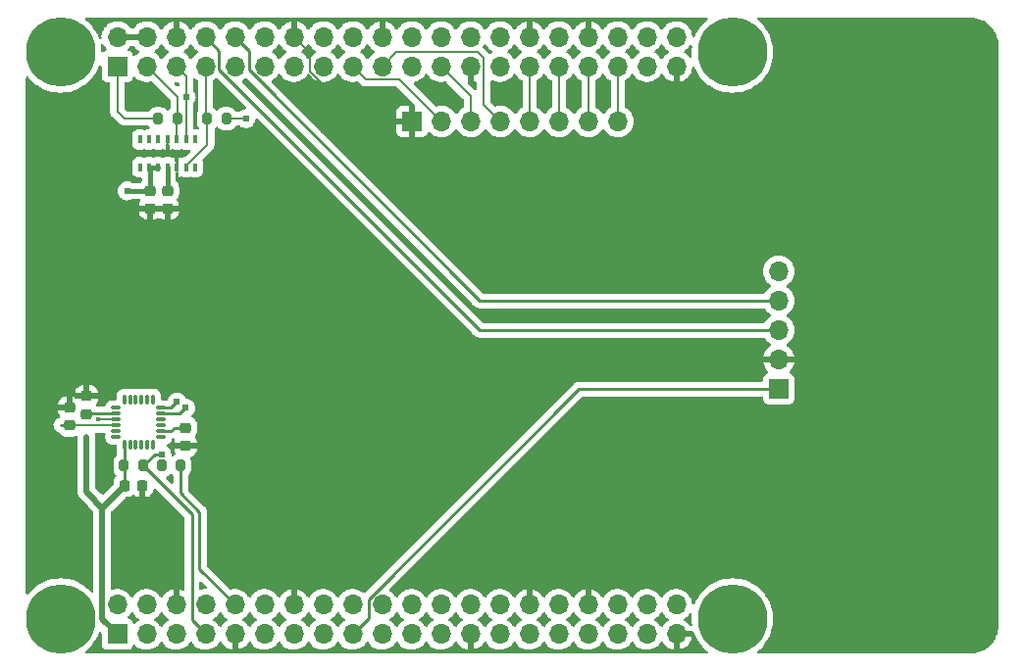
<source format=gbr>
%TF.GenerationSoftware,KiCad,Pcbnew,(6.0.1)*%
%TF.CreationDate,2022-01-17T17:26:23+08:00*%
%TF.ProjectId,ART-PI-HAT,4152542d-5049-42d4-9841-542e6b696361,rev?*%
%TF.SameCoordinates,Original*%
%TF.FileFunction,Copper,L1,Top*%
%TF.FilePolarity,Positive*%
%FSLAX46Y46*%
G04 Gerber Fmt 4.6, Leading zero omitted, Abs format (unit mm)*
G04 Created by KiCad (PCBNEW (6.0.1)) date 2022-01-17 17:26:23*
%MOMM*%
%LPD*%
G01*
G04 APERTURE LIST*
G04 Aperture macros list*
%AMRoundRect*
0 Rectangle with rounded corners*
0 $1 Rounding radius*
0 $2 $3 $4 $5 $6 $7 $8 $9 X,Y pos of 4 corners*
0 Add a 4 corners polygon primitive as box body*
4,1,4,$2,$3,$4,$5,$6,$7,$8,$9,$2,$3,0*
0 Add four circle primitives for the rounded corners*
1,1,$1+$1,$2,$3*
1,1,$1+$1,$4,$5*
1,1,$1+$1,$6,$7*
1,1,$1+$1,$8,$9*
0 Add four rect primitives between the rounded corners*
20,1,$1+$1,$2,$3,$4,$5,0*
20,1,$1+$1,$4,$5,$6,$7,0*
20,1,$1+$1,$6,$7,$8,$9,0*
20,1,$1+$1,$8,$9,$2,$3,0*%
G04 Aperture macros list end*
%TA.AperFunction,SMDPad,CuDef*%
%ADD10RoundRect,0.200000X-0.200000X-0.275000X0.200000X-0.275000X0.200000X0.275000X-0.200000X0.275000X0*%
%TD*%
%TA.AperFunction,ComponentPad*%
%ADD11C,6.000000*%
%TD*%
%TA.AperFunction,SMDPad,CuDef*%
%ADD12RoundRect,0.075000X-0.075000X0.350000X-0.075000X-0.350000X0.075000X-0.350000X0.075000X0.350000X0*%
%TD*%
%TA.AperFunction,SMDPad,CuDef*%
%ADD13RoundRect,0.075000X-0.350000X-0.075000X0.350000X-0.075000X0.350000X0.075000X-0.350000X0.075000X0*%
%TD*%
%TA.AperFunction,SMDPad,CuDef*%
%ADD14RoundRect,0.225000X-0.225000X-0.250000X0.225000X-0.250000X0.225000X0.250000X-0.225000X0.250000X0*%
%TD*%
%TA.AperFunction,ComponentPad*%
%ADD15R,1.700000X1.700000*%
%TD*%
%TA.AperFunction,ComponentPad*%
%ADD16O,1.700000X1.700000*%
%TD*%
%TA.AperFunction,SMDPad,CuDef*%
%ADD17RoundRect,0.225000X-0.250000X0.225000X-0.250000X-0.225000X0.250000X-0.225000X0.250000X0.225000X0*%
%TD*%
%TA.AperFunction,SMDPad,CuDef*%
%ADD18RoundRect,0.225000X0.250000X-0.225000X0.250000X0.225000X-0.250000X0.225000X-0.250000X-0.225000X0*%
%TD*%
%TA.AperFunction,SMDPad,CuDef*%
%ADD19RoundRect,0.200000X0.200000X0.275000X-0.200000X0.275000X-0.200000X-0.275000X0.200000X-0.275000X0*%
%TD*%
%TA.AperFunction,SMDPad,CuDef*%
%ADD20RoundRect,0.087500X-0.087500X0.287500X-0.087500X-0.287500X0.087500X-0.287500X0.087500X0.287500X0*%
%TD*%
%TA.AperFunction,ViaPad*%
%ADD21C,0.609600*%
%TD*%
%TA.AperFunction,ViaPad*%
%ADD22C,0.400000*%
%TD*%
%TA.AperFunction,Conductor*%
%ADD23C,0.381000*%
%TD*%
%TA.AperFunction,Conductor*%
%ADD24C,0.508000*%
%TD*%
%TA.AperFunction,Conductor*%
%ADD25C,0.200000*%
%TD*%
%TA.AperFunction,Conductor*%
%ADD26C,0.250000*%
%TD*%
%ADD27C,0.304800*%
%ADD28C,0.250000*%
%ADD29C,0.350000*%
G04 APERTURE END LIST*
D10*
%TO.P,R6,1*%
%TO.N,+3V3*%
X87725000Y-94750000D03*
%TO.P,R6,2*%
%TO.N,MPU6050_SCL*%
X89375000Y-94750000D03*
%TD*%
%TO.P,R5,1*%
%TO.N,+3V3*%
X84475000Y-94750000D03*
%TO.P,R5,2*%
%TO.N,MPU6050_SDA*%
X86125000Y-94750000D03*
%TD*%
D11*
%TO.P,H1,1*%
%TO.N,N/C*%
X79000000Y-108000000D03*
%TD*%
D12*
%TO.P,U3,1,CLKIN*%
%TO.N,unconnected-(U3-Pad1)*%
X87000000Y-89050000D03*
%TO.P,U3,2*%
%TO.N,N/C*%
X86500000Y-89050000D03*
%TO.P,U3,3*%
X86000000Y-89050000D03*
%TO.P,U3,4*%
X85500000Y-89050000D03*
%TO.P,U3,5*%
X85000000Y-89050000D03*
%TO.P,U3,6,AUX_SDA*%
%TO.N,unconnected-(U3-Pad6)*%
X84500000Y-89050000D03*
D13*
%TO.P,U3,7,AUX_SCL*%
%TO.N,unconnected-(U3-Pad7)*%
X83800000Y-89750000D03*
%TO.P,U3,8,VDDIO*%
%TO.N,+3V3*%
X83800000Y-90250000D03*
%TO.P,U3,9,AD0*%
%TO.N,GND*%
X83800000Y-90750000D03*
%TO.P,U3,10,REGOUT*%
%TO.N,Net-(C7-Pad1)*%
X83800000Y-91250000D03*
%TO.P,U3,11,FSYNC*%
%TO.N,GND*%
X83800000Y-91750000D03*
%TO.P,U3,12,INT*%
%TO.N,unconnected-(U3-Pad12)*%
X83800000Y-92250000D03*
D12*
%TO.P,U3,13,VDD*%
%TO.N,+3V3*%
X84500000Y-92950000D03*
%TO.P,U3,14*%
%TO.N,N/C*%
X85000000Y-92950000D03*
%TO.P,U3,15*%
X85500000Y-92950000D03*
%TO.P,U3,16*%
X86000000Y-92950000D03*
%TO.P,U3,17*%
X86500000Y-92950000D03*
%TO.P,U3,18,GND*%
%TO.N,GND*%
X87000000Y-92950000D03*
D13*
%TO.P,U3,19*%
%TO.N,N/C*%
X87700000Y-92250000D03*
%TO.P,U3,20,CPOUT*%
%TO.N,Net-(C8-Pad1)*%
X87700000Y-91750000D03*
%TO.P,U3,21*%
%TO.N,N/C*%
X87700000Y-91250000D03*
%TO.P,U3,22*%
X87700000Y-90750000D03*
%TO.P,U3,23,SCL*%
%TO.N,MPU6050_SCL*%
X87700000Y-90250000D03*
%TO.P,U3,24,SDA*%
%TO.N,MPU6050_SDA*%
X87700000Y-89750000D03*
%TD*%
D14*
%TO.P,C6,1*%
%TO.N,+3V3*%
X84525000Y-96476984D03*
%TO.P,C6,2*%
%TO.N,GND*%
X86075000Y-96476984D03*
%TD*%
D15*
%TO.P,J1,1,Pin_1*%
%TO.N,+3V3*%
X83900000Y-60230000D03*
D16*
%TO.P,J1,2,Pin_2*%
%TO.N,+5V*%
X83900000Y-57690000D03*
%TO.P,J1,3,Pin_3*%
%TO.N,MAX30102_SDA*%
X86440000Y-60230000D03*
%TO.P,J1,4,Pin_4*%
%TO.N,+5V*%
X86440000Y-57690000D03*
%TO.P,J1,5,Pin_5*%
%TO.N,MAX30102_SCL*%
X88980000Y-60230000D03*
%TO.P,J1,6,Pin_6*%
%TO.N,GND*%
X88980000Y-57690000D03*
%TO.P,J1,7,Pin_7*%
%TO.N,MAX30102_INT*%
X91520000Y-60230000D03*
%TO.P,J1,8,Pin_8*%
%TO.N,GPS_RX*%
X91520000Y-57690000D03*
%TO.P,J1,9,Pin_9*%
%TO.N,GND*%
X94060000Y-60230000D03*
%TO.P,J1,10,Pin_10*%
%TO.N,GPS_TX*%
X94060000Y-57690000D03*
%TO.P,J1,11,Pin_11*%
%TO.N,unconnected-(J1-Pad11)*%
X96600000Y-60230000D03*
%TO.P,J1,12,Pin_12*%
%TO.N,unconnected-(J1-Pad12)*%
X96600000Y-57690000D03*
%TO.P,J1,13,Pin_13*%
%TO.N,unconnected-(J1-Pad13)*%
X99140000Y-60230000D03*
%TO.P,J1,14,Pin_14*%
%TO.N,GND*%
X99140000Y-57690000D03*
%TO.P,J1,15,Pin_15*%
%TO.N,unconnected-(J1-Pad15)*%
X101680000Y-60230000D03*
%TO.P,J1,16,Pin_16*%
%TO.N,unconnected-(J1-Pad16)*%
X101680000Y-57690000D03*
%TO.P,J1,17,Pin_17*%
%TO.N,+3V3*%
X104220000Y-60230000D03*
%TO.P,J1,18,Pin_18*%
%TO.N,unconnected-(J1-Pad18)*%
X104220000Y-57690000D03*
%TO.P,J1,19,Pin_19*%
%TO.N,LCD_SDA*%
X106760000Y-60230000D03*
%TO.P,J1,20,Pin_20*%
%TO.N,GND*%
X106760000Y-57690000D03*
%TO.P,J1,21,Pin_21*%
%TO.N,unconnected-(J1-Pad21)*%
X109300000Y-60230000D03*
%TO.P,J1,22,Pin_22*%
%TO.N,unconnected-(J1-Pad22)*%
X109300000Y-57690000D03*
%TO.P,J1,23,Pin_23*%
%TO.N,LCD_SCL*%
X111840000Y-60230000D03*
%TO.P,J1,24,Pin_24*%
%TO.N,unconnected-(J1-Pad24)*%
X111840000Y-57690000D03*
%TO.P,J1,25,Pin_25*%
%TO.N,GND*%
X114380000Y-60230000D03*
%TO.P,J1,26,Pin_26*%
%TO.N,unconnected-(J1-Pad26)*%
X114380000Y-57690000D03*
%TO.P,J1,27,Pin_27*%
%TO.N,unconnected-(J1-Pad27)*%
X116920000Y-60230000D03*
%TO.P,J1,28,Pin_28*%
%TO.N,unconnected-(J1-Pad28)*%
X116920000Y-57690000D03*
%TO.P,J1,29,Pin_29*%
%TO.N,LCD_RES*%
X119460000Y-60230000D03*
%TO.P,J1,30,Pin_30*%
%TO.N,GND*%
X119460000Y-57690000D03*
%TO.P,J1,31,Pin_31*%
%TO.N,LCD_DC*%
X122000000Y-60230000D03*
%TO.P,J1,32,Pin_32*%
%TO.N,unconnected-(J1-Pad32)*%
X122000000Y-57690000D03*
%TO.P,J1,33,Pin_33*%
%TO.N,LCD_CS*%
X124540000Y-60230000D03*
%TO.P,J1,34,Pin_34*%
%TO.N,GND*%
X124540000Y-57690000D03*
%TO.P,J1,35,Pin_35*%
%TO.N,LCD_BLK*%
X127080000Y-60230000D03*
%TO.P,J1,36,Pin_36*%
%TO.N,unconnected-(J1-Pad36)*%
X127080000Y-57690000D03*
%TO.P,J1,37,Pin_37*%
%TO.N,unconnected-(J1-Pad37)*%
X129620000Y-60230000D03*
%TO.P,J1,38,Pin_38*%
%TO.N,unconnected-(J1-Pad38)*%
X129620000Y-57690000D03*
%TO.P,J1,39,Pin_39*%
%TO.N,GND*%
X132160000Y-60230000D03*
%TO.P,J1,40,Pin_40*%
%TO.N,unconnected-(J1-Pad40)*%
X132160000Y-57690000D03*
%TD*%
D11*
%TO.P,H4,1*%
%TO.N,N/C*%
X137000000Y-59000000D03*
%TD*%
D10*
%TO.P,R1,1*%
%TO.N,+3V3*%
X87425000Y-64750000D03*
%TO.P,R1,2*%
%TO.N,MAX30102_SDA*%
X89075000Y-64750000D03*
%TD*%
D11*
%TO.P,H2,1*%
%TO.N,N/C*%
X79000000Y-59000000D03*
%TD*%
%TO.P,H3,1*%
%TO.N,N/C*%
X137000000Y-108000000D03*
%TD*%
D15*
%TO.P,J3,1,Pin_1*%
%TO.N,GND*%
X109340000Y-65000000D03*
D16*
%TO.P,J3,2,Pin_2*%
%TO.N,+3V3*%
X111880000Y-65000000D03*
%TO.P,J3,3,Pin_3*%
%TO.N,LCD_SCL*%
X114420000Y-65000000D03*
%TO.P,J3,4,Pin_4*%
%TO.N,LCD_SDA*%
X116960000Y-65000000D03*
%TO.P,J3,5,Pin_5*%
%TO.N,LCD_RES*%
X119500000Y-65000000D03*
%TO.P,J3,6,Pin_6*%
%TO.N,LCD_DC*%
X122040000Y-65000000D03*
%TO.P,J3,7,Pin_7*%
%TO.N,LCD_CS*%
X124580000Y-65000000D03*
%TO.P,J3,8,Pin_8*%
%TO.N,LCD_BLK*%
X127120000Y-65000000D03*
%TD*%
D17*
%TO.P,C4,1*%
%TO.N,+5V*%
X86750000Y-70975000D03*
%TO.P,C4,2*%
%TO.N,GND*%
X86750000Y-72525000D03*
%TD*%
%TO.P,C5,1*%
%TO.N,GND*%
X81250000Y-88725000D03*
%TO.P,C5,2*%
%TO.N,+3V3*%
X81250000Y-90275000D03*
%TD*%
D18*
%TO.P,C7,1*%
%TO.N,Net-(C7-Pad1)*%
X79750000Y-91275000D03*
%TO.P,C7,2*%
%TO.N,GND*%
X79750000Y-89725000D03*
%TD*%
D19*
%TO.P,R4,1*%
%TO.N,+3V3*%
X93325000Y-64750000D03*
%TO.P,R4,2*%
%TO.N,MAX30102_INT*%
X91675000Y-64750000D03*
%TD*%
D17*
%TO.P,C8,1*%
%TO.N,Net-(C8-Pad1)*%
X89800000Y-91475000D03*
%TO.P,C8,2*%
%TO.N,GND*%
X89800000Y-93025000D03*
%TD*%
D15*
%TO.P,J4,1,Pin_1*%
%TO.N,+3V3*%
X141000000Y-88120000D03*
D16*
%TO.P,J4,2,Pin_2*%
%TO.N,GND*%
X141000000Y-85580000D03*
%TO.P,J4,3,Pin_3*%
%TO.N,GPS_RX*%
X141000000Y-83040000D03*
%TO.P,J4,4,Pin_4*%
%TO.N,GPS_TX*%
X141000000Y-80500000D03*
%TO.P,J4,5,Pin_5*%
%TO.N,unconnected-(J4-Pad5)*%
X141000000Y-77960000D03*
%TD*%
D15*
%TO.P,J2,1,Pin_1*%
%TO.N,+3V3*%
X83900000Y-109310000D03*
D16*
%TO.P,J2,2,Pin_2*%
%TO.N,+BATT*%
X83900000Y-106770000D03*
%TO.P,J2,3,Pin_3*%
%TO.N,unconnected-(J2-Pad3)*%
X86440000Y-109310000D03*
%TO.P,J2,4,Pin_4*%
%TO.N,unconnected-(J2-Pad4)*%
X86440000Y-106770000D03*
%TO.P,J2,5,Pin_5*%
%TO.N,unconnected-(J2-Pad5)*%
X88980000Y-109310000D03*
%TO.P,J2,6,Pin_6*%
%TO.N,GND*%
X88980000Y-106770000D03*
%TO.P,J2,7,Pin_7*%
%TO.N,MPU6050_SDA*%
X91520000Y-109310000D03*
%TO.P,J2,8,Pin_8*%
%TO.N,MPU6050_INT*%
X91520000Y-106770000D03*
%TO.P,J2,9,Pin_9*%
%TO.N,GND*%
X94060000Y-109310000D03*
%TO.P,J2,10,Pin_10*%
%TO.N,MPU6050_SCL*%
X94060000Y-106770000D03*
%TO.P,J2,11,Pin_11*%
%TO.N,unconnected-(J2-Pad11)*%
X96600000Y-109310000D03*
%TO.P,J2,12,Pin_12*%
%TO.N,unconnected-(J2-Pad12)*%
X96600000Y-106770000D03*
%TO.P,J2,13,Pin_13*%
%TO.N,unconnected-(J2-Pad13)*%
X99140000Y-109310000D03*
%TO.P,J2,14,Pin_14*%
%TO.N,GND*%
X99140000Y-106770000D03*
%TO.P,J2,15,Pin_15*%
%TO.N,unconnected-(J2-Pad15)*%
X101680000Y-109310000D03*
%TO.P,J2,16,Pin_16*%
%TO.N,unconnected-(J2-Pad16)*%
X101680000Y-106770000D03*
%TO.P,J2,17,Pin_17*%
%TO.N,+3V3*%
X104220000Y-109310000D03*
%TO.P,J2,18,Pin_18*%
%TO.N,unconnected-(J2-Pad18)*%
X104220000Y-106770000D03*
%TO.P,J2,19,Pin_19*%
%TO.N,unconnected-(J2-Pad19)*%
X106760000Y-109310000D03*
%TO.P,J2,20,Pin_20*%
%TO.N,GND*%
X106760000Y-106770000D03*
%TO.P,J2,21,Pin_21*%
%TO.N,unconnected-(J2-Pad21)*%
X109300000Y-109310000D03*
%TO.P,J2,22,Pin_22*%
%TO.N,unconnected-(J2-Pad22)*%
X109300000Y-106770000D03*
%TO.P,J2,23,Pin_23*%
%TO.N,unconnected-(J2-Pad23)*%
X111840000Y-109310000D03*
%TO.P,J2,24,Pin_24*%
%TO.N,unconnected-(J2-Pad24)*%
X111840000Y-106770000D03*
%TO.P,J2,25,Pin_25*%
%TO.N,GND*%
X114380000Y-109310000D03*
%TO.P,J2,26,Pin_26*%
%TO.N,unconnected-(J2-Pad26)*%
X114380000Y-106770000D03*
%TO.P,J2,27,Pin_27*%
%TO.N,unconnected-(J2-Pad27)*%
X116920000Y-109310000D03*
%TO.P,J2,28,Pin_28*%
%TO.N,unconnected-(J2-Pad28)*%
X116920000Y-106770000D03*
%TO.P,J2,29,Pin_29*%
%TO.N,unconnected-(J2-Pad29)*%
X119460000Y-109310000D03*
%TO.P,J2,30,Pin_30*%
%TO.N,GND*%
X119460000Y-106770000D03*
%TO.P,J2,31,Pin_31*%
%TO.N,unconnected-(J2-Pad31)*%
X122000000Y-109310000D03*
%TO.P,J2,32,Pin_32*%
%TO.N,unconnected-(J2-Pad32)*%
X122000000Y-106770000D03*
%TO.P,J2,33,Pin_33*%
%TO.N,unconnected-(J2-Pad33)*%
X124540000Y-109310000D03*
%TO.P,J2,34,Pin_34*%
%TO.N,GND*%
X124540000Y-106770000D03*
%TO.P,J2,35,Pin_35*%
%TO.N,unconnected-(J2-Pad35)*%
X127080000Y-109310000D03*
%TO.P,J2,36,Pin_36*%
%TO.N,unconnected-(J2-Pad36)*%
X127080000Y-106770000D03*
%TO.P,J2,37,Pin_37*%
%TO.N,unconnected-(J2-Pad37)*%
X129620000Y-109310000D03*
%TO.P,J2,38,Pin_38*%
%TO.N,unconnected-(J2-Pad38)*%
X129620000Y-106770000D03*
%TO.P,J2,39,Pin_39*%
%TO.N,GND*%
X132160000Y-109310000D03*
%TO.P,J2,40,Pin_40*%
%TO.N,unconnected-(J2-Pad40)*%
X132160000Y-106770000D03*
%TD*%
D20*
%TO.P,U2,1,NC*%
%TO.N,unconnected-(U2-Pad1)*%
X90649989Y-66550004D03*
%TO.P,U2,2,SCL*%
%TO.N,MAX30102_SCL*%
X89849989Y-66550004D03*
%TO.P,U2,3,SDA*%
%TO.N,MAX30102_SDA*%
X89049989Y-66550004D03*
%TO.P,U2,4,PGND*%
%TO.N,GND*%
X88249989Y-66550004D03*
%TO.P,U2,5,NC*%
%TO.N,unconnected-(U2-Pad5)*%
X87449989Y-66550004D03*
%TO.P,U2,6,NC*%
%TO.N,unconnected-(U2-Pad6)*%
X86649989Y-66550004D03*
%TO.P,U2,7,NC*%
%TO.N,unconnected-(U2-Pad7)*%
X85849989Y-66550004D03*
%TO.P,U2,8,NC*%
%TO.N,unconnected-(U2-Pad8)*%
X85849989Y-68950004D03*
%TO.P,U2,9,VLED+*%
%TO.N,+5V*%
X86649989Y-68950004D03*
%TO.P,U2,10,VLED+*%
X87449989Y-68950004D03*
%TO.P,U2,11,VDD*%
%TO.N,+1V8*%
X88249989Y-68950004D03*
%TO.P,U2,12,GND*%
%TO.N,GND*%
X89049989Y-68950004D03*
%TO.P,U2,13,~{INT}*%
%TO.N,MAX30102_INT*%
X89849989Y-68950004D03*
%TO.P,U2,14,NC*%
%TO.N,unconnected-(U2-Pad14)*%
X90649989Y-68950004D03*
%TD*%
D17*
%TO.P,C2,1*%
%TO.N,+1V8*%
X88250000Y-70975000D03*
%TO.P,C2,2*%
%TO.N,GND*%
X88250000Y-72525000D03*
%TD*%
D21*
%TO.N,+5V*%
X84750000Y-71000000D03*
D22*
%TO.N,GND*%
X82250000Y-90774500D03*
D21*
%TO.N,+1V8*%
X88250000Y-70975000D03*
D22*
%TO.N,+3V3*%
X81250000Y-90275000D03*
D21*
X82596489Y-98405495D03*
X87750000Y-95000000D03*
X95000000Y-64750000D03*
D22*
X81250000Y-92250000D03*
D21*
%TO.N,MAX30102_SCL*%
X89850000Y-62900000D03*
%TO.N,MPU6050_SDA*%
X87750000Y-93750000D03*
X89050000Y-89250000D03*
%TO.N,MPU6050_SCL*%
X89800000Y-89750000D03*
X89375000Y-94750000D03*
%TD*%
D23*
%TO.N,+5V*%
X86725000Y-71000000D02*
X86750000Y-70975000D01*
X86750000Y-70975000D02*
X86750000Y-69050000D01*
X87450000Y-68950000D02*
X86650000Y-68950000D01*
X84750000Y-71000000D02*
X86725000Y-71000000D01*
D24*
X86440000Y-57690000D02*
X83900000Y-57690000D01*
D23*
X86750000Y-69050000D02*
X86650000Y-68950000D01*
D25*
%TO.N,GND*%
X109340000Y-65000000D02*
X104824345Y-65000000D01*
X83800000Y-90750000D02*
X82274500Y-90750000D01*
X100500000Y-59050000D02*
X99140000Y-57690000D01*
X104824345Y-65000000D02*
X100500000Y-60675655D01*
X100500000Y-60675655D02*
X100500000Y-59050000D01*
X82274500Y-90750000D02*
X82250000Y-90774500D01*
D23*
%TO.N,+1V8*%
X88250000Y-68950000D02*
X88250000Y-70975000D01*
D25*
%TO.N,+3V3*%
X83900000Y-60230000D02*
X83900000Y-64150000D01*
D26*
X84500000Y-94725000D02*
X84475000Y-94750000D01*
X83800000Y-90250000D02*
X81275000Y-90250000D01*
D24*
X87725000Y-94750000D02*
X87725000Y-94975000D01*
D26*
X84525000Y-94800000D02*
X84475000Y-94750000D01*
X104220000Y-109310000D02*
X105585489Y-107944511D01*
D25*
X84500000Y-64750000D02*
X87425000Y-64750000D01*
D26*
X81275000Y-90250000D02*
X81250000Y-90275000D01*
X105585489Y-107944511D02*
X105585489Y-106283501D01*
D25*
X108259511Y-61379511D02*
X105369511Y-61379511D01*
D24*
X81250000Y-97000000D02*
X81250000Y-92250000D01*
D25*
X105369511Y-61379511D02*
X104220000Y-60230000D01*
D24*
X83900000Y-109310000D02*
X82596489Y-108006489D01*
X82000000Y-97750000D02*
X81250000Y-97000000D01*
X82596489Y-98405495D02*
X84525000Y-96476984D01*
D26*
X84500000Y-92950000D02*
X84500000Y-94725000D01*
X105585489Y-106283501D02*
X123748990Y-88120000D01*
D25*
X111880000Y-65000000D02*
X108259511Y-61379511D01*
D26*
X84525000Y-96476984D02*
X84525000Y-94800000D01*
D24*
X82596489Y-98405495D02*
X82000000Y-97809006D01*
X82000000Y-97809006D02*
X82000000Y-97750000D01*
D25*
X95000000Y-64750000D02*
X93325000Y-64750000D01*
D26*
X123748990Y-88120000D02*
X141000000Y-88120000D01*
D24*
X82596489Y-108006489D02*
X82596489Y-98405495D01*
D25*
X83900000Y-64150000D02*
X84500000Y-64750000D01*
D24*
X87725000Y-94975000D02*
X87750000Y-95000000D01*
D26*
%TO.N,Net-(C7-Pad1)*%
X79025000Y-91250000D02*
X79050000Y-91275000D01*
D25*
X83800000Y-91250000D02*
X83775989Y-91274011D01*
X79750989Y-91274011D02*
X79750000Y-91275000D01*
D26*
X79050000Y-91275000D02*
X79750000Y-91275000D01*
D25*
X83775989Y-91274011D02*
X79750989Y-91274011D01*
D26*
%TO.N,Net-(C8-Pad1)*%
X88825000Y-91475000D02*
X89800000Y-91475000D01*
X87700000Y-91750000D02*
X88550000Y-91750000D01*
X88550000Y-91750000D02*
X88825000Y-91475000D01*
D25*
%TO.N,MAX30102_SDA*%
X89050000Y-66550000D02*
X89050000Y-64775000D01*
X89050000Y-64775000D02*
X89075000Y-64750000D01*
X89075000Y-62865000D02*
X86440000Y-60230000D01*
X89075000Y-64750000D02*
X89075000Y-62865000D01*
%TO.N,MAX30102_SCL*%
X89850000Y-66550000D02*
X89850000Y-62900000D01*
X89850000Y-61100000D02*
X88980000Y-60230000D01*
X89850000Y-62900000D02*
X89850000Y-61100000D01*
%TO.N,MAX30102_INT*%
X91675000Y-67002672D02*
X91675000Y-64750000D01*
X89850000Y-68950000D02*
X89850000Y-68827672D01*
X91675000Y-64750000D02*
X91520000Y-64595000D01*
X89850000Y-68827672D02*
X91675000Y-67002672D01*
X91520000Y-64595000D02*
X91520000Y-60230000D01*
%TO.N,LCD_SDA*%
X116960000Y-65000000D02*
X115529511Y-63569511D01*
X115529511Y-59529511D02*
X115000000Y-59000000D01*
X115529511Y-63569511D02*
X115529511Y-59529511D01*
X107990000Y-59000000D02*
X106760000Y-60230000D01*
X115000000Y-59000000D02*
X107990000Y-59000000D01*
%TO.N,LCD_SCL*%
X114420000Y-65000000D02*
X114420000Y-62810000D01*
X114420000Y-62810000D02*
X111840000Y-60230000D01*
%TO.N,LCD_RES*%
X119500000Y-65000000D02*
X119500000Y-60270000D01*
X119500000Y-60270000D02*
X119460000Y-60230000D01*
%TO.N,LCD_DC*%
X122040000Y-60270000D02*
X122000000Y-60230000D01*
X122040000Y-65000000D02*
X122040000Y-60270000D01*
%TO.N,LCD_CS*%
X124580000Y-60270000D02*
X124540000Y-60230000D01*
X124580000Y-65000000D02*
X124580000Y-60270000D01*
%TO.N,LCD_BLK*%
X127120000Y-65000000D02*
X127120000Y-60270000D01*
X127120000Y-60270000D02*
X127080000Y-60230000D01*
D26*
%TO.N,MPU6050_SDA*%
X90345489Y-98970489D02*
X90345489Y-108135489D01*
X90345489Y-108135489D02*
X91520000Y-109310000D01*
X87750000Y-93750000D02*
X87125000Y-93750000D01*
X87125000Y-93750000D02*
X86125000Y-94750000D01*
X88550000Y-89750000D02*
X89050000Y-89250000D01*
X86125000Y-94750000D02*
X90345489Y-98970489D01*
X87700000Y-89750000D02*
X88550000Y-89750000D01*
%TO.N,MPU6050_SCL*%
X91000000Y-103710000D02*
X94060000Y-106770000D01*
X91000000Y-98750000D02*
X91000000Y-103710000D01*
X87700000Y-90250000D02*
X89300000Y-90250000D01*
X89375000Y-94750000D02*
X89375000Y-97125000D01*
X89300000Y-90250000D02*
X89800000Y-89750000D01*
X89375000Y-97125000D02*
X91000000Y-98750000D01*
%TO.N,GPS_RX*%
X92694511Y-60525521D02*
X92694511Y-58864511D01*
X92694511Y-58864511D02*
X91520000Y-57690000D01*
X141000000Y-83040000D02*
X115208990Y-83040000D01*
X115208990Y-83040000D02*
X92694511Y-60525521D01*
%TO.N,GPS_TX*%
X115208990Y-80500000D02*
X95250000Y-60541010D01*
X95250000Y-60541010D02*
X95250000Y-58880000D01*
X95250000Y-58880000D02*
X94060000Y-57690000D01*
X141000000Y-80500000D02*
X115208990Y-80500000D01*
%TD*%
%TA.AperFunction,Conductor*%
%TO.N,GND*%
G36*
X157470057Y-56009500D02*
G01*
X157484858Y-56011805D01*
X157484861Y-56011805D01*
X157493730Y-56013186D01*
X157510899Y-56010941D01*
X157534839Y-56010108D01*
X157792770Y-56025710D01*
X157807874Y-56027544D01*
X157878648Y-56040514D01*
X158088879Y-56079040D01*
X158103641Y-56082678D01*
X158376408Y-56167675D01*
X158390627Y-56173069D01*
X158651140Y-56290316D01*
X158664609Y-56297385D01*
X158909095Y-56445182D01*
X158921617Y-56453825D01*
X159146507Y-56630016D01*
X159157895Y-56640106D01*
X159359894Y-56842105D01*
X159369984Y-56853493D01*
X159546175Y-57078383D01*
X159554818Y-57090905D01*
X159702615Y-57335391D01*
X159709684Y-57348860D01*
X159809664Y-57571006D01*
X159826930Y-57609370D01*
X159832325Y-57623592D01*
X159914133Y-57886121D01*
X159917321Y-57896353D01*
X159920960Y-57911121D01*
X159926986Y-57944000D01*
X159972456Y-58192126D01*
X159974290Y-58207230D01*
X159989455Y-58457929D01*
X159988198Y-58484639D01*
X159988195Y-58484859D01*
X159986814Y-58493730D01*
X159987978Y-58502632D01*
X159987978Y-58502635D01*
X159990936Y-58525251D01*
X159992000Y-58541589D01*
X159992000Y-108450672D01*
X159990500Y-108470056D01*
X159986814Y-108493730D01*
X159989014Y-108510554D01*
X159989059Y-108510897D01*
X159989892Y-108534839D01*
X159974290Y-108792770D01*
X159972456Y-108807874D01*
X159923321Y-109076002D01*
X159920962Y-109088873D01*
X159917322Y-109103641D01*
X159853018Y-109310000D01*
X159832326Y-109376404D01*
X159826931Y-109390627D01*
X159731391Y-109602910D01*
X159709686Y-109651136D01*
X159702615Y-109664609D01*
X159554818Y-109909095D01*
X159546175Y-109921617D01*
X159369984Y-110146507D01*
X159359894Y-110157895D01*
X159157895Y-110359894D01*
X159146507Y-110369984D01*
X158921617Y-110546175D01*
X158909095Y-110554818D01*
X158664609Y-110702615D01*
X158651140Y-110709684D01*
X158390630Y-110826930D01*
X158376408Y-110832325D01*
X158103641Y-110917322D01*
X158088879Y-110920960D01*
X157884451Y-110958423D01*
X157807874Y-110972456D01*
X157792770Y-110974290D01*
X157542071Y-110989455D01*
X157515361Y-110988198D01*
X157515141Y-110988195D01*
X157506270Y-110986814D01*
X157497368Y-110987978D01*
X157497365Y-110987978D01*
X157474749Y-110990936D01*
X157458411Y-110992000D01*
X139236063Y-110992000D01*
X139167942Y-110971998D01*
X139121449Y-110918342D01*
X139111345Y-110848068D01*
X139140839Y-110783488D01*
X139156765Y-110768083D01*
X139350867Y-110610902D01*
X139610902Y-110350867D01*
X139842332Y-110065075D01*
X140010140Y-109806672D01*
X140040822Y-109759426D01*
X140040824Y-109759423D01*
X140042620Y-109756657D01*
X140137796Y-109569865D01*
X140208075Y-109431934D01*
X140209573Y-109428994D01*
X140341361Y-109085674D01*
X140436541Y-108730459D01*
X140469120Y-108524763D01*
X140493555Y-108370489D01*
X140493556Y-108370481D01*
X140494069Y-108367241D01*
X140513315Y-108000000D01*
X140494069Y-107632759D01*
X140484191Y-107570388D01*
X140464280Y-107444678D01*
X140436541Y-107269541D01*
X140341361Y-106914326D01*
X140209573Y-106571006D01*
X140087132Y-106330702D01*
X140044119Y-106246284D01*
X140044115Y-106246277D01*
X140042620Y-106243343D01*
X139963490Y-106121492D01*
X139844134Y-105937700D01*
X139842332Y-105934925D01*
X139610902Y-105649133D01*
X139350867Y-105389098D01*
X139065075Y-105157668D01*
X138756658Y-104957380D01*
X138753724Y-104955885D01*
X138753717Y-104955881D01*
X138431934Y-104791925D01*
X138428994Y-104790427D01*
X138085674Y-104658639D01*
X137730459Y-104563459D01*
X137537442Y-104532888D01*
X137370489Y-104506445D01*
X137370481Y-104506444D01*
X137367241Y-104505931D01*
X137000000Y-104486685D01*
X136632759Y-104505931D01*
X136629519Y-104506444D01*
X136629511Y-104506445D01*
X136462558Y-104532888D01*
X136269541Y-104563459D01*
X135914326Y-104658639D01*
X135571006Y-104790427D01*
X135568066Y-104791925D01*
X135246284Y-104955881D01*
X135246277Y-104955885D01*
X135243343Y-104957380D01*
X134934925Y-105157668D01*
X134649133Y-105389098D01*
X134389098Y-105649133D01*
X134157668Y-105934925D01*
X134155866Y-105937700D01*
X134036511Y-106121492D01*
X133957380Y-106243343D01*
X133955885Y-106246277D01*
X133955881Y-106246284D01*
X133912868Y-106330702D01*
X133790427Y-106571006D01*
X133754775Y-106663883D01*
X133711689Y-106720311D01*
X133644936Y-106744487D01*
X133575708Y-106728736D01*
X133525986Y-106678058D01*
X133511568Y-106629052D01*
X133504852Y-106547361D01*
X133450431Y-106330702D01*
X133361354Y-106125840D01*
X133240014Y-105938277D01*
X133089670Y-105773051D01*
X133085619Y-105769852D01*
X133085615Y-105769848D01*
X132918414Y-105637800D01*
X132918410Y-105637798D01*
X132914359Y-105634598D01*
X132878028Y-105614542D01*
X132795372Y-105568914D01*
X132718789Y-105526638D01*
X132713920Y-105524914D01*
X132713916Y-105524912D01*
X132513087Y-105453795D01*
X132513083Y-105453794D01*
X132508212Y-105452069D01*
X132503119Y-105451162D01*
X132503116Y-105451161D01*
X132293373Y-105413800D01*
X132293367Y-105413799D01*
X132288284Y-105412894D01*
X132214452Y-105411992D01*
X132070081Y-105410228D01*
X132070079Y-105410228D01*
X132064911Y-105410165D01*
X131844091Y-105443955D01*
X131631756Y-105513357D01*
X131433607Y-105616507D01*
X131429474Y-105619610D01*
X131429471Y-105619612D01*
X131262478Y-105744994D01*
X131254965Y-105750635D01*
X131100629Y-105912138D01*
X130993201Y-106069621D01*
X130938293Y-106114621D01*
X130867768Y-106122792D01*
X130804021Y-106091538D01*
X130783324Y-106067054D01*
X130702822Y-105942617D01*
X130702820Y-105942614D01*
X130700014Y-105938277D01*
X130549670Y-105773051D01*
X130545619Y-105769852D01*
X130545615Y-105769848D01*
X130378414Y-105637800D01*
X130378410Y-105637798D01*
X130374359Y-105634598D01*
X130338028Y-105614542D01*
X130255372Y-105568914D01*
X130178789Y-105526638D01*
X130173920Y-105524914D01*
X130173916Y-105524912D01*
X129973087Y-105453795D01*
X129973083Y-105453794D01*
X129968212Y-105452069D01*
X129963119Y-105451162D01*
X129963116Y-105451161D01*
X129753373Y-105413800D01*
X129753367Y-105413799D01*
X129748284Y-105412894D01*
X129674452Y-105411992D01*
X129530081Y-105410228D01*
X129530079Y-105410228D01*
X129524911Y-105410165D01*
X129304091Y-105443955D01*
X129091756Y-105513357D01*
X128893607Y-105616507D01*
X128889474Y-105619610D01*
X128889471Y-105619612D01*
X128722478Y-105744994D01*
X128714965Y-105750635D01*
X128560629Y-105912138D01*
X128453201Y-106069621D01*
X128398293Y-106114621D01*
X128327768Y-106122792D01*
X128264021Y-106091538D01*
X128243324Y-106067054D01*
X128162822Y-105942617D01*
X128162820Y-105942614D01*
X128160014Y-105938277D01*
X128009670Y-105773051D01*
X128005619Y-105769852D01*
X128005615Y-105769848D01*
X127838414Y-105637800D01*
X127838410Y-105637798D01*
X127834359Y-105634598D01*
X127798028Y-105614542D01*
X127715372Y-105568914D01*
X127638789Y-105526638D01*
X127633920Y-105524914D01*
X127633916Y-105524912D01*
X127433087Y-105453795D01*
X127433083Y-105453794D01*
X127428212Y-105452069D01*
X127423119Y-105451162D01*
X127423116Y-105451161D01*
X127213373Y-105413800D01*
X127213367Y-105413799D01*
X127208284Y-105412894D01*
X127134452Y-105411992D01*
X126990081Y-105410228D01*
X126990079Y-105410228D01*
X126984911Y-105410165D01*
X126764091Y-105443955D01*
X126551756Y-105513357D01*
X126353607Y-105616507D01*
X126349474Y-105619610D01*
X126349471Y-105619612D01*
X126182478Y-105744994D01*
X126174965Y-105750635D01*
X126020629Y-105912138D01*
X125913204Y-106069618D01*
X125912898Y-106070066D01*
X125857987Y-106115069D01*
X125787462Y-106123240D01*
X125723715Y-106091986D01*
X125703018Y-106067502D01*
X125622426Y-105942926D01*
X125616136Y-105934757D01*
X125472806Y-105777240D01*
X125465273Y-105770215D01*
X125298139Y-105638222D01*
X125289552Y-105632517D01*
X125103117Y-105529599D01*
X125093705Y-105525369D01*
X124892959Y-105454280D01*
X124882988Y-105451646D01*
X124811837Y-105438972D01*
X124798540Y-105440432D01*
X124794000Y-105454989D01*
X124794000Y-106898000D01*
X124773998Y-106966121D01*
X124720342Y-107012614D01*
X124668000Y-107024000D01*
X124412000Y-107024000D01*
X124343879Y-107003998D01*
X124297386Y-106950342D01*
X124286000Y-106898000D01*
X124286000Y-105453102D01*
X124282082Y-105439758D01*
X124267806Y-105437771D01*
X124229324Y-105443660D01*
X124219288Y-105446051D01*
X124016868Y-105512212D01*
X124007359Y-105516209D01*
X123818463Y-105614542D01*
X123809738Y-105620036D01*
X123639433Y-105747905D01*
X123631726Y-105754748D01*
X123484590Y-105908717D01*
X123478109Y-105916722D01*
X123373498Y-106070074D01*
X123318587Y-106115076D01*
X123248062Y-106123247D01*
X123184315Y-106091993D01*
X123163618Y-106067509D01*
X123082822Y-105942617D01*
X123082820Y-105942614D01*
X123080014Y-105938277D01*
X122929670Y-105773051D01*
X122925619Y-105769852D01*
X122925615Y-105769848D01*
X122758414Y-105637800D01*
X122758410Y-105637798D01*
X122754359Y-105634598D01*
X122718028Y-105614542D01*
X122635372Y-105568914D01*
X122558789Y-105526638D01*
X122553920Y-105524914D01*
X122553916Y-105524912D01*
X122353087Y-105453795D01*
X122353083Y-105453794D01*
X122348212Y-105452069D01*
X122343119Y-105451162D01*
X122343116Y-105451161D01*
X122133373Y-105413800D01*
X122133367Y-105413799D01*
X122128284Y-105412894D01*
X122054452Y-105411992D01*
X121910081Y-105410228D01*
X121910079Y-105410228D01*
X121904911Y-105410165D01*
X121684091Y-105443955D01*
X121471756Y-105513357D01*
X121273607Y-105616507D01*
X121269474Y-105619610D01*
X121269471Y-105619612D01*
X121102478Y-105744994D01*
X121094965Y-105750635D01*
X120940629Y-105912138D01*
X120833204Y-106069618D01*
X120832898Y-106070066D01*
X120777987Y-106115069D01*
X120707462Y-106123240D01*
X120643715Y-106091986D01*
X120623018Y-106067502D01*
X120542426Y-105942926D01*
X120536136Y-105934757D01*
X120392806Y-105777240D01*
X120385273Y-105770215D01*
X120218139Y-105638222D01*
X120209552Y-105632517D01*
X120023117Y-105529599D01*
X120013705Y-105525369D01*
X119812959Y-105454280D01*
X119802988Y-105451646D01*
X119731837Y-105438972D01*
X119718540Y-105440432D01*
X119714000Y-105454989D01*
X119714000Y-106898000D01*
X119693998Y-106966121D01*
X119640342Y-107012614D01*
X119588000Y-107024000D01*
X119332000Y-107024000D01*
X119263879Y-107003998D01*
X119217386Y-106950342D01*
X119206000Y-106898000D01*
X119206000Y-105453102D01*
X119202082Y-105439758D01*
X119187806Y-105437771D01*
X119149324Y-105443660D01*
X119139288Y-105446051D01*
X118936868Y-105512212D01*
X118927359Y-105516209D01*
X118738463Y-105614542D01*
X118729738Y-105620036D01*
X118559433Y-105747905D01*
X118551726Y-105754748D01*
X118404590Y-105908717D01*
X118398109Y-105916722D01*
X118293498Y-106070074D01*
X118238587Y-106115076D01*
X118168062Y-106123247D01*
X118104315Y-106091993D01*
X118083618Y-106067509D01*
X118002822Y-105942617D01*
X118002820Y-105942614D01*
X118000014Y-105938277D01*
X117849670Y-105773051D01*
X117845619Y-105769852D01*
X117845615Y-105769848D01*
X117678414Y-105637800D01*
X117678410Y-105637798D01*
X117674359Y-105634598D01*
X117638028Y-105614542D01*
X117555372Y-105568914D01*
X117478789Y-105526638D01*
X117473920Y-105524914D01*
X117473916Y-105524912D01*
X117273087Y-105453795D01*
X117273083Y-105453794D01*
X117268212Y-105452069D01*
X117263119Y-105451162D01*
X117263116Y-105451161D01*
X117053373Y-105413800D01*
X117053367Y-105413799D01*
X117048284Y-105412894D01*
X116974452Y-105411992D01*
X116830081Y-105410228D01*
X116830079Y-105410228D01*
X116824911Y-105410165D01*
X116604091Y-105443955D01*
X116391756Y-105513357D01*
X116193607Y-105616507D01*
X116189474Y-105619610D01*
X116189471Y-105619612D01*
X116022478Y-105744994D01*
X116014965Y-105750635D01*
X115860629Y-105912138D01*
X115753201Y-106069621D01*
X115698293Y-106114621D01*
X115627768Y-106122792D01*
X115564021Y-106091538D01*
X115543324Y-106067054D01*
X115462822Y-105942617D01*
X115462820Y-105942614D01*
X115460014Y-105938277D01*
X115309670Y-105773051D01*
X115305619Y-105769852D01*
X115305615Y-105769848D01*
X115138414Y-105637800D01*
X115138410Y-105637798D01*
X115134359Y-105634598D01*
X115098028Y-105614542D01*
X115015372Y-105568914D01*
X114938789Y-105526638D01*
X114933920Y-105524914D01*
X114933916Y-105524912D01*
X114733087Y-105453795D01*
X114733083Y-105453794D01*
X114728212Y-105452069D01*
X114723119Y-105451162D01*
X114723116Y-105451161D01*
X114513373Y-105413800D01*
X114513367Y-105413799D01*
X114508284Y-105412894D01*
X114434452Y-105411992D01*
X114290081Y-105410228D01*
X114290079Y-105410228D01*
X114284911Y-105410165D01*
X114064091Y-105443955D01*
X113851756Y-105513357D01*
X113653607Y-105616507D01*
X113649474Y-105619610D01*
X113649471Y-105619612D01*
X113482478Y-105744994D01*
X113474965Y-105750635D01*
X113320629Y-105912138D01*
X113213201Y-106069621D01*
X113158293Y-106114621D01*
X113087768Y-106122792D01*
X113024021Y-106091538D01*
X113003324Y-106067054D01*
X112922822Y-105942617D01*
X112922820Y-105942614D01*
X112920014Y-105938277D01*
X112769670Y-105773051D01*
X112765619Y-105769852D01*
X112765615Y-105769848D01*
X112598414Y-105637800D01*
X112598410Y-105637798D01*
X112594359Y-105634598D01*
X112558028Y-105614542D01*
X112475372Y-105568914D01*
X112398789Y-105526638D01*
X112393920Y-105524914D01*
X112393916Y-105524912D01*
X112193087Y-105453795D01*
X112193083Y-105453794D01*
X112188212Y-105452069D01*
X112183119Y-105451162D01*
X112183116Y-105451161D01*
X111973373Y-105413800D01*
X111973367Y-105413799D01*
X111968284Y-105412894D01*
X111894452Y-105411992D01*
X111750081Y-105410228D01*
X111750079Y-105410228D01*
X111744911Y-105410165D01*
X111524091Y-105443955D01*
X111311756Y-105513357D01*
X111113607Y-105616507D01*
X111109474Y-105619610D01*
X111109471Y-105619612D01*
X110942478Y-105744994D01*
X110934965Y-105750635D01*
X110780629Y-105912138D01*
X110673201Y-106069621D01*
X110618293Y-106114621D01*
X110547768Y-106122792D01*
X110484021Y-106091538D01*
X110463324Y-106067054D01*
X110382822Y-105942617D01*
X110382820Y-105942614D01*
X110380014Y-105938277D01*
X110229670Y-105773051D01*
X110225619Y-105769852D01*
X110225615Y-105769848D01*
X110058414Y-105637800D01*
X110058410Y-105637798D01*
X110054359Y-105634598D01*
X110018028Y-105614542D01*
X109935372Y-105568914D01*
X109858789Y-105526638D01*
X109853920Y-105524914D01*
X109853916Y-105524912D01*
X109653087Y-105453795D01*
X109653083Y-105453794D01*
X109648212Y-105452069D01*
X109643119Y-105451162D01*
X109643116Y-105451161D01*
X109433373Y-105413800D01*
X109433367Y-105413799D01*
X109428284Y-105412894D01*
X109354452Y-105411992D01*
X109210081Y-105410228D01*
X109210079Y-105410228D01*
X109204911Y-105410165D01*
X108984091Y-105443955D01*
X108771756Y-105513357D01*
X108573607Y-105616507D01*
X108569474Y-105619610D01*
X108569471Y-105619612D01*
X108402478Y-105744994D01*
X108394965Y-105750635D01*
X108240629Y-105912138D01*
X108133204Y-106069618D01*
X108132898Y-106070066D01*
X108077987Y-106115069D01*
X108007462Y-106123240D01*
X107943715Y-106091986D01*
X107923018Y-106067502D01*
X107842426Y-105942926D01*
X107836136Y-105934757D01*
X107692806Y-105777240D01*
X107685273Y-105770215D01*
X107518139Y-105638222D01*
X107509552Y-105632517D01*
X107413181Y-105579317D01*
X107363211Y-105528885D01*
X107348439Y-105459442D01*
X107373555Y-105393037D01*
X107384980Y-105379914D01*
X123974489Y-88790405D01*
X124036801Y-88756379D01*
X124063584Y-88753500D01*
X139515500Y-88753500D01*
X139583621Y-88773502D01*
X139630114Y-88827158D01*
X139641500Y-88879500D01*
X139641500Y-89018134D01*
X139648255Y-89080316D01*
X139699385Y-89216705D01*
X139786739Y-89333261D01*
X139903295Y-89420615D01*
X140039684Y-89471745D01*
X140101866Y-89478500D01*
X141898134Y-89478500D01*
X141960316Y-89471745D01*
X142096705Y-89420615D01*
X142213261Y-89333261D01*
X142300615Y-89216705D01*
X142351745Y-89080316D01*
X142358500Y-89018134D01*
X142358500Y-87221866D01*
X142351745Y-87159684D01*
X142300615Y-87023295D01*
X142213261Y-86906739D01*
X142096705Y-86819385D01*
X141977687Y-86774767D01*
X141920923Y-86732125D01*
X141896223Y-86665564D01*
X141911430Y-86596215D01*
X141932977Y-86567535D01*
X142034052Y-86466812D01*
X142040730Y-86458965D01*
X142165003Y-86286020D01*
X142170313Y-86277183D01*
X142264670Y-86086267D01*
X142268469Y-86076672D01*
X142330377Y-85872910D01*
X142332555Y-85862837D01*
X142333986Y-85851962D01*
X142331775Y-85837778D01*
X142318617Y-85834000D01*
X139683225Y-85834000D01*
X139669694Y-85837973D01*
X139668257Y-85847966D01*
X139698565Y-85982446D01*
X139701645Y-85992275D01*
X139781770Y-86189603D01*
X139786413Y-86198794D01*
X139897694Y-86380388D01*
X139903777Y-86388699D01*
X140043213Y-86549667D01*
X140050577Y-86556879D01*
X140055522Y-86560985D01*
X140095156Y-86619889D01*
X140096653Y-86690870D01*
X140059537Y-86751392D01*
X140019264Y-86775910D01*
X139911705Y-86816232D01*
X139911704Y-86816233D01*
X139903295Y-86819385D01*
X139786739Y-86906739D01*
X139699385Y-87023295D01*
X139648255Y-87159684D01*
X139641500Y-87221866D01*
X139641500Y-87360500D01*
X139621498Y-87428621D01*
X139567842Y-87475114D01*
X139515500Y-87486500D01*
X123827753Y-87486500D01*
X123816569Y-87485973D01*
X123809081Y-87484299D01*
X123801158Y-87484548D01*
X123741023Y-87486438D01*
X123737065Y-87486500D01*
X123709134Y-87486500D01*
X123705219Y-87486995D01*
X123705215Y-87486995D01*
X123705157Y-87487003D01*
X123705128Y-87487006D01*
X123693286Y-87487939D01*
X123649100Y-87489327D01*
X123631734Y-87494372D01*
X123629648Y-87494978D01*
X123610296Y-87498986D01*
X123598058Y-87500532D01*
X123598056Y-87500533D01*
X123590193Y-87501526D01*
X123549076Y-87517806D01*
X123537875Y-87521641D01*
X123495396Y-87533982D01*
X123488577Y-87538015D01*
X123488572Y-87538017D01*
X123477961Y-87544293D01*
X123460211Y-87552990D01*
X123441373Y-87560448D01*
X123434957Y-87565109D01*
X123434956Y-87565110D01*
X123405615Y-87586428D01*
X123395691Y-87592947D01*
X123364450Y-87611422D01*
X123364445Y-87611426D01*
X123357627Y-87615458D01*
X123343303Y-87629782D01*
X123328271Y-87642621D01*
X123311883Y-87654528D01*
X123283702Y-87688593D01*
X123275712Y-87697373D01*
X105257052Y-105716033D01*
X105194740Y-105750059D01*
X105123925Y-105744994D01*
X105089864Y-105725819D01*
X104978415Y-105637801D01*
X104978413Y-105637800D01*
X104974359Y-105634598D01*
X104938028Y-105614542D01*
X104855372Y-105568914D01*
X104778789Y-105526638D01*
X104773920Y-105524914D01*
X104773916Y-105524912D01*
X104573087Y-105453795D01*
X104573083Y-105453794D01*
X104568212Y-105452069D01*
X104563119Y-105451162D01*
X104563116Y-105451161D01*
X104353373Y-105413800D01*
X104353367Y-105413799D01*
X104348284Y-105412894D01*
X104274452Y-105411992D01*
X104130081Y-105410228D01*
X104130079Y-105410228D01*
X104124911Y-105410165D01*
X103904091Y-105443955D01*
X103691756Y-105513357D01*
X103493607Y-105616507D01*
X103489474Y-105619610D01*
X103489471Y-105619612D01*
X103322478Y-105744994D01*
X103314965Y-105750635D01*
X103160629Y-105912138D01*
X103053201Y-106069621D01*
X102998293Y-106114621D01*
X102927768Y-106122792D01*
X102864021Y-106091538D01*
X102843324Y-106067054D01*
X102762822Y-105942617D01*
X102762820Y-105942614D01*
X102760014Y-105938277D01*
X102609670Y-105773051D01*
X102605619Y-105769852D01*
X102605615Y-105769848D01*
X102438414Y-105637800D01*
X102438410Y-105637798D01*
X102434359Y-105634598D01*
X102398028Y-105614542D01*
X102315372Y-105568914D01*
X102238789Y-105526638D01*
X102233920Y-105524914D01*
X102233916Y-105524912D01*
X102033087Y-105453795D01*
X102033083Y-105453794D01*
X102028212Y-105452069D01*
X102023119Y-105451162D01*
X102023116Y-105451161D01*
X101813373Y-105413800D01*
X101813367Y-105413799D01*
X101808284Y-105412894D01*
X101734452Y-105411992D01*
X101590081Y-105410228D01*
X101590079Y-105410228D01*
X101584911Y-105410165D01*
X101364091Y-105443955D01*
X101151756Y-105513357D01*
X100953607Y-105616507D01*
X100949474Y-105619610D01*
X100949471Y-105619612D01*
X100782478Y-105744994D01*
X100774965Y-105750635D01*
X100620629Y-105912138D01*
X100513204Y-106069618D01*
X100512898Y-106070066D01*
X100457987Y-106115069D01*
X100387462Y-106123240D01*
X100323715Y-106091986D01*
X100303018Y-106067502D01*
X100222426Y-105942926D01*
X100216136Y-105934757D01*
X100072806Y-105777240D01*
X100065273Y-105770215D01*
X99898139Y-105638222D01*
X99889552Y-105632517D01*
X99703117Y-105529599D01*
X99693705Y-105525369D01*
X99492959Y-105454280D01*
X99482988Y-105451646D01*
X99411837Y-105438972D01*
X99398540Y-105440432D01*
X99394000Y-105454989D01*
X99394000Y-106898000D01*
X99373998Y-106966121D01*
X99320342Y-107012614D01*
X99268000Y-107024000D01*
X99012000Y-107024000D01*
X98943879Y-107003998D01*
X98897386Y-106950342D01*
X98886000Y-106898000D01*
X98886000Y-105453102D01*
X98882082Y-105439758D01*
X98867806Y-105437771D01*
X98829324Y-105443660D01*
X98819288Y-105446051D01*
X98616868Y-105512212D01*
X98607359Y-105516209D01*
X98418463Y-105614542D01*
X98409738Y-105620036D01*
X98239433Y-105747905D01*
X98231726Y-105754748D01*
X98084590Y-105908717D01*
X98078109Y-105916722D01*
X97973498Y-106070074D01*
X97918587Y-106115076D01*
X97848062Y-106123247D01*
X97784315Y-106091993D01*
X97763618Y-106067509D01*
X97682822Y-105942617D01*
X97682820Y-105942614D01*
X97680014Y-105938277D01*
X97529670Y-105773051D01*
X97525619Y-105769852D01*
X97525615Y-105769848D01*
X97358414Y-105637800D01*
X97358410Y-105637798D01*
X97354359Y-105634598D01*
X97318028Y-105614542D01*
X97235372Y-105568914D01*
X97158789Y-105526638D01*
X97153920Y-105524914D01*
X97153916Y-105524912D01*
X96953087Y-105453795D01*
X96953083Y-105453794D01*
X96948212Y-105452069D01*
X96943119Y-105451162D01*
X96943116Y-105451161D01*
X96733373Y-105413800D01*
X96733367Y-105413799D01*
X96728284Y-105412894D01*
X96654452Y-105411992D01*
X96510081Y-105410228D01*
X96510079Y-105410228D01*
X96504911Y-105410165D01*
X96284091Y-105443955D01*
X96071756Y-105513357D01*
X95873607Y-105616507D01*
X95869474Y-105619610D01*
X95869471Y-105619612D01*
X95702478Y-105744994D01*
X95694965Y-105750635D01*
X95540629Y-105912138D01*
X95433201Y-106069621D01*
X95378293Y-106114621D01*
X95307768Y-106122792D01*
X95244021Y-106091538D01*
X95223324Y-106067054D01*
X95142822Y-105942617D01*
X95142820Y-105942614D01*
X95140014Y-105938277D01*
X94989670Y-105773051D01*
X94985619Y-105769852D01*
X94985615Y-105769848D01*
X94818414Y-105637800D01*
X94818410Y-105637798D01*
X94814359Y-105634598D01*
X94778028Y-105614542D01*
X94695372Y-105568914D01*
X94618789Y-105526638D01*
X94613920Y-105524914D01*
X94613916Y-105524912D01*
X94413087Y-105453795D01*
X94413083Y-105453794D01*
X94408212Y-105452069D01*
X94403119Y-105451162D01*
X94403116Y-105451161D01*
X94193373Y-105413800D01*
X94193367Y-105413799D01*
X94188284Y-105412894D01*
X94114452Y-105411992D01*
X93970081Y-105410228D01*
X93970079Y-105410228D01*
X93964911Y-105410165D01*
X93744091Y-105443955D01*
X93731532Y-105448060D01*
X93660568Y-105450210D01*
X93603294Y-105417389D01*
X91670405Y-103484500D01*
X91636379Y-103422188D01*
X91633500Y-103395405D01*
X91633500Y-98828767D01*
X91634027Y-98817584D01*
X91635702Y-98810091D01*
X91634553Y-98773523D01*
X91633562Y-98742014D01*
X91633500Y-98738055D01*
X91633500Y-98710144D01*
X91632995Y-98706144D01*
X91632062Y-98694301D01*
X91630922Y-98658030D01*
X91630673Y-98650111D01*
X91625021Y-98630657D01*
X91621013Y-98611300D01*
X91619468Y-98599070D01*
X91619468Y-98599069D01*
X91618474Y-98591203D01*
X91615555Y-98583830D01*
X91602196Y-98550088D01*
X91598351Y-98538858D01*
X91588229Y-98504017D01*
X91588229Y-98504016D01*
X91586018Y-98496407D01*
X91581985Y-98489588D01*
X91581983Y-98489583D01*
X91575707Y-98478972D01*
X91567012Y-98461224D01*
X91559552Y-98442383D01*
X91533564Y-98406613D01*
X91527048Y-98396693D01*
X91508580Y-98365465D01*
X91508578Y-98365462D01*
X91504542Y-98358638D01*
X91490221Y-98344317D01*
X91477380Y-98329283D01*
X91470131Y-98319306D01*
X91465472Y-98312893D01*
X91431395Y-98284702D01*
X91422616Y-98276712D01*
X90045405Y-96899500D01*
X90011379Y-96837188D01*
X90008500Y-96810405D01*
X90008500Y-95645710D01*
X90028502Y-95577589D01*
X90045405Y-95556615D01*
X90136639Y-95465381D01*
X90225472Y-95318699D01*
X90276753Y-95155062D01*
X90283500Y-95081635D01*
X90283499Y-94418366D01*
X90283234Y-94415474D01*
X90277364Y-94351592D01*
X90276753Y-94344938D01*
X90225472Y-94181301D01*
X90197783Y-94135580D01*
X90179604Y-94066952D01*
X90201414Y-93999388D01*
X90256290Y-93954342D01*
X90265684Y-93950786D01*
X90356105Y-93920620D01*
X90369286Y-93914445D01*
X90502173Y-93832212D01*
X90513574Y-93823176D01*
X90623986Y-93712571D01*
X90632998Y-93701160D01*
X90715004Y-93568120D01*
X90721151Y-93554939D01*
X90770491Y-93406186D01*
X90773358Y-93392810D01*
X90782672Y-93301903D01*
X90782929Y-93296874D01*
X90778525Y-93281876D01*
X90777135Y-93280671D01*
X90769452Y-93279000D01*
X88835115Y-93279000D01*
X88819876Y-93283475D01*
X88818671Y-93284865D01*
X88817000Y-93292548D01*
X88817000Y-93295438D01*
X88817337Y-93301953D01*
X88826894Y-93394057D01*
X88829788Y-93407456D01*
X88879381Y-93556107D01*
X88885555Y-93569286D01*
X88933027Y-93646000D01*
X88951865Y-93714452D01*
X88930704Y-93782222D01*
X88881136Y-93824256D01*
X88881301Y-93824528D01*
X88874805Y-93828462D01*
X88874803Y-93828463D01*
X88830190Y-93855482D01*
X88758028Y-93899184D01*
X88689400Y-93917363D01*
X88621836Y-93895553D01*
X88576790Y-93840677D01*
X88568893Y-93780846D01*
X88567272Y-93780721D01*
X88567575Y-93776777D01*
X88568127Y-93772852D01*
X88568446Y-93750000D01*
X88548107Y-93568675D01*
X88543731Y-93556107D01*
X88515980Y-93476420D01*
X88488101Y-93396361D01*
X88391411Y-93241624D01*
X88326847Y-93176608D01*
X88267804Y-93117151D01*
X88267800Y-93117148D01*
X88262841Y-93112154D01*
X88235248Y-93094643D01*
X88188451Y-93041254D01*
X88177946Y-92971039D01*
X88207070Y-92906291D01*
X88254546Y-92871850D01*
X88256865Y-92870889D01*
X88344268Y-92834686D01*
X88466157Y-92741157D01*
X88471186Y-92734604D01*
X88531544Y-92655943D01*
X88559686Y-92619267D01*
X88618481Y-92477324D01*
X88619559Y-92469134D01*
X88621696Y-92461160D01*
X88623742Y-92461708D01*
X88647905Y-92407093D01*
X88710727Y-92367710D01*
X88716160Y-92365559D01*
X88717343Y-92365255D01*
X88788298Y-92367689D01*
X88846672Y-92408099D01*
X88873933Y-92473653D01*
X88868267Y-92526965D01*
X88829509Y-92643814D01*
X88826642Y-92657190D01*
X88817328Y-92748097D01*
X88817071Y-92753126D01*
X88821475Y-92768124D01*
X88822865Y-92769329D01*
X88830548Y-92771000D01*
X90764885Y-92771000D01*
X90780124Y-92766525D01*
X90781329Y-92765135D01*
X90783000Y-92757452D01*
X90783000Y-92754562D01*
X90782663Y-92748047D01*
X90773106Y-92655943D01*
X90770212Y-92642544D01*
X90720619Y-92493893D01*
X90714445Y-92480714D01*
X90632212Y-92347827D01*
X90618629Y-92330689D01*
X90620559Y-92329159D01*
X90592097Y-92277120D01*
X90597113Y-92206301D01*
X90620799Y-92169383D01*
X90619843Y-92168628D01*
X90624381Y-92162882D01*
X90629552Y-92157702D01*
X90633393Y-92151471D01*
X90715462Y-92018331D01*
X90715463Y-92018329D01*
X90719302Y-92012101D01*
X90773149Y-91849757D01*
X90783500Y-91748732D01*
X90783500Y-91201268D01*
X90782322Y-91189909D01*
X90773598Y-91105837D01*
X90772887Y-91098981D01*
X90718756Y-90936732D01*
X90686833Y-90885144D01*
X90632606Y-90797515D01*
X90628752Y-90791287D01*
X90507702Y-90670448D01*
X90362101Y-90580698D01*
X90357045Y-90579021D01*
X90304376Y-90532648D01*
X90284914Y-90464371D01*
X90305455Y-90396410D01*
X90324012Y-90374129D01*
X90426966Y-90276087D01*
X90527939Y-90124110D01*
X90542938Y-90084625D01*
X90590233Y-89960122D01*
X90590234Y-89960117D01*
X90592733Y-89953539D01*
X90618127Y-89772852D01*
X90618446Y-89750000D01*
X90598107Y-89568675D01*
X90582089Y-89522676D01*
X90546547Y-89420615D01*
X90538101Y-89396361D01*
X90441411Y-89241624D01*
X90370626Y-89170343D01*
X90317804Y-89117151D01*
X90317800Y-89117148D01*
X90312841Y-89112154D01*
X90291038Y-89098317D01*
X90195093Y-89037429D01*
X90158783Y-89014386D01*
X90021497Y-88965500D01*
X89993527Y-88955540D01*
X89993525Y-88955539D01*
X89986893Y-88953178D01*
X89979905Y-88952345D01*
X89979902Y-88952344D01*
X89870402Y-88939287D01*
X89805129Y-88911359D01*
X89778467Y-88880943D01*
X89695144Y-88747598D01*
X89691411Y-88741624D01*
X89608040Y-88657669D01*
X89567804Y-88617151D01*
X89567800Y-88617148D01*
X89562841Y-88612154D01*
X89551657Y-88605056D01*
X89503451Y-88574464D01*
X89408783Y-88514386D01*
X89302090Y-88476394D01*
X89243527Y-88455540D01*
X89243525Y-88455539D01*
X89236893Y-88453178D01*
X89229907Y-88452345D01*
X89229903Y-88452344D01*
X89100326Y-88436894D01*
X89055714Y-88431574D01*
X89048711Y-88432310D01*
X89048710Y-88432310D01*
X89002475Y-88437170D01*
X88874251Y-88450646D01*
X88867583Y-88452916D01*
X88708190Y-88507178D01*
X88708187Y-88507179D01*
X88701523Y-88509448D01*
X88546114Y-88605056D01*
X88415750Y-88732718D01*
X88316908Y-88886090D01*
X88314499Y-88892710D01*
X88314497Y-88892713D01*
X88269694Y-89015808D01*
X88227599Y-89072979D01*
X88161278Y-89098317D01*
X88134848Y-89097635D01*
X88092334Y-89092038D01*
X88092327Y-89092038D01*
X88088244Y-89091500D01*
X87784500Y-89091500D01*
X87716379Y-89071498D01*
X87669886Y-89017842D01*
X87658500Y-88965500D01*
X87658500Y-88661756D01*
X87643481Y-88547676D01*
X87629176Y-88513139D01*
X87611029Y-88469329D01*
X87584686Y-88405732D01*
X87491157Y-88283843D01*
X87484605Y-88278815D01*
X87375818Y-88195341D01*
X87369267Y-88190314D01*
X87227324Y-88131519D01*
X87156153Y-88122149D01*
X87117331Y-88117038D01*
X87117330Y-88117038D01*
X87113244Y-88116500D01*
X86886756Y-88116500D01*
X86882670Y-88117038D01*
X86882669Y-88117038D01*
X86772676Y-88131519D01*
X86772473Y-88129974D01*
X86727527Y-88129974D01*
X86727324Y-88131519D01*
X86617331Y-88117038D01*
X86617330Y-88117038D01*
X86613244Y-88116500D01*
X86386756Y-88116500D01*
X86382670Y-88117038D01*
X86382669Y-88117038D01*
X86272676Y-88131519D01*
X86272473Y-88129974D01*
X86227527Y-88129974D01*
X86227324Y-88131519D01*
X86117331Y-88117038D01*
X86117330Y-88117038D01*
X86113244Y-88116500D01*
X85886756Y-88116500D01*
X85882670Y-88117038D01*
X85882669Y-88117038D01*
X85772676Y-88131519D01*
X85772473Y-88129974D01*
X85727527Y-88129974D01*
X85727324Y-88131519D01*
X85617331Y-88117038D01*
X85617330Y-88117038D01*
X85613244Y-88116500D01*
X85386756Y-88116500D01*
X85382670Y-88117038D01*
X85382669Y-88117038D01*
X85272676Y-88131519D01*
X85272473Y-88129974D01*
X85227527Y-88129974D01*
X85227324Y-88131519D01*
X85117331Y-88117038D01*
X85117330Y-88117038D01*
X85113244Y-88116500D01*
X84886756Y-88116500D01*
X84882670Y-88117038D01*
X84882669Y-88117038D01*
X84772676Y-88131519D01*
X84772473Y-88129974D01*
X84727527Y-88129974D01*
X84727324Y-88131519D01*
X84617331Y-88117038D01*
X84617330Y-88117038D01*
X84613244Y-88116500D01*
X84386756Y-88116500D01*
X84382670Y-88117038D01*
X84382669Y-88117038D01*
X84343847Y-88122149D01*
X84272676Y-88131519D01*
X84265049Y-88134678D01*
X84265046Y-88134679D01*
X84201704Y-88160917D01*
X84130732Y-88190314D01*
X84008843Y-88283843D01*
X84003817Y-88290393D01*
X84003816Y-88290394D01*
X83963800Y-88342544D01*
X83915314Y-88405733D01*
X83856519Y-88547676D01*
X83841500Y-88661756D01*
X83841500Y-88965500D01*
X83821498Y-89033621D01*
X83767842Y-89080114D01*
X83715500Y-89091500D01*
X83411756Y-89091500D01*
X83407670Y-89092038D01*
X83407669Y-89092038D01*
X83368847Y-89097149D01*
X83297676Y-89106519D01*
X83290049Y-89109678D01*
X83290046Y-89109679D01*
X83226704Y-89135917D01*
X83155732Y-89165314D01*
X83033843Y-89258843D01*
X83028817Y-89265393D01*
X83028816Y-89265394D01*
X82989601Y-89316500D01*
X82940314Y-89380733D01*
X82881519Y-89522676D01*
X82881171Y-89525320D01*
X82845570Y-89583732D01*
X82781710Y-89614755D01*
X82760812Y-89616500D01*
X82172997Y-89616500D01*
X82104876Y-89596498D01*
X82058383Y-89542842D01*
X82048279Y-89472568D01*
X82074114Y-89412409D01*
X82082998Y-89401160D01*
X82165004Y-89268120D01*
X82171151Y-89254939D01*
X82220491Y-89106186D01*
X82223358Y-89092810D01*
X82232672Y-89001903D01*
X82232929Y-88996874D01*
X82228525Y-88981876D01*
X82227135Y-88980671D01*
X82219452Y-88979000D01*
X80353000Y-88979000D01*
X80284879Y-88958998D01*
X80238386Y-88905342D01*
X80227000Y-88853000D01*
X80227000Y-88821112D01*
X80222525Y-88805873D01*
X80214373Y-88798809D01*
X80156181Y-88779508D01*
X80142816Y-88776642D01*
X80051903Y-88767328D01*
X80045486Y-88767000D01*
X80022115Y-88767000D01*
X80006876Y-88771475D01*
X80005671Y-88772865D01*
X80004000Y-88780548D01*
X80004000Y-89853000D01*
X79983998Y-89921121D01*
X79930342Y-89967614D01*
X79878000Y-89979000D01*
X78785115Y-89979000D01*
X78769876Y-89983475D01*
X78768671Y-89984865D01*
X78767000Y-89992548D01*
X78767000Y-89995438D01*
X78767337Y-90001953D01*
X78776894Y-90094057D01*
X78779788Y-90107456D01*
X78829381Y-90256107D01*
X78835555Y-90269286D01*
X78917788Y-90402173D01*
X78931371Y-90419311D01*
X78929441Y-90420841D01*
X78957903Y-90472880D01*
X78952887Y-90543699D01*
X78929200Y-90580619D01*
X78930156Y-90581374D01*
X78925622Y-90587115D01*
X78920448Y-90592298D01*
X78918634Y-90595241D01*
X78863756Y-90634746D01*
X78742571Y-90678375D01*
X78742569Y-90678376D01*
X78735111Y-90681061D01*
X78602729Y-90771028D01*
X78597485Y-90776976D01*
X78597484Y-90776977D01*
X78502122Y-90885144D01*
X78496880Y-90891090D01*
X78424215Y-91033704D01*
X78422485Y-91041443D01*
X78422484Y-91041446D01*
X78391028Y-91182168D01*
X78389298Y-91189909D01*
X78394327Y-91349889D01*
X78438982Y-91503593D01*
X78520458Y-91641362D01*
X78546343Y-91667247D01*
X78553887Y-91675537D01*
X78558000Y-91682018D01*
X78563777Y-91687443D01*
X78607667Y-91728658D01*
X78610509Y-91731413D01*
X78630230Y-91751134D01*
X78633425Y-91753612D01*
X78642447Y-91761318D01*
X78674679Y-91791586D01*
X78681628Y-91795406D01*
X78692432Y-91801346D01*
X78708956Y-91812199D01*
X78724959Y-91824613D01*
X78765543Y-91842176D01*
X78776173Y-91847383D01*
X78814940Y-91868695D01*
X78825976Y-91871528D01*
X78828320Y-91872924D01*
X78829990Y-91873585D01*
X78829883Y-91873854D01*
X78886983Y-91907839D01*
X78901784Y-91927260D01*
X78921248Y-91958713D01*
X79042298Y-92079552D01*
X79048528Y-92083392D01*
X79048529Y-92083393D01*
X79164879Y-92155112D01*
X79187899Y-92169302D01*
X79350243Y-92223149D01*
X79357080Y-92223849D01*
X79357082Y-92223850D01*
X79398401Y-92228083D01*
X79451268Y-92233500D01*
X80048732Y-92233500D01*
X80051978Y-92233163D01*
X80051982Y-92233163D01*
X80086083Y-92229625D01*
X80151019Y-92222887D01*
X80313268Y-92168756D01*
X80313492Y-92169428D01*
X80378221Y-92159479D01*
X80443085Y-92188345D01*
X80482046Y-92247696D01*
X80487500Y-92284365D01*
X80487500Y-96932624D01*
X80486067Y-96951574D01*
X80483876Y-96965973D01*
X80483876Y-96965979D01*
X80482776Y-96973208D01*
X80483369Y-96980500D01*
X80483369Y-96980503D01*
X80487085Y-97026183D01*
X80487500Y-97036398D01*
X80487500Y-97044525D01*
X80490811Y-97072924D01*
X80491238Y-97077244D01*
X80497191Y-97150426D01*
X80499447Y-97157388D01*
X80500643Y-97163376D01*
X80502051Y-97169333D01*
X80502899Y-97176607D01*
X80505397Y-97183489D01*
X80505398Y-97183493D01*
X80527945Y-97245607D01*
X80529355Y-97249711D01*
X80551987Y-97319575D01*
X80555787Y-97325838D01*
X80558325Y-97331380D01*
X80561067Y-97336856D01*
X80563566Y-97343741D01*
X80567581Y-97349865D01*
X80603815Y-97405132D01*
X80606130Y-97408800D01*
X80644227Y-97471581D01*
X80647941Y-97475786D01*
X80647943Y-97475789D01*
X80651667Y-97480005D01*
X80651638Y-97480031D01*
X80654238Y-97482962D01*
X80657042Y-97486316D01*
X80661054Y-97492435D01*
X80666366Y-97497467D01*
X80717586Y-97545988D01*
X80720028Y-97548366D01*
X81290157Y-98118495D01*
X81312254Y-98149133D01*
X81313566Y-98152747D01*
X81317581Y-98158871D01*
X81353815Y-98214138D01*
X81356130Y-98217806D01*
X81394227Y-98280587D01*
X81397941Y-98284792D01*
X81397943Y-98284795D01*
X81401667Y-98289011D01*
X81401638Y-98289037D01*
X81404238Y-98291968D01*
X81407042Y-98295322D01*
X81411054Y-98301441D01*
X81416366Y-98306473D01*
X81467586Y-98354994D01*
X81470028Y-98357372D01*
X81797084Y-98684428D01*
X81831110Y-98746740D01*
X81833989Y-98773523D01*
X81833989Y-105568914D01*
X81813987Y-105637035D01*
X81760331Y-105683528D01*
X81690057Y-105693632D01*
X81625477Y-105664138D01*
X81614353Y-105653225D01*
X81612987Y-105651708D01*
X81610902Y-105649133D01*
X81350867Y-105389098D01*
X81065075Y-105157668D01*
X80756658Y-104957380D01*
X80753724Y-104955885D01*
X80753717Y-104955881D01*
X80431934Y-104791925D01*
X80428994Y-104790427D01*
X80085674Y-104658639D01*
X79730459Y-104563459D01*
X79537442Y-104532888D01*
X79370489Y-104506445D01*
X79370481Y-104506444D01*
X79367241Y-104505931D01*
X79000000Y-104486685D01*
X78632759Y-104505931D01*
X78629519Y-104506444D01*
X78629511Y-104506445D01*
X78462558Y-104532888D01*
X78269541Y-104563459D01*
X77914326Y-104658639D01*
X77571006Y-104790427D01*
X77568066Y-104791925D01*
X77246284Y-104955881D01*
X77246277Y-104955885D01*
X77243343Y-104957380D01*
X76934925Y-105157668D01*
X76649133Y-105389098D01*
X76389098Y-105649133D01*
X76231920Y-105843232D01*
X76173506Y-105883583D01*
X76102549Y-105885949D01*
X76041577Y-105849576D01*
X76009949Y-105786013D01*
X76008000Y-105763937D01*
X76008000Y-89453126D01*
X78767071Y-89453126D01*
X78771475Y-89468124D01*
X78772865Y-89469329D01*
X78780548Y-89471000D01*
X79477885Y-89471000D01*
X79493124Y-89466525D01*
X79494329Y-89465135D01*
X79496000Y-89457452D01*
X79496000Y-88785115D01*
X79491525Y-88769876D01*
X79490135Y-88768671D01*
X79482452Y-88767000D01*
X79454562Y-88767000D01*
X79448047Y-88767337D01*
X79355943Y-88776894D01*
X79342544Y-88779788D01*
X79193893Y-88829381D01*
X79180714Y-88835555D01*
X79047827Y-88917788D01*
X79036426Y-88926824D01*
X78926014Y-89037429D01*
X78917002Y-89048840D01*
X78834996Y-89181880D01*
X78828849Y-89195061D01*
X78779509Y-89343814D01*
X78776642Y-89357190D01*
X78767328Y-89448097D01*
X78767071Y-89453126D01*
X76008000Y-89453126D01*
X76008000Y-88453126D01*
X80267071Y-88453126D01*
X80271475Y-88468124D01*
X80272865Y-88469329D01*
X80280548Y-88471000D01*
X80977885Y-88471000D01*
X80993124Y-88466525D01*
X80994329Y-88465135D01*
X80996000Y-88457452D01*
X80996000Y-88452885D01*
X81504000Y-88452885D01*
X81508475Y-88468124D01*
X81509865Y-88469329D01*
X81517548Y-88471000D01*
X82214885Y-88471000D01*
X82230124Y-88466525D01*
X82231329Y-88465135D01*
X82233000Y-88457452D01*
X82233000Y-88454562D01*
X82232663Y-88448047D01*
X82223106Y-88355943D01*
X82220212Y-88342544D01*
X82170619Y-88193893D01*
X82164445Y-88180714D01*
X82082212Y-88047827D01*
X82073176Y-88036426D01*
X81962571Y-87926014D01*
X81951160Y-87917002D01*
X81818120Y-87834996D01*
X81804939Y-87828849D01*
X81656186Y-87779509D01*
X81642810Y-87776642D01*
X81551903Y-87767328D01*
X81545486Y-87767000D01*
X81522115Y-87767000D01*
X81506876Y-87771475D01*
X81505671Y-87772865D01*
X81504000Y-87780548D01*
X81504000Y-88452885D01*
X80996000Y-88452885D01*
X80996000Y-87785115D01*
X80991525Y-87769876D01*
X80990135Y-87768671D01*
X80982452Y-87767000D01*
X80954562Y-87767000D01*
X80948047Y-87767337D01*
X80855943Y-87776894D01*
X80842544Y-87779788D01*
X80693893Y-87829381D01*
X80680714Y-87835555D01*
X80547827Y-87917788D01*
X80536426Y-87926824D01*
X80426014Y-88037429D01*
X80417002Y-88048840D01*
X80334996Y-88181880D01*
X80328849Y-88195061D01*
X80279509Y-88343814D01*
X80276642Y-88357190D01*
X80267328Y-88448097D01*
X80267071Y-88453126D01*
X76008000Y-88453126D01*
X76008000Y-72795438D01*
X85767000Y-72795438D01*
X85767337Y-72801953D01*
X85776894Y-72894057D01*
X85779788Y-72907456D01*
X85829381Y-73056107D01*
X85835555Y-73069286D01*
X85917788Y-73202173D01*
X85926824Y-73213574D01*
X86037429Y-73323986D01*
X86048840Y-73332998D01*
X86181880Y-73415004D01*
X86195061Y-73421151D01*
X86343814Y-73470491D01*
X86357190Y-73473358D01*
X86448097Y-73482672D01*
X86454513Y-73483000D01*
X86477885Y-73483000D01*
X86493124Y-73478525D01*
X86494329Y-73477135D01*
X86496000Y-73469452D01*
X86496000Y-73464885D01*
X87004000Y-73464885D01*
X87008475Y-73480124D01*
X87009865Y-73481329D01*
X87017548Y-73483000D01*
X87045438Y-73483000D01*
X87051953Y-73482663D01*
X87144057Y-73473106D01*
X87157456Y-73470212D01*
X87306107Y-73420619D01*
X87319285Y-73414445D01*
X87433602Y-73343704D01*
X87502054Y-73324866D01*
X87566021Y-73343588D01*
X87681880Y-73415004D01*
X87695061Y-73421151D01*
X87843814Y-73470491D01*
X87857190Y-73473358D01*
X87948097Y-73482672D01*
X87954513Y-73483000D01*
X87977885Y-73483000D01*
X87993124Y-73478525D01*
X87994329Y-73477135D01*
X87996000Y-73469452D01*
X87996000Y-73464885D01*
X88504000Y-73464885D01*
X88508475Y-73480124D01*
X88509865Y-73481329D01*
X88517548Y-73483000D01*
X88545438Y-73483000D01*
X88551953Y-73482663D01*
X88644057Y-73473106D01*
X88657456Y-73470212D01*
X88806107Y-73420619D01*
X88819286Y-73414445D01*
X88952173Y-73332212D01*
X88963574Y-73323176D01*
X89073986Y-73212571D01*
X89082998Y-73201160D01*
X89165004Y-73068120D01*
X89171151Y-73054939D01*
X89220491Y-72906186D01*
X89223358Y-72892810D01*
X89232672Y-72801903D01*
X89232929Y-72796874D01*
X89228525Y-72781876D01*
X89227135Y-72780671D01*
X89219452Y-72779000D01*
X88522115Y-72779000D01*
X88506876Y-72783475D01*
X88505671Y-72784865D01*
X88504000Y-72792548D01*
X88504000Y-73464885D01*
X87996000Y-73464885D01*
X87996000Y-72797115D01*
X87991525Y-72781876D01*
X87990135Y-72780671D01*
X87982452Y-72779000D01*
X87022115Y-72779000D01*
X87006876Y-72783475D01*
X87005671Y-72784865D01*
X87004000Y-72792548D01*
X87004000Y-73464885D01*
X86496000Y-73464885D01*
X86496000Y-72797115D01*
X86491525Y-72781876D01*
X86490135Y-72780671D01*
X86482452Y-72779000D01*
X85785115Y-72779000D01*
X85769876Y-72783475D01*
X85768671Y-72784865D01*
X85767000Y-72792548D01*
X85767000Y-72795438D01*
X76008000Y-72795438D01*
X76008000Y-61236063D01*
X76028002Y-61167942D01*
X76081658Y-61121449D01*
X76151932Y-61111345D01*
X76216512Y-61140839D01*
X76231917Y-61156765D01*
X76389098Y-61350867D01*
X76649133Y-61610902D01*
X76934925Y-61842332D01*
X77032976Y-61906007D01*
X77167336Y-61993261D01*
X77243342Y-62042620D01*
X77246276Y-62044115D01*
X77246283Y-62044119D01*
X77495206Y-62170951D01*
X77571006Y-62209573D01*
X77704681Y-62260886D01*
X77858528Y-62319942D01*
X77914326Y-62341361D01*
X78269541Y-62436541D01*
X78462558Y-62467112D01*
X78629511Y-62493555D01*
X78629519Y-62493556D01*
X78632759Y-62494069D01*
X79000000Y-62513315D01*
X79367241Y-62494069D01*
X79370481Y-62493556D01*
X79370489Y-62493555D01*
X79537442Y-62467112D01*
X79730459Y-62436541D01*
X80085674Y-62341361D01*
X80141473Y-62319942D01*
X80295319Y-62260886D01*
X80428994Y-62209573D01*
X80504794Y-62170951D01*
X80753717Y-62044119D01*
X80753724Y-62044115D01*
X80756658Y-62042620D01*
X80832665Y-61993261D01*
X80967024Y-61906007D01*
X81065075Y-61842332D01*
X81350867Y-61610902D01*
X81610902Y-61350867D01*
X81842332Y-61065075D01*
X81928510Y-60932372D01*
X82040822Y-60759426D01*
X82040824Y-60759423D01*
X82042620Y-60756657D01*
X82047826Y-60746441D01*
X82208075Y-60431934D01*
X82209573Y-60428994D01*
X82297869Y-60198975D01*
X82340955Y-60142547D01*
X82407708Y-60118370D01*
X82476935Y-60134121D01*
X82526657Y-60184799D01*
X82541500Y-60244129D01*
X82541500Y-61128134D01*
X82548255Y-61190316D01*
X82599385Y-61326705D01*
X82686739Y-61443261D01*
X82803295Y-61530615D01*
X82939684Y-61581745D01*
X83001866Y-61588500D01*
X83165500Y-61588500D01*
X83233621Y-61608502D01*
X83280114Y-61662158D01*
X83291500Y-61714500D01*
X83291500Y-64101864D01*
X83290422Y-64118307D01*
X83286250Y-64150000D01*
X83291500Y-64189880D01*
X83291500Y-64189885D01*
X83298936Y-64246366D01*
X83307162Y-64308851D01*
X83368476Y-64456876D01*
X83373503Y-64463427D01*
X83373504Y-64463429D01*
X83441520Y-64552069D01*
X83441526Y-64552075D01*
X83466013Y-64583987D01*
X83472568Y-64589017D01*
X83491379Y-64603452D01*
X83503770Y-64614319D01*
X84035685Y-65146234D01*
X84046552Y-65158625D01*
X84066013Y-65183987D01*
X84072563Y-65189013D01*
X84097925Y-65208474D01*
X84097928Y-65208477D01*
X84178389Y-65270217D01*
X84193124Y-65281524D01*
X84341149Y-65342838D01*
X84349336Y-65343916D01*
X84349337Y-65343916D01*
X84360542Y-65345391D01*
X84391738Y-65349498D01*
X84460115Y-65358500D01*
X84460118Y-65358500D01*
X84460126Y-65358501D01*
X84491811Y-65362672D01*
X84500000Y-65363750D01*
X84531693Y-65359578D01*
X84548136Y-65358500D01*
X86527635Y-65358500D01*
X86595756Y-65378502D01*
X86635410Y-65419228D01*
X86663361Y-65465381D01*
X86663609Y-65465629D01*
X86688756Y-65528706D01*
X86675221Y-65598400D01*
X86626154Y-65649713D01*
X86563310Y-65666504D01*
X86523423Y-65666504D01*
X86519337Y-65667042D01*
X86519336Y-65667042D01*
X86458501Y-65675051D01*
X86406902Y-65681844D01*
X86399273Y-65685004D01*
X86298207Y-65726867D01*
X86227617Y-65734456D01*
X86201770Y-65726867D01*
X86130723Y-65697438D01*
X86093076Y-65681844D01*
X86084892Y-65680767D01*
X86084890Y-65680766D01*
X85980642Y-65667042D01*
X85980641Y-65667042D01*
X85976555Y-65666504D01*
X85723423Y-65666504D01*
X85719337Y-65667042D01*
X85719336Y-65667042D01*
X85658501Y-65675051D01*
X85606902Y-65681844D01*
X85461917Y-65741899D01*
X85455366Y-65746926D01*
X85455364Y-65746927D01*
X85343970Y-65832403D01*
X85343967Y-65832406D01*
X85337417Y-65837432D01*
X85241884Y-65961933D01*
X85238725Y-65969559D01*
X85238724Y-65969561D01*
X85202936Y-66055960D01*
X85181829Y-66106917D01*
X85180752Y-66115101D01*
X85180751Y-66115103D01*
X85173406Y-66170896D01*
X85166489Y-66223438D01*
X85166489Y-66876570D01*
X85181829Y-66993091D01*
X85241884Y-67138076D01*
X85246911Y-67144627D01*
X85246912Y-67144629D01*
X85332388Y-67256023D01*
X85332391Y-67256026D01*
X85337417Y-67262576D01*
X85461918Y-67358109D01*
X85469544Y-67361268D01*
X85469546Y-67361269D01*
X85497556Y-67372871D01*
X85606902Y-67418164D01*
X85615086Y-67419241D01*
X85615088Y-67419242D01*
X85719336Y-67432966D01*
X85723423Y-67433504D01*
X85976555Y-67433504D01*
X85994239Y-67431176D01*
X86084888Y-67419242D01*
X86093076Y-67418164D01*
X86116388Y-67408508D01*
X86201771Y-67373141D01*
X86272361Y-67365552D01*
X86298208Y-67373141D01*
X86406902Y-67418164D01*
X86415086Y-67419241D01*
X86415088Y-67419242D01*
X86519336Y-67432966D01*
X86523423Y-67433504D01*
X86776555Y-67433504D01*
X86794239Y-67431176D01*
X86884888Y-67419242D01*
X86893076Y-67418164D01*
X86916388Y-67408508D01*
X87001771Y-67373141D01*
X87072361Y-67365552D01*
X87098208Y-67373141D01*
X87206902Y-67418164D01*
X87215086Y-67419241D01*
X87215088Y-67419242D01*
X87319336Y-67432966D01*
X87323423Y-67433504D01*
X87576555Y-67433504D01*
X87594239Y-67431176D01*
X87684888Y-67419242D01*
X87693076Y-67418164D01*
X87802426Y-67372870D01*
X87873013Y-67365281D01*
X87898861Y-67372870D01*
X87999404Y-67414517D01*
X88015221Y-67418755D01*
X88057029Y-67424259D01*
X88071211Y-67422048D01*
X88074989Y-67408891D01*
X88074989Y-67122352D01*
X88084580Y-67074134D01*
X88114989Y-67000720D01*
X88118149Y-66993091D01*
X88125067Y-66940543D01*
X88153789Y-66875616D01*
X88213054Y-66836524D01*
X88284046Y-66835679D01*
X88344225Y-66873349D01*
X88374911Y-66940543D01*
X88381829Y-66993091D01*
X88384989Y-67000720D01*
X88415398Y-67074133D01*
X88424989Y-67122351D01*
X88424989Y-67408508D01*
X88429033Y-67422279D01*
X88442572Y-67424308D01*
X88484759Y-67418755D01*
X88500574Y-67414517D01*
X88601118Y-67372871D01*
X88671708Y-67365282D01*
X88697554Y-67372871D01*
X88784515Y-67408891D01*
X88806902Y-67418164D01*
X88815086Y-67419241D01*
X88815088Y-67419242D01*
X88919336Y-67432966D01*
X88923423Y-67433504D01*
X89176555Y-67433504D01*
X89194239Y-67431176D01*
X89284888Y-67419242D01*
X89293076Y-67418164D01*
X89316388Y-67408508D01*
X89401771Y-67373141D01*
X89472361Y-67365552D01*
X89498208Y-67373141D01*
X89606902Y-67418164D01*
X89615086Y-67419241D01*
X89615088Y-67419242D01*
X89719336Y-67432966D01*
X89723423Y-67433504D01*
X89976555Y-67433504D01*
X90077329Y-67420237D01*
X90147476Y-67431176D01*
X90200575Y-67478304D01*
X90219765Y-67546658D01*
X90198954Y-67614536D01*
X90182869Y-67634254D01*
X89784987Y-68032136D01*
X89722675Y-68066162D01*
X89712338Y-68067963D01*
X89638159Y-68077729D01*
X89606902Y-68081844D01*
X89497552Y-68127138D01*
X89426965Y-68134727D01*
X89401117Y-68127138D01*
X89300574Y-68085491D01*
X89284757Y-68081253D01*
X89242949Y-68075749D01*
X89228767Y-68077960D01*
X89224989Y-68091117D01*
X89224989Y-68377656D01*
X89215398Y-68425874D01*
X89181829Y-68506917D01*
X89180752Y-68515101D01*
X89180751Y-68515103D01*
X89174911Y-68559465D01*
X89146189Y-68624392D01*
X89086924Y-68663484D01*
X89015932Y-68664329D01*
X88955753Y-68626659D01*
X88925067Y-68559465D01*
X88919227Y-68515105D01*
X88918149Y-68506917D01*
X88884580Y-68425874D01*
X88874989Y-68377657D01*
X88874989Y-68091500D01*
X88870945Y-68077729D01*
X88857406Y-68075700D01*
X88815219Y-68081253D01*
X88799404Y-68085491D01*
X88698860Y-68127137D01*
X88628270Y-68134726D01*
X88602424Y-68127137D01*
X88500705Y-68085004D01*
X88493076Y-68081844D01*
X88484892Y-68080767D01*
X88484890Y-68080766D01*
X88380642Y-68067042D01*
X88380641Y-68067042D01*
X88376555Y-68066504D01*
X88123423Y-68066504D01*
X88119337Y-68067042D01*
X88119336Y-68067042D01*
X88053571Y-68075700D01*
X88006902Y-68081844D01*
X87999273Y-68085004D01*
X87898207Y-68126867D01*
X87827617Y-68134456D01*
X87801770Y-68126867D01*
X87716387Y-68091500D01*
X87693076Y-68081844D01*
X87684892Y-68080767D01*
X87684890Y-68080766D01*
X87580642Y-68067042D01*
X87580641Y-68067042D01*
X87576555Y-68066504D01*
X87323423Y-68066504D01*
X87319337Y-68067042D01*
X87319336Y-68067042D01*
X87253571Y-68075700D01*
X87206902Y-68081844D01*
X87199273Y-68085004D01*
X87098207Y-68126867D01*
X87027617Y-68134456D01*
X87001770Y-68126867D01*
X86916387Y-68091500D01*
X86893076Y-68081844D01*
X86884892Y-68080767D01*
X86884890Y-68080766D01*
X86780642Y-68067042D01*
X86780641Y-68067042D01*
X86776555Y-68066504D01*
X86523423Y-68066504D01*
X86519337Y-68067042D01*
X86519336Y-68067042D01*
X86453571Y-68075700D01*
X86406902Y-68081844D01*
X86399273Y-68085004D01*
X86298207Y-68126867D01*
X86227617Y-68134456D01*
X86201770Y-68126867D01*
X86116387Y-68091500D01*
X86093076Y-68081844D01*
X86084892Y-68080767D01*
X86084890Y-68080766D01*
X85980642Y-68067042D01*
X85980641Y-68067042D01*
X85976555Y-68066504D01*
X85723423Y-68066504D01*
X85719337Y-68067042D01*
X85719336Y-68067042D01*
X85653571Y-68075700D01*
X85606902Y-68081844D01*
X85461917Y-68141899D01*
X85455366Y-68146926D01*
X85455364Y-68146927D01*
X85343970Y-68232403D01*
X85343967Y-68232406D01*
X85337417Y-68237432D01*
X85241884Y-68361933D01*
X85238725Y-68369559D01*
X85238724Y-68369561D01*
X85215398Y-68425874D01*
X85181829Y-68506917D01*
X85166489Y-68623438D01*
X85166489Y-69276570D01*
X85181829Y-69393091D01*
X85241884Y-69538076D01*
X85246910Y-69544626D01*
X85246912Y-69544629D01*
X85332388Y-69656023D01*
X85332390Y-69656025D01*
X85337417Y-69662576D01*
X85461918Y-69758109D01*
X85469544Y-69761268D01*
X85469546Y-69761269D01*
X85497556Y-69772871D01*
X85606902Y-69818164D01*
X85615086Y-69819241D01*
X85615088Y-69819242D01*
X85719336Y-69832966D01*
X85723423Y-69833504D01*
X85925000Y-69833504D01*
X85993121Y-69853506D01*
X86039614Y-69907162D01*
X86051000Y-69959504D01*
X86051000Y-70109391D01*
X86030998Y-70177512D01*
X86014174Y-70198408D01*
X86007055Y-70205540D01*
X85950670Y-70262024D01*
X85948680Y-70264017D01*
X85886397Y-70298097D01*
X85859506Y-70301000D01*
X85203085Y-70301000D01*
X85135571Y-70281386D01*
X85114726Y-70268157D01*
X85114723Y-70268155D01*
X85108783Y-70264386D01*
X85088541Y-70257178D01*
X84943527Y-70205540D01*
X84943525Y-70205539D01*
X84936893Y-70203178D01*
X84929907Y-70202345D01*
X84929903Y-70202344D01*
X84800326Y-70186894D01*
X84755714Y-70181574D01*
X84748711Y-70182310D01*
X84748710Y-70182310D01*
X84702475Y-70187170D01*
X84574251Y-70200646D01*
X84567583Y-70202916D01*
X84408190Y-70257178D01*
X84408187Y-70257179D01*
X84401523Y-70259448D01*
X84246114Y-70355056D01*
X84115750Y-70482718D01*
X84016908Y-70636090D01*
X83954502Y-70807549D01*
X83931634Y-70988573D01*
X83949439Y-71170164D01*
X84007033Y-71343299D01*
X84101554Y-71499371D01*
X84106445Y-71504436D01*
X84106446Y-71504437D01*
X84177380Y-71577891D01*
X84228303Y-71630623D01*
X84234195Y-71634478D01*
X84234199Y-71634482D01*
X84375085Y-71726675D01*
X84380981Y-71730533D01*
X84387585Y-71732989D01*
X84387587Y-71732990D01*
X84466490Y-71762334D01*
X84552000Y-71794135D01*
X84732860Y-71818267D01*
X84739871Y-71817629D01*
X84739875Y-71817629D01*
X84879580Y-71804914D01*
X84914571Y-71801729D01*
X84921273Y-71799551D01*
X84921275Y-71799551D01*
X85081405Y-71747522D01*
X85081408Y-71747521D01*
X85088104Y-71745345D01*
X85112952Y-71730533D01*
X85136038Y-71716771D01*
X85200555Y-71699000D01*
X85783683Y-71699000D01*
X85851804Y-71719002D01*
X85898297Y-71772658D01*
X85908401Y-71842932D01*
X85890943Y-71891116D01*
X85834996Y-71981880D01*
X85828849Y-71995061D01*
X85779509Y-72143814D01*
X85776642Y-72157190D01*
X85767328Y-72248097D01*
X85767071Y-72253126D01*
X85771475Y-72268124D01*
X85772865Y-72269329D01*
X85780548Y-72271000D01*
X89214885Y-72271000D01*
X89230124Y-72266525D01*
X89231329Y-72265135D01*
X89233000Y-72257452D01*
X89233000Y-72254562D01*
X89232663Y-72248047D01*
X89223106Y-72155943D01*
X89220212Y-72142544D01*
X89170619Y-71993893D01*
X89164445Y-71980714D01*
X89082212Y-71847827D01*
X89068629Y-71830689D01*
X89070559Y-71829159D01*
X89042097Y-71777120D01*
X89047113Y-71706301D01*
X89070799Y-71669383D01*
X89069843Y-71668628D01*
X89074381Y-71662882D01*
X89079552Y-71657702D01*
X89169302Y-71512101D01*
X89223149Y-71349757D01*
X89233500Y-71248732D01*
X89233500Y-70701268D01*
X89222887Y-70598981D01*
X89211304Y-70564263D01*
X89171073Y-70443676D01*
X89171072Y-70443674D01*
X89168756Y-70436732D01*
X89078752Y-70291287D01*
X88985982Y-70198678D01*
X88951903Y-70136397D01*
X88949000Y-70109506D01*
X88949000Y-69464437D01*
X88969002Y-69396316D01*
X89022658Y-69349823D01*
X89092932Y-69339719D01*
X89157512Y-69369213D01*
X89191408Y-69416217D01*
X89215399Y-69474135D01*
X89224989Y-69522351D01*
X89224989Y-69808508D01*
X89229033Y-69822279D01*
X89242572Y-69824308D01*
X89284759Y-69818755D01*
X89300574Y-69814517D01*
X89401118Y-69772871D01*
X89471708Y-69765282D01*
X89497554Y-69772871D01*
X89598097Y-69814517D01*
X89606902Y-69818164D01*
X89615086Y-69819241D01*
X89615088Y-69819242D01*
X89719336Y-69832966D01*
X89723423Y-69833504D01*
X89976555Y-69833504D01*
X90051003Y-69823703D01*
X90084888Y-69819242D01*
X90093076Y-69818164D01*
X90201771Y-69773141D01*
X90272361Y-69765552D01*
X90298208Y-69773141D01*
X90406902Y-69818164D01*
X90415086Y-69819241D01*
X90415088Y-69819242D01*
X90519336Y-69832966D01*
X90523423Y-69833504D01*
X90776555Y-69833504D01*
X90851003Y-69823703D01*
X90884888Y-69819242D01*
X90893076Y-69818164D01*
X91038061Y-69758109D01*
X91044614Y-69753081D01*
X91156008Y-69667605D01*
X91156011Y-69667602D01*
X91162561Y-69662576D01*
X91167590Y-69656023D01*
X91253067Y-69544626D01*
X91258094Y-69538075D01*
X91318149Y-69393091D01*
X91325176Y-69339719D01*
X91332951Y-69280657D01*
X91332951Y-69280656D01*
X91333489Y-69276570D01*
X91333489Y-68623438D01*
X91318149Y-68506917D01*
X91266352Y-68381868D01*
X91258763Y-68311278D01*
X91293666Y-68244555D01*
X92071234Y-67466987D01*
X92083625Y-67456120D01*
X92102437Y-67441685D01*
X92108987Y-67436659D01*
X92133474Y-67404747D01*
X92133478Y-67404743D01*
X92206524Y-67309548D01*
X92267838Y-67161523D01*
X92270925Y-67138075D01*
X92283500Y-67042557D01*
X92283500Y-67042552D01*
X92288750Y-67002672D01*
X92284578Y-66970979D01*
X92283500Y-66954534D01*
X92283500Y-65670710D01*
X92303502Y-65602589D01*
X92320405Y-65581615D01*
X92410905Y-65491115D01*
X92473217Y-65457089D01*
X92544032Y-65462154D01*
X92589095Y-65491115D01*
X92684619Y-65586639D01*
X92831301Y-65675472D01*
X92838548Y-65677743D01*
X92838550Y-65677744D01*
X92861714Y-65685003D01*
X92994938Y-65726753D01*
X93068365Y-65733500D01*
X93071263Y-65733500D01*
X93325665Y-65733499D01*
X93581634Y-65733499D01*
X93584492Y-65733236D01*
X93584501Y-65733236D01*
X93620004Y-65729974D01*
X93655062Y-65726753D01*
X93720401Y-65706277D01*
X93811450Y-65677744D01*
X93811452Y-65677743D01*
X93818699Y-65675472D01*
X93965381Y-65586639D01*
X94086639Y-65465381D01*
X94114590Y-65419228D01*
X94166985Y-65371323D01*
X94222365Y-65358500D01*
X94407430Y-65358500D01*
X94475551Y-65378502D01*
X94477943Y-65380250D01*
X94478303Y-65380623D01*
X94479739Y-65381562D01*
X94479738Y-65381562D01*
X94616042Y-65470757D01*
X94630981Y-65480533D01*
X94637585Y-65482989D01*
X94637587Y-65482990D01*
X94688195Y-65501811D01*
X94802000Y-65544135D01*
X94982860Y-65568267D01*
X94989871Y-65567629D01*
X94989875Y-65567629D01*
X95129580Y-65554914D01*
X95164571Y-65551729D01*
X95171273Y-65549551D01*
X95171275Y-65549551D01*
X95331405Y-65497522D01*
X95331408Y-65497521D01*
X95338104Y-65495345D01*
X95362952Y-65480533D01*
X95488777Y-65405527D01*
X95488780Y-65405525D01*
X95494832Y-65401917D01*
X95582219Y-65318699D01*
X95621862Y-65280948D01*
X95621864Y-65280945D01*
X95626966Y-65276087D01*
X95727939Y-65124110D01*
X95745169Y-65078751D01*
X95790233Y-64960122D01*
X95790234Y-64960117D01*
X95792733Y-64953539D01*
X95811027Y-64823368D01*
X95840315Y-64758695D01*
X95899919Y-64720122D01*
X95970915Y-64719897D01*
X96024896Y-64751810D01*
X114705333Y-83432247D01*
X114712877Y-83440537D01*
X114716990Y-83447018D01*
X114722767Y-83452443D01*
X114766657Y-83493658D01*
X114769499Y-83496413D01*
X114789221Y-83516135D01*
X114792345Y-83518558D01*
X114792349Y-83518562D01*
X114792414Y-83518612D01*
X114801435Y-83526317D01*
X114833669Y-83556586D01*
X114840617Y-83560405D01*
X114840619Y-83560407D01*
X114851422Y-83566346D01*
X114867949Y-83577202D01*
X114877688Y-83584757D01*
X114877690Y-83584758D01*
X114883950Y-83589614D01*
X114924530Y-83607174D01*
X114935178Y-83612391D01*
X114973930Y-83633695D01*
X114981606Y-83635666D01*
X114981609Y-83635667D01*
X114993552Y-83638733D01*
X115012257Y-83645137D01*
X115030845Y-83653181D01*
X115038668Y-83654420D01*
X115038678Y-83654423D01*
X115074514Y-83660099D01*
X115086134Y-83662505D01*
X115121279Y-83671528D01*
X115128960Y-83673500D01*
X115149214Y-83673500D01*
X115168924Y-83675051D01*
X115188933Y-83678220D01*
X115196825Y-83677474D01*
X115232951Y-83674059D01*
X115244809Y-83673500D01*
X139724274Y-83673500D01*
X139792395Y-83693502D01*
X139831707Y-83733665D01*
X139899987Y-83845088D01*
X140046250Y-84013938D01*
X140218126Y-84156632D01*
X140291955Y-84199774D01*
X140340679Y-84251412D01*
X140353750Y-84321195D01*
X140327019Y-84386967D01*
X140286562Y-84420327D01*
X140278457Y-84424546D01*
X140269738Y-84430036D01*
X140099433Y-84557905D01*
X140091726Y-84564748D01*
X139944590Y-84718717D01*
X139938104Y-84726727D01*
X139818098Y-84902649D01*
X139813000Y-84911623D01*
X139723338Y-85104783D01*
X139719775Y-85114470D01*
X139664389Y-85314183D01*
X139665912Y-85322607D01*
X139678292Y-85326000D01*
X142318344Y-85326000D01*
X142331875Y-85322027D01*
X142333180Y-85312947D01*
X142291214Y-85145875D01*
X142287894Y-85136124D01*
X142202972Y-84940814D01*
X142198105Y-84931739D01*
X142082426Y-84752926D01*
X142076136Y-84744757D01*
X141932806Y-84587240D01*
X141925273Y-84580215D01*
X141758139Y-84448222D01*
X141749556Y-84442520D01*
X141712602Y-84422120D01*
X141662631Y-84371687D01*
X141647859Y-84302245D01*
X141672975Y-84235839D01*
X141700327Y-84209232D01*
X141723797Y-84192491D01*
X141879860Y-84081173D01*
X142038096Y-83923489D01*
X142168453Y-83742077D01*
X142172611Y-83733665D01*
X142265136Y-83546453D01*
X142265137Y-83546451D01*
X142267430Y-83541811D01*
X142332370Y-83328069D01*
X142361529Y-83106590D01*
X142363156Y-83040000D01*
X142344852Y-82817361D01*
X142290431Y-82600702D01*
X142201354Y-82395840D01*
X142080014Y-82208277D01*
X141929670Y-82043051D01*
X141925619Y-82039852D01*
X141925615Y-82039848D01*
X141758414Y-81907800D01*
X141758410Y-81907798D01*
X141754359Y-81904598D01*
X141713053Y-81881796D01*
X141663084Y-81831364D01*
X141648312Y-81761921D01*
X141673428Y-81695516D01*
X141700780Y-81668909D01*
X141744603Y-81637650D01*
X141879860Y-81541173D01*
X142038096Y-81383489D01*
X142168453Y-81202077D01*
X142172611Y-81193665D01*
X142265136Y-81006453D01*
X142265137Y-81006451D01*
X142267430Y-81001811D01*
X142332370Y-80788069D01*
X142361529Y-80566590D01*
X142363156Y-80500000D01*
X142344852Y-80277361D01*
X142290431Y-80060702D01*
X142201354Y-79855840D01*
X142080014Y-79668277D01*
X141929670Y-79503051D01*
X141925619Y-79499852D01*
X141925615Y-79499848D01*
X141758414Y-79367800D01*
X141758410Y-79367798D01*
X141754359Y-79364598D01*
X141713053Y-79341796D01*
X141663084Y-79291364D01*
X141648312Y-79221921D01*
X141673428Y-79155516D01*
X141700780Y-79128909D01*
X141744603Y-79097650D01*
X141879860Y-79001173D01*
X142038096Y-78843489D01*
X142097594Y-78760689D01*
X142165435Y-78666277D01*
X142168453Y-78662077D01*
X142267430Y-78461811D01*
X142332370Y-78248069D01*
X142361529Y-78026590D01*
X142363156Y-77960000D01*
X142344852Y-77737361D01*
X142290431Y-77520702D01*
X142201354Y-77315840D01*
X142080014Y-77128277D01*
X141929670Y-76963051D01*
X141925619Y-76959852D01*
X141925615Y-76959848D01*
X141758414Y-76827800D01*
X141758410Y-76827798D01*
X141754359Y-76824598D01*
X141558789Y-76716638D01*
X141553920Y-76714914D01*
X141553916Y-76714912D01*
X141353087Y-76643795D01*
X141353083Y-76643794D01*
X141348212Y-76642069D01*
X141343119Y-76641162D01*
X141343116Y-76641161D01*
X141133373Y-76603800D01*
X141133367Y-76603799D01*
X141128284Y-76602894D01*
X141054452Y-76601992D01*
X140910081Y-76600228D01*
X140910079Y-76600228D01*
X140904911Y-76600165D01*
X140684091Y-76633955D01*
X140471756Y-76703357D01*
X140273607Y-76806507D01*
X140269474Y-76809610D01*
X140269471Y-76809612D01*
X140245247Y-76827800D01*
X140094965Y-76940635D01*
X139940629Y-77102138D01*
X139814743Y-77286680D01*
X139720688Y-77489305D01*
X139660989Y-77704570D01*
X139637251Y-77926695D01*
X139637548Y-77931848D01*
X139637548Y-77931851D01*
X139643011Y-78026590D01*
X139650110Y-78149715D01*
X139651247Y-78154761D01*
X139651248Y-78154767D01*
X139671119Y-78242939D01*
X139699222Y-78367639D01*
X139783266Y-78574616D01*
X139899987Y-78765088D01*
X140046250Y-78933938D01*
X140218126Y-79076632D01*
X140288595Y-79117811D01*
X140291445Y-79119476D01*
X140340169Y-79171114D01*
X140353240Y-79240897D01*
X140326509Y-79306669D01*
X140286055Y-79340027D01*
X140273607Y-79346507D01*
X140269474Y-79349610D01*
X140269471Y-79349612D01*
X140245247Y-79367800D01*
X140094965Y-79480635D01*
X139940629Y-79642138D01*
X139937715Y-79646410D01*
X139937714Y-79646411D01*
X139825095Y-79811504D01*
X139770184Y-79856507D01*
X139721007Y-79866500D01*
X115523585Y-79866500D01*
X115455464Y-79846498D01*
X115434490Y-79829595D01*
X101499564Y-65894669D01*
X107982001Y-65894669D01*
X107982371Y-65901490D01*
X107987895Y-65952352D01*
X107991521Y-65967604D01*
X108036676Y-66088054D01*
X108045214Y-66103649D01*
X108121715Y-66205724D01*
X108134276Y-66218285D01*
X108236351Y-66294786D01*
X108251946Y-66303324D01*
X108372394Y-66348478D01*
X108387649Y-66352105D01*
X108438514Y-66357631D01*
X108445328Y-66358000D01*
X109067885Y-66358000D01*
X109083124Y-66353525D01*
X109084329Y-66352135D01*
X109086000Y-66344452D01*
X109086000Y-65272115D01*
X109081525Y-65256876D01*
X109080135Y-65255671D01*
X109072452Y-65254000D01*
X108000116Y-65254000D01*
X107984877Y-65258475D01*
X107983672Y-65259865D01*
X107982001Y-65267548D01*
X107982001Y-65894669D01*
X101499564Y-65894669D01*
X100332780Y-64727885D01*
X107982000Y-64727885D01*
X107986475Y-64743124D01*
X107987865Y-64744329D01*
X107995548Y-64746000D01*
X109067885Y-64746000D01*
X109083124Y-64741525D01*
X109084329Y-64740135D01*
X109086000Y-64732452D01*
X109086000Y-63660116D01*
X109081525Y-63644877D01*
X109080135Y-63643672D01*
X109072452Y-63642001D01*
X108445331Y-63642001D01*
X108438510Y-63642371D01*
X108387648Y-63647895D01*
X108372396Y-63651521D01*
X108251946Y-63696676D01*
X108236351Y-63705214D01*
X108134276Y-63781715D01*
X108121715Y-63794276D01*
X108045214Y-63896351D01*
X108036676Y-63911946D01*
X107991522Y-64032394D01*
X107987895Y-64047649D01*
X107982369Y-64098514D01*
X107982000Y-64105328D01*
X107982000Y-64727885D01*
X100332780Y-64727885D01*
X97226547Y-61621652D01*
X97192521Y-61559340D01*
X97197586Y-61488525D01*
X97240133Y-61431689D01*
X97260200Y-61419411D01*
X97297994Y-61400896D01*
X97479860Y-61271173D01*
X97501746Y-61249364D01*
X97610650Y-61140839D01*
X97638096Y-61113489D01*
X97712398Y-61010087D01*
X97768453Y-60932077D01*
X97769776Y-60933028D01*
X97816645Y-60889857D01*
X97886580Y-60877625D01*
X97952026Y-60905144D01*
X97979875Y-60936994D01*
X98039987Y-61035088D01*
X98186250Y-61203938D01*
X98358126Y-61346632D01*
X98551000Y-61459338D01*
X98555825Y-61461180D01*
X98555826Y-61461181D01*
X98571499Y-61467166D01*
X98759692Y-61539030D01*
X98764760Y-61540061D01*
X98764763Y-61540062D01*
X98857680Y-61558966D01*
X98978597Y-61583567D01*
X98983772Y-61583757D01*
X98983774Y-61583757D01*
X99196673Y-61591564D01*
X99196677Y-61591564D01*
X99201837Y-61591753D01*
X99206957Y-61591097D01*
X99206959Y-61591097D01*
X99418288Y-61564025D01*
X99418289Y-61564025D01*
X99423416Y-61563368D01*
X99428376Y-61561880D01*
X99632429Y-61500661D01*
X99632434Y-61500659D01*
X99637384Y-61499174D01*
X99837994Y-61400896D01*
X100019860Y-61271173D01*
X100041746Y-61249364D01*
X100150650Y-61140839D01*
X100178096Y-61113489D01*
X100252398Y-61010087D01*
X100308453Y-60932077D01*
X100309776Y-60933028D01*
X100356645Y-60889857D01*
X100426580Y-60877625D01*
X100492026Y-60905144D01*
X100519875Y-60936994D01*
X100579987Y-61035088D01*
X100726250Y-61203938D01*
X100898126Y-61346632D01*
X101091000Y-61459338D01*
X101095825Y-61461180D01*
X101095826Y-61461181D01*
X101111499Y-61467166D01*
X101299692Y-61539030D01*
X101304760Y-61540061D01*
X101304763Y-61540062D01*
X101397680Y-61558966D01*
X101518597Y-61583567D01*
X101523772Y-61583757D01*
X101523774Y-61583757D01*
X101736673Y-61591564D01*
X101736677Y-61591564D01*
X101741837Y-61591753D01*
X101746957Y-61591097D01*
X101746959Y-61591097D01*
X101958288Y-61564025D01*
X101958289Y-61564025D01*
X101963416Y-61563368D01*
X101968376Y-61561880D01*
X102172429Y-61500661D01*
X102172434Y-61500659D01*
X102177384Y-61499174D01*
X102377994Y-61400896D01*
X102559860Y-61271173D01*
X102581746Y-61249364D01*
X102690650Y-61140839D01*
X102718096Y-61113489D01*
X102792398Y-61010087D01*
X102848453Y-60932077D01*
X102849776Y-60933028D01*
X102896645Y-60889857D01*
X102966580Y-60877625D01*
X103032026Y-60905144D01*
X103059875Y-60936994D01*
X103119987Y-61035088D01*
X103266250Y-61203938D01*
X103438126Y-61346632D01*
X103631000Y-61459338D01*
X103635825Y-61461180D01*
X103635826Y-61461181D01*
X103651499Y-61467166D01*
X103839692Y-61539030D01*
X103844760Y-61540061D01*
X103844763Y-61540062D01*
X103937680Y-61558966D01*
X104058597Y-61583567D01*
X104063772Y-61583757D01*
X104063774Y-61583757D01*
X104276673Y-61591564D01*
X104276677Y-61591564D01*
X104281837Y-61591753D01*
X104286957Y-61591097D01*
X104286959Y-61591097D01*
X104359961Y-61581745D01*
X104503416Y-61563368D01*
X104508370Y-61561882D01*
X104508378Y-61561880D01*
X104577023Y-61541285D01*
X104648018Y-61540867D01*
X104702326Y-61572875D01*
X104905196Y-61775745D01*
X104916063Y-61788136D01*
X104935524Y-61813498D01*
X104967436Y-61837985D01*
X104967439Y-61837988D01*
X105062635Y-61911035D01*
X105210660Y-61972349D01*
X105218847Y-61973427D01*
X105218848Y-61973427D01*
X105230053Y-61974902D01*
X105261249Y-61979009D01*
X105329626Y-61988011D01*
X105329629Y-61988011D01*
X105329637Y-61988012D01*
X105361322Y-61992183D01*
X105369511Y-61993261D01*
X105401204Y-61989089D01*
X105417647Y-61988011D01*
X107955272Y-61988011D01*
X108023393Y-62008013D01*
X108044367Y-62024916D01*
X109559822Y-63540371D01*
X109593848Y-63602683D01*
X109593847Y-63642000D01*
X109594000Y-63642000D01*
X109594000Y-66339884D01*
X109598475Y-66355123D01*
X109599865Y-66356328D01*
X109607548Y-66357999D01*
X110234669Y-66357999D01*
X110241490Y-66357629D01*
X110292352Y-66352105D01*
X110307604Y-66348479D01*
X110428054Y-66303324D01*
X110443649Y-66294786D01*
X110545724Y-66218285D01*
X110558285Y-66205724D01*
X110634786Y-66103649D01*
X110643324Y-66088054D01*
X110684225Y-65978952D01*
X110726867Y-65922188D01*
X110793428Y-65897488D01*
X110862777Y-65912696D01*
X110897444Y-65940684D01*
X110922865Y-65970031D01*
X110922869Y-65970035D01*
X110926250Y-65973938D01*
X111098126Y-66116632D01*
X111291000Y-66229338D01*
X111499692Y-66309030D01*
X111504760Y-66310061D01*
X111504763Y-66310062D01*
X111612017Y-66331883D01*
X111718597Y-66353567D01*
X111723772Y-66353757D01*
X111723774Y-66353757D01*
X111936673Y-66361564D01*
X111936677Y-66361564D01*
X111941837Y-66361753D01*
X111946957Y-66361097D01*
X111946959Y-66361097D01*
X112158288Y-66334025D01*
X112158289Y-66334025D01*
X112163416Y-66333368D01*
X112168366Y-66331883D01*
X112372429Y-66270661D01*
X112372434Y-66270659D01*
X112377384Y-66269174D01*
X112577994Y-66170896D01*
X112759860Y-66041173D01*
X112918096Y-65883489D01*
X113048453Y-65702077D01*
X113049776Y-65703028D01*
X113096645Y-65659857D01*
X113166580Y-65647625D01*
X113232026Y-65675144D01*
X113259875Y-65706994D01*
X113319987Y-65805088D01*
X113466250Y-65973938D01*
X113638126Y-66116632D01*
X113831000Y-66229338D01*
X114039692Y-66309030D01*
X114044760Y-66310061D01*
X114044763Y-66310062D01*
X114152017Y-66331883D01*
X114258597Y-66353567D01*
X114263772Y-66353757D01*
X114263774Y-66353757D01*
X114476673Y-66361564D01*
X114476677Y-66361564D01*
X114481837Y-66361753D01*
X114486957Y-66361097D01*
X114486959Y-66361097D01*
X114698288Y-66334025D01*
X114698289Y-66334025D01*
X114703416Y-66333368D01*
X114708366Y-66331883D01*
X114912429Y-66270661D01*
X114912434Y-66270659D01*
X114917384Y-66269174D01*
X115117994Y-66170896D01*
X115299860Y-66041173D01*
X115458096Y-65883489D01*
X115588453Y-65702077D01*
X115589776Y-65703028D01*
X115636645Y-65659857D01*
X115706580Y-65647625D01*
X115772026Y-65675144D01*
X115799875Y-65706994D01*
X115859987Y-65805088D01*
X116006250Y-65973938D01*
X116178126Y-66116632D01*
X116371000Y-66229338D01*
X116579692Y-66309030D01*
X116584760Y-66310061D01*
X116584763Y-66310062D01*
X116692017Y-66331883D01*
X116798597Y-66353567D01*
X116803772Y-66353757D01*
X116803774Y-66353757D01*
X117016673Y-66361564D01*
X117016677Y-66361564D01*
X117021837Y-66361753D01*
X117026957Y-66361097D01*
X117026959Y-66361097D01*
X117238288Y-66334025D01*
X117238289Y-66334025D01*
X117243416Y-66333368D01*
X117248366Y-66331883D01*
X117452429Y-66270661D01*
X117452434Y-66270659D01*
X117457384Y-66269174D01*
X117657994Y-66170896D01*
X117839860Y-66041173D01*
X117998096Y-65883489D01*
X118128453Y-65702077D01*
X118129776Y-65703028D01*
X118176645Y-65659857D01*
X118246580Y-65647625D01*
X118312026Y-65675144D01*
X118339875Y-65706994D01*
X118399987Y-65805088D01*
X118546250Y-65973938D01*
X118718126Y-66116632D01*
X118911000Y-66229338D01*
X119119692Y-66309030D01*
X119124760Y-66310061D01*
X119124763Y-66310062D01*
X119232017Y-66331883D01*
X119338597Y-66353567D01*
X119343772Y-66353757D01*
X119343774Y-66353757D01*
X119556673Y-66361564D01*
X119556677Y-66361564D01*
X119561837Y-66361753D01*
X119566957Y-66361097D01*
X119566959Y-66361097D01*
X119778288Y-66334025D01*
X119778289Y-66334025D01*
X119783416Y-66333368D01*
X119788366Y-66331883D01*
X119992429Y-66270661D01*
X119992434Y-66270659D01*
X119997384Y-66269174D01*
X120197994Y-66170896D01*
X120379860Y-66041173D01*
X120538096Y-65883489D01*
X120668453Y-65702077D01*
X120669776Y-65703028D01*
X120716645Y-65659857D01*
X120786580Y-65647625D01*
X120852026Y-65675144D01*
X120879875Y-65706994D01*
X120939987Y-65805088D01*
X121086250Y-65973938D01*
X121258126Y-66116632D01*
X121451000Y-66229338D01*
X121659692Y-66309030D01*
X121664760Y-66310061D01*
X121664763Y-66310062D01*
X121772017Y-66331883D01*
X121878597Y-66353567D01*
X121883772Y-66353757D01*
X121883774Y-66353757D01*
X122096673Y-66361564D01*
X122096677Y-66361564D01*
X122101837Y-66361753D01*
X122106957Y-66361097D01*
X122106959Y-66361097D01*
X122318288Y-66334025D01*
X122318289Y-66334025D01*
X122323416Y-66333368D01*
X122328366Y-66331883D01*
X122532429Y-66270661D01*
X122532434Y-66270659D01*
X122537384Y-66269174D01*
X122737994Y-66170896D01*
X122919860Y-66041173D01*
X123078096Y-65883489D01*
X123208453Y-65702077D01*
X123209776Y-65703028D01*
X123256645Y-65659857D01*
X123326580Y-65647625D01*
X123392026Y-65675144D01*
X123419875Y-65706994D01*
X123479987Y-65805088D01*
X123626250Y-65973938D01*
X123798126Y-66116632D01*
X123991000Y-66229338D01*
X124199692Y-66309030D01*
X124204760Y-66310061D01*
X124204763Y-66310062D01*
X124312017Y-66331883D01*
X124418597Y-66353567D01*
X124423772Y-66353757D01*
X124423774Y-66353757D01*
X124636673Y-66361564D01*
X124636677Y-66361564D01*
X124641837Y-66361753D01*
X124646957Y-66361097D01*
X124646959Y-66361097D01*
X124858288Y-66334025D01*
X124858289Y-66334025D01*
X124863416Y-66333368D01*
X124868366Y-66331883D01*
X125072429Y-66270661D01*
X125072434Y-66270659D01*
X125077384Y-66269174D01*
X125277994Y-66170896D01*
X125459860Y-66041173D01*
X125618096Y-65883489D01*
X125748453Y-65702077D01*
X125749776Y-65703028D01*
X125796645Y-65659857D01*
X125866580Y-65647625D01*
X125932026Y-65675144D01*
X125959875Y-65706994D01*
X126019987Y-65805088D01*
X126166250Y-65973938D01*
X126338126Y-66116632D01*
X126531000Y-66229338D01*
X126739692Y-66309030D01*
X126744760Y-66310061D01*
X126744763Y-66310062D01*
X126852017Y-66331883D01*
X126958597Y-66353567D01*
X126963772Y-66353757D01*
X126963774Y-66353757D01*
X127176673Y-66361564D01*
X127176677Y-66361564D01*
X127181837Y-66361753D01*
X127186957Y-66361097D01*
X127186959Y-66361097D01*
X127398288Y-66334025D01*
X127398289Y-66334025D01*
X127403416Y-66333368D01*
X127408366Y-66331883D01*
X127612429Y-66270661D01*
X127612434Y-66270659D01*
X127617384Y-66269174D01*
X127817994Y-66170896D01*
X127999860Y-66041173D01*
X128158096Y-65883489D01*
X128288453Y-65702077D01*
X128296892Y-65685003D01*
X128385136Y-65506453D01*
X128385137Y-65506451D01*
X128387430Y-65501811D01*
X128452370Y-65288069D01*
X128481529Y-65066590D01*
X128483156Y-65000000D01*
X128464852Y-64777361D01*
X128410431Y-64560702D01*
X128321354Y-64355840D01*
X128200014Y-64168277D01*
X128049670Y-64003051D01*
X128045619Y-63999852D01*
X128045615Y-63999848D01*
X127878414Y-63867800D01*
X127878410Y-63867798D01*
X127874359Y-63864598D01*
X127793607Y-63820021D01*
X127743636Y-63769588D01*
X127728500Y-63709712D01*
X127728500Y-61501094D01*
X127748502Y-61432973D01*
X127781332Y-61398515D01*
X127782205Y-61397892D01*
X127959860Y-61271173D01*
X127981746Y-61249364D01*
X128090650Y-61140839D01*
X128118096Y-61113489D01*
X128192398Y-61010087D01*
X128248453Y-60932077D01*
X128249776Y-60933028D01*
X128296645Y-60889857D01*
X128366580Y-60877625D01*
X128432026Y-60905144D01*
X128459875Y-60936994D01*
X128519987Y-61035088D01*
X128666250Y-61203938D01*
X128838126Y-61346632D01*
X129031000Y-61459338D01*
X129035825Y-61461180D01*
X129035826Y-61461181D01*
X129051499Y-61467166D01*
X129239692Y-61539030D01*
X129244760Y-61540061D01*
X129244763Y-61540062D01*
X129337680Y-61558966D01*
X129458597Y-61583567D01*
X129463772Y-61583757D01*
X129463774Y-61583757D01*
X129676673Y-61591564D01*
X129676677Y-61591564D01*
X129681837Y-61591753D01*
X129686957Y-61591097D01*
X129686959Y-61591097D01*
X129898288Y-61564025D01*
X129898289Y-61564025D01*
X129903416Y-61563368D01*
X129908376Y-61561880D01*
X130112429Y-61500661D01*
X130112434Y-61500659D01*
X130117384Y-61499174D01*
X130317994Y-61400896D01*
X130499860Y-61271173D01*
X130521746Y-61249364D01*
X130630650Y-61140839D01*
X130658096Y-61113489D01*
X130732398Y-61010087D01*
X130788453Y-60932077D01*
X130789640Y-60932930D01*
X130836960Y-60889362D01*
X130906897Y-60877145D01*
X130972338Y-60904678D01*
X131000166Y-60936511D01*
X131057694Y-61030388D01*
X131063777Y-61038699D01*
X131203213Y-61199667D01*
X131210580Y-61206883D01*
X131374434Y-61342916D01*
X131382881Y-61348831D01*
X131566756Y-61456279D01*
X131576042Y-61460729D01*
X131775001Y-61536703D01*
X131784899Y-61539579D01*
X131888250Y-61560606D01*
X131902299Y-61559410D01*
X131906000Y-61549065D01*
X131906000Y-60102000D01*
X131926002Y-60033879D01*
X131979658Y-59987386D01*
X132032000Y-59976000D01*
X132288000Y-59976000D01*
X132356121Y-59996002D01*
X132402614Y-60049658D01*
X132414000Y-60102000D01*
X132414000Y-61548517D01*
X132418064Y-61562359D01*
X132431478Y-61564393D01*
X132438184Y-61563534D01*
X132448262Y-61561392D01*
X132652255Y-61500191D01*
X132661842Y-61496433D01*
X132853095Y-61402739D01*
X132861945Y-61397464D01*
X133035328Y-61273792D01*
X133043200Y-61267139D01*
X133194052Y-61116812D01*
X133200730Y-61108965D01*
X133325003Y-60936020D01*
X133330313Y-60927183D01*
X133424670Y-60736267D01*
X133428469Y-60726672D01*
X133490376Y-60522915D01*
X133492555Y-60512834D01*
X133512087Y-60364473D01*
X133540809Y-60299546D01*
X133600074Y-60260454D01*
X133671066Y-60259609D01*
X133731245Y-60297279D01*
X133754639Y-60335764D01*
X133790427Y-60428994D01*
X133791925Y-60431934D01*
X133952175Y-60746441D01*
X133957380Y-60756657D01*
X133959176Y-60759423D01*
X133959178Y-60759426D01*
X134071490Y-60932372D01*
X134157668Y-61065075D01*
X134389098Y-61350867D01*
X134649133Y-61610902D01*
X134934925Y-61842332D01*
X135032976Y-61906007D01*
X135167336Y-61993261D01*
X135243342Y-62042620D01*
X135246276Y-62044115D01*
X135246283Y-62044119D01*
X135495206Y-62170951D01*
X135571006Y-62209573D01*
X135704681Y-62260886D01*
X135858528Y-62319942D01*
X135914326Y-62341361D01*
X136269541Y-62436541D01*
X136462558Y-62467112D01*
X136629511Y-62493555D01*
X136629519Y-62493556D01*
X136632759Y-62494069D01*
X137000000Y-62513315D01*
X137367241Y-62494069D01*
X137370481Y-62493556D01*
X137370489Y-62493555D01*
X137537442Y-62467112D01*
X137730459Y-62436541D01*
X138085674Y-62341361D01*
X138141473Y-62319942D01*
X138295319Y-62260886D01*
X138428994Y-62209573D01*
X138504794Y-62170951D01*
X138753717Y-62044119D01*
X138753724Y-62044115D01*
X138756658Y-62042620D01*
X138832665Y-61993261D01*
X138967024Y-61906007D01*
X139065075Y-61842332D01*
X139350867Y-61610902D01*
X139610902Y-61350867D01*
X139842332Y-61065075D01*
X139928510Y-60932372D01*
X140040822Y-60759426D01*
X140040824Y-60759423D01*
X140042620Y-60756657D01*
X140047826Y-60746441D01*
X140208075Y-60431934D01*
X140209573Y-60428994D01*
X140341361Y-60085674D01*
X140436541Y-59730459D01*
X140480306Y-59454139D01*
X140493555Y-59370489D01*
X140493556Y-59370481D01*
X140494069Y-59367241D01*
X140513315Y-59000000D01*
X140494069Y-58632759D01*
X140485260Y-58577137D01*
X140463283Y-58438385D01*
X140436541Y-58269541D01*
X140341361Y-57914326D01*
X140320335Y-57859550D01*
X140242466Y-57656695D01*
X140209573Y-57571006D01*
X140089521Y-57335391D01*
X140044119Y-57246284D01*
X140044115Y-57246277D01*
X140042620Y-57243343D01*
X140030252Y-57224297D01*
X139844134Y-56937700D01*
X139842332Y-56934925D01*
X139610902Y-56649133D01*
X139350867Y-56389098D01*
X139156767Y-56231919D01*
X139116417Y-56173506D01*
X139114051Y-56102549D01*
X139150424Y-56041577D01*
X139213987Y-56009949D01*
X139236063Y-56008000D01*
X157450672Y-56008000D01*
X157470057Y-56009500D01*
G37*
%TD.AperFunction*%
%TA.AperFunction,Conductor*%
G36*
X133649374Y-109082549D02*
G01*
X133671779Y-109119906D01*
X133790427Y-109428994D01*
X133791925Y-109431934D01*
X133862205Y-109569865D01*
X133957380Y-109756657D01*
X133959176Y-109759423D01*
X133959178Y-109759426D01*
X133989860Y-109806672D01*
X134157668Y-110065075D01*
X134389098Y-110350867D01*
X134649133Y-110610902D01*
X134843233Y-110768081D01*
X134883583Y-110826494D01*
X134885949Y-110897451D01*
X134849576Y-110958423D01*
X134786013Y-110990051D01*
X134763937Y-110992000D01*
X81236063Y-110992000D01*
X81167942Y-110971998D01*
X81121449Y-110918342D01*
X81111345Y-110848068D01*
X81140839Y-110783488D01*
X81156765Y-110768083D01*
X81350867Y-110610902D01*
X81610902Y-110350867D01*
X81842332Y-110065075D01*
X82010140Y-109806672D01*
X82040822Y-109759426D01*
X82040824Y-109759423D01*
X82042620Y-109756657D01*
X82137796Y-109569865D01*
X82208075Y-109431934D01*
X82209573Y-109428994D01*
X82297869Y-109198975D01*
X82340955Y-109142547D01*
X82407708Y-109118370D01*
X82476935Y-109134121D01*
X82526657Y-109184799D01*
X82541500Y-109244129D01*
X82541500Y-110208134D01*
X82548255Y-110270316D01*
X82599385Y-110406705D01*
X82686739Y-110523261D01*
X82803295Y-110610615D01*
X82939684Y-110661745D01*
X83001866Y-110668500D01*
X84798134Y-110668500D01*
X84860316Y-110661745D01*
X84996705Y-110610615D01*
X85113261Y-110523261D01*
X85200615Y-110406705D01*
X85222799Y-110347529D01*
X85244598Y-110289382D01*
X85287240Y-110232618D01*
X85353802Y-110207918D01*
X85423150Y-110223126D01*
X85457817Y-110251114D01*
X85486250Y-110283938D01*
X85658126Y-110426632D01*
X85851000Y-110539338D01*
X86059692Y-110619030D01*
X86064760Y-110620061D01*
X86064763Y-110620062D01*
X86159862Y-110639410D01*
X86278597Y-110663567D01*
X86283772Y-110663757D01*
X86283774Y-110663757D01*
X86496673Y-110671564D01*
X86496677Y-110671564D01*
X86501837Y-110671753D01*
X86506957Y-110671097D01*
X86506959Y-110671097D01*
X86718288Y-110644025D01*
X86718289Y-110644025D01*
X86723416Y-110643368D01*
X86728366Y-110641883D01*
X86932429Y-110580661D01*
X86932434Y-110580659D01*
X86937384Y-110579174D01*
X87137994Y-110480896D01*
X87319860Y-110351173D01*
X87478096Y-110193489D01*
X87608453Y-110012077D01*
X87609776Y-110013028D01*
X87656645Y-109969857D01*
X87726580Y-109957625D01*
X87792026Y-109985144D01*
X87819875Y-110016994D01*
X87879987Y-110115088D01*
X88026250Y-110283938D01*
X88198126Y-110426632D01*
X88391000Y-110539338D01*
X88599692Y-110619030D01*
X88604760Y-110620061D01*
X88604763Y-110620062D01*
X88699862Y-110639410D01*
X88818597Y-110663567D01*
X88823772Y-110663757D01*
X88823774Y-110663757D01*
X89036673Y-110671564D01*
X89036677Y-110671564D01*
X89041837Y-110671753D01*
X89046957Y-110671097D01*
X89046959Y-110671097D01*
X89258288Y-110644025D01*
X89258289Y-110644025D01*
X89263416Y-110643368D01*
X89268366Y-110641883D01*
X89472429Y-110580661D01*
X89472434Y-110580659D01*
X89477384Y-110579174D01*
X89677994Y-110480896D01*
X89859860Y-110351173D01*
X90018096Y-110193489D01*
X90148453Y-110012077D01*
X90149776Y-110013028D01*
X90196645Y-109969857D01*
X90266580Y-109957625D01*
X90332026Y-109985144D01*
X90359875Y-110016994D01*
X90419987Y-110115088D01*
X90566250Y-110283938D01*
X90738126Y-110426632D01*
X90931000Y-110539338D01*
X91139692Y-110619030D01*
X91144760Y-110620061D01*
X91144763Y-110620062D01*
X91239862Y-110639410D01*
X91358597Y-110663567D01*
X91363772Y-110663757D01*
X91363774Y-110663757D01*
X91576673Y-110671564D01*
X91576677Y-110671564D01*
X91581837Y-110671753D01*
X91586957Y-110671097D01*
X91586959Y-110671097D01*
X91798288Y-110644025D01*
X91798289Y-110644025D01*
X91803416Y-110643368D01*
X91808366Y-110641883D01*
X92012429Y-110580661D01*
X92012434Y-110580659D01*
X92017384Y-110579174D01*
X92217994Y-110480896D01*
X92399860Y-110351173D01*
X92558096Y-110193489D01*
X92688453Y-110012077D01*
X92689640Y-110012930D01*
X92736960Y-109969362D01*
X92806897Y-109957145D01*
X92872338Y-109984678D01*
X92900166Y-110016511D01*
X92957694Y-110110388D01*
X92963777Y-110118699D01*
X93103213Y-110279667D01*
X93110580Y-110286883D01*
X93274434Y-110422916D01*
X93282881Y-110428831D01*
X93466756Y-110536279D01*
X93476042Y-110540729D01*
X93675001Y-110616703D01*
X93684899Y-110619579D01*
X93788250Y-110640606D01*
X93802299Y-110639410D01*
X93806000Y-110629065D01*
X93806000Y-109182000D01*
X93826002Y-109113879D01*
X93879658Y-109067386D01*
X93932000Y-109056000D01*
X94188000Y-109056000D01*
X94256121Y-109076002D01*
X94302614Y-109129658D01*
X94314000Y-109182000D01*
X94314000Y-110628517D01*
X94318064Y-110642359D01*
X94331478Y-110644393D01*
X94338184Y-110643534D01*
X94348262Y-110641392D01*
X94552255Y-110580191D01*
X94561842Y-110576433D01*
X94753095Y-110482739D01*
X94761945Y-110477464D01*
X94935328Y-110353792D01*
X94943200Y-110347139D01*
X95094052Y-110196812D01*
X95100730Y-110188965D01*
X95228022Y-110011819D01*
X95229279Y-110012722D01*
X95276373Y-109969362D01*
X95346311Y-109957145D01*
X95411751Y-109984678D01*
X95439579Y-110016511D01*
X95499987Y-110115088D01*
X95646250Y-110283938D01*
X95818126Y-110426632D01*
X96011000Y-110539338D01*
X96219692Y-110619030D01*
X96224760Y-110620061D01*
X96224763Y-110620062D01*
X96319862Y-110639410D01*
X96438597Y-110663567D01*
X96443772Y-110663757D01*
X96443774Y-110663757D01*
X96656673Y-110671564D01*
X96656677Y-110671564D01*
X96661837Y-110671753D01*
X96666957Y-110671097D01*
X96666959Y-110671097D01*
X96878288Y-110644025D01*
X96878289Y-110644025D01*
X96883416Y-110643368D01*
X96888366Y-110641883D01*
X97092429Y-110580661D01*
X97092434Y-110580659D01*
X97097384Y-110579174D01*
X97297994Y-110480896D01*
X97479860Y-110351173D01*
X97638096Y-110193489D01*
X97768453Y-110012077D01*
X97769776Y-110013028D01*
X97816645Y-109969857D01*
X97886580Y-109957625D01*
X97952026Y-109985144D01*
X97979875Y-110016994D01*
X98039987Y-110115088D01*
X98186250Y-110283938D01*
X98358126Y-110426632D01*
X98551000Y-110539338D01*
X98759692Y-110619030D01*
X98764760Y-110620061D01*
X98764763Y-110620062D01*
X98859862Y-110639410D01*
X98978597Y-110663567D01*
X98983772Y-110663757D01*
X98983774Y-110663757D01*
X99196673Y-110671564D01*
X99196677Y-110671564D01*
X99201837Y-110671753D01*
X99206957Y-110671097D01*
X99206959Y-110671097D01*
X99418288Y-110644025D01*
X99418289Y-110644025D01*
X99423416Y-110643368D01*
X99428366Y-110641883D01*
X99632429Y-110580661D01*
X99632434Y-110580659D01*
X99637384Y-110579174D01*
X99837994Y-110480896D01*
X100019860Y-110351173D01*
X100178096Y-110193489D01*
X100308453Y-110012077D01*
X100309776Y-110013028D01*
X100356645Y-109969857D01*
X100426580Y-109957625D01*
X100492026Y-109985144D01*
X100519875Y-110016994D01*
X100579987Y-110115088D01*
X100726250Y-110283938D01*
X100898126Y-110426632D01*
X101091000Y-110539338D01*
X101299692Y-110619030D01*
X101304760Y-110620061D01*
X101304763Y-110620062D01*
X101399862Y-110639410D01*
X101518597Y-110663567D01*
X101523772Y-110663757D01*
X101523774Y-110663757D01*
X101736673Y-110671564D01*
X101736677Y-110671564D01*
X101741837Y-110671753D01*
X101746957Y-110671097D01*
X101746959Y-110671097D01*
X101958288Y-110644025D01*
X101958289Y-110644025D01*
X101963416Y-110643368D01*
X101968366Y-110641883D01*
X102172429Y-110580661D01*
X102172434Y-110580659D01*
X102177384Y-110579174D01*
X102377994Y-110480896D01*
X102559860Y-110351173D01*
X102718096Y-110193489D01*
X102848453Y-110012077D01*
X102849776Y-110013028D01*
X102896645Y-109969857D01*
X102966580Y-109957625D01*
X103032026Y-109985144D01*
X103059875Y-110016994D01*
X103119987Y-110115088D01*
X103266250Y-110283938D01*
X103438126Y-110426632D01*
X103631000Y-110539338D01*
X103839692Y-110619030D01*
X103844760Y-110620061D01*
X103844763Y-110620062D01*
X103939862Y-110639410D01*
X104058597Y-110663567D01*
X104063772Y-110663757D01*
X104063774Y-110663757D01*
X104276673Y-110671564D01*
X104276677Y-110671564D01*
X104281837Y-110671753D01*
X104286957Y-110671097D01*
X104286959Y-110671097D01*
X104498288Y-110644025D01*
X104498289Y-110644025D01*
X104503416Y-110643368D01*
X104508366Y-110641883D01*
X104712429Y-110580661D01*
X104712434Y-110580659D01*
X104717384Y-110579174D01*
X104917994Y-110480896D01*
X105099860Y-110351173D01*
X105258096Y-110193489D01*
X105388453Y-110012077D01*
X105389776Y-110013028D01*
X105436645Y-109969857D01*
X105506580Y-109957625D01*
X105572026Y-109985144D01*
X105599875Y-110016994D01*
X105659987Y-110115088D01*
X105806250Y-110283938D01*
X105978126Y-110426632D01*
X106171000Y-110539338D01*
X106379692Y-110619030D01*
X106384760Y-110620061D01*
X106384763Y-110620062D01*
X106479862Y-110639410D01*
X106598597Y-110663567D01*
X106603772Y-110663757D01*
X106603774Y-110663757D01*
X106816673Y-110671564D01*
X106816677Y-110671564D01*
X106821837Y-110671753D01*
X106826957Y-110671097D01*
X106826959Y-110671097D01*
X107038288Y-110644025D01*
X107038289Y-110644025D01*
X107043416Y-110643368D01*
X107048366Y-110641883D01*
X107252429Y-110580661D01*
X107252434Y-110580659D01*
X107257384Y-110579174D01*
X107457994Y-110480896D01*
X107639860Y-110351173D01*
X107798096Y-110193489D01*
X107928453Y-110012077D01*
X107929776Y-110013028D01*
X107976645Y-109969857D01*
X108046580Y-109957625D01*
X108112026Y-109985144D01*
X108139875Y-110016994D01*
X108199987Y-110115088D01*
X108346250Y-110283938D01*
X108518126Y-110426632D01*
X108711000Y-110539338D01*
X108919692Y-110619030D01*
X108924760Y-110620061D01*
X108924763Y-110620062D01*
X109019862Y-110639410D01*
X109138597Y-110663567D01*
X109143772Y-110663757D01*
X109143774Y-110663757D01*
X109356673Y-110671564D01*
X109356677Y-110671564D01*
X109361837Y-110671753D01*
X109366957Y-110671097D01*
X109366959Y-110671097D01*
X109578288Y-110644025D01*
X109578289Y-110644025D01*
X109583416Y-110643368D01*
X109588366Y-110641883D01*
X109792429Y-110580661D01*
X109792434Y-110580659D01*
X109797384Y-110579174D01*
X109997994Y-110480896D01*
X110179860Y-110351173D01*
X110338096Y-110193489D01*
X110468453Y-110012077D01*
X110469776Y-110013028D01*
X110516645Y-109969857D01*
X110586580Y-109957625D01*
X110652026Y-109985144D01*
X110679875Y-110016994D01*
X110739987Y-110115088D01*
X110886250Y-110283938D01*
X111058126Y-110426632D01*
X111251000Y-110539338D01*
X111459692Y-110619030D01*
X111464760Y-110620061D01*
X111464763Y-110620062D01*
X111559862Y-110639410D01*
X111678597Y-110663567D01*
X111683772Y-110663757D01*
X111683774Y-110663757D01*
X111896673Y-110671564D01*
X111896677Y-110671564D01*
X111901837Y-110671753D01*
X111906957Y-110671097D01*
X111906959Y-110671097D01*
X112118288Y-110644025D01*
X112118289Y-110644025D01*
X112123416Y-110643368D01*
X112128366Y-110641883D01*
X112332429Y-110580661D01*
X112332434Y-110580659D01*
X112337384Y-110579174D01*
X112537994Y-110480896D01*
X112719860Y-110351173D01*
X112878096Y-110193489D01*
X113008453Y-110012077D01*
X113009640Y-110012930D01*
X113056960Y-109969362D01*
X113126897Y-109957145D01*
X113192338Y-109984678D01*
X113220166Y-110016511D01*
X113277694Y-110110388D01*
X113283777Y-110118699D01*
X113423213Y-110279667D01*
X113430580Y-110286883D01*
X113594434Y-110422916D01*
X113602881Y-110428831D01*
X113786756Y-110536279D01*
X113796042Y-110540729D01*
X113995001Y-110616703D01*
X114004899Y-110619579D01*
X114108250Y-110640606D01*
X114122299Y-110639410D01*
X114126000Y-110629065D01*
X114126000Y-109182000D01*
X114146002Y-109113879D01*
X114199658Y-109067386D01*
X114252000Y-109056000D01*
X114508000Y-109056000D01*
X114576121Y-109076002D01*
X114622614Y-109129658D01*
X114634000Y-109182000D01*
X114634000Y-110628517D01*
X114638064Y-110642359D01*
X114651478Y-110644393D01*
X114658184Y-110643534D01*
X114668262Y-110641392D01*
X114872255Y-110580191D01*
X114881842Y-110576433D01*
X115073095Y-110482739D01*
X115081945Y-110477464D01*
X115255328Y-110353792D01*
X115263200Y-110347139D01*
X115414052Y-110196812D01*
X115420730Y-110188965D01*
X115548022Y-110011819D01*
X115549279Y-110012722D01*
X115596373Y-109969362D01*
X115666311Y-109957145D01*
X115731751Y-109984678D01*
X115759579Y-110016511D01*
X115819987Y-110115088D01*
X115966250Y-110283938D01*
X116138126Y-110426632D01*
X116331000Y-110539338D01*
X116539692Y-110619030D01*
X116544760Y-110620061D01*
X116544763Y-110620062D01*
X116639862Y-110639410D01*
X116758597Y-110663567D01*
X116763772Y-110663757D01*
X116763774Y-110663757D01*
X116976673Y-110671564D01*
X116976677Y-110671564D01*
X116981837Y-110671753D01*
X116986957Y-110671097D01*
X116986959Y-110671097D01*
X117198288Y-110644025D01*
X117198289Y-110644025D01*
X117203416Y-110643368D01*
X117208366Y-110641883D01*
X117412429Y-110580661D01*
X117412434Y-110580659D01*
X117417384Y-110579174D01*
X117617994Y-110480896D01*
X117799860Y-110351173D01*
X117958096Y-110193489D01*
X118088453Y-110012077D01*
X118089776Y-110013028D01*
X118136645Y-109969857D01*
X118206580Y-109957625D01*
X118272026Y-109985144D01*
X118299875Y-110016994D01*
X118359987Y-110115088D01*
X118506250Y-110283938D01*
X118678126Y-110426632D01*
X118871000Y-110539338D01*
X119079692Y-110619030D01*
X119084760Y-110620061D01*
X119084763Y-110620062D01*
X119179862Y-110639410D01*
X119298597Y-110663567D01*
X119303772Y-110663757D01*
X119303774Y-110663757D01*
X119516673Y-110671564D01*
X119516677Y-110671564D01*
X119521837Y-110671753D01*
X119526957Y-110671097D01*
X119526959Y-110671097D01*
X119738288Y-110644025D01*
X119738289Y-110644025D01*
X119743416Y-110643368D01*
X119748366Y-110641883D01*
X119952429Y-110580661D01*
X119952434Y-110580659D01*
X119957384Y-110579174D01*
X120157994Y-110480896D01*
X120339860Y-110351173D01*
X120498096Y-110193489D01*
X120628453Y-110012077D01*
X120629776Y-110013028D01*
X120676645Y-109969857D01*
X120746580Y-109957625D01*
X120812026Y-109985144D01*
X120839875Y-110016994D01*
X120899987Y-110115088D01*
X121046250Y-110283938D01*
X121218126Y-110426632D01*
X121411000Y-110539338D01*
X121619692Y-110619030D01*
X121624760Y-110620061D01*
X121624763Y-110620062D01*
X121719862Y-110639410D01*
X121838597Y-110663567D01*
X121843772Y-110663757D01*
X121843774Y-110663757D01*
X122056673Y-110671564D01*
X122056677Y-110671564D01*
X122061837Y-110671753D01*
X122066957Y-110671097D01*
X122066959Y-110671097D01*
X122278288Y-110644025D01*
X122278289Y-110644025D01*
X122283416Y-110643368D01*
X122288366Y-110641883D01*
X122492429Y-110580661D01*
X122492434Y-110580659D01*
X122497384Y-110579174D01*
X122697994Y-110480896D01*
X122879860Y-110351173D01*
X123038096Y-110193489D01*
X123168453Y-110012077D01*
X123169776Y-110013028D01*
X123216645Y-109969857D01*
X123286580Y-109957625D01*
X123352026Y-109985144D01*
X123379875Y-110016994D01*
X123439987Y-110115088D01*
X123586250Y-110283938D01*
X123758126Y-110426632D01*
X123951000Y-110539338D01*
X124159692Y-110619030D01*
X124164760Y-110620061D01*
X124164763Y-110620062D01*
X124259862Y-110639410D01*
X124378597Y-110663567D01*
X124383772Y-110663757D01*
X124383774Y-110663757D01*
X124596673Y-110671564D01*
X124596677Y-110671564D01*
X124601837Y-110671753D01*
X124606957Y-110671097D01*
X124606959Y-110671097D01*
X124818288Y-110644025D01*
X124818289Y-110644025D01*
X124823416Y-110643368D01*
X124828366Y-110641883D01*
X125032429Y-110580661D01*
X125032434Y-110580659D01*
X125037384Y-110579174D01*
X125237994Y-110480896D01*
X125419860Y-110351173D01*
X125578096Y-110193489D01*
X125708453Y-110012077D01*
X125709776Y-110013028D01*
X125756645Y-109969857D01*
X125826580Y-109957625D01*
X125892026Y-109985144D01*
X125919875Y-110016994D01*
X125979987Y-110115088D01*
X126126250Y-110283938D01*
X126298126Y-110426632D01*
X126491000Y-110539338D01*
X126699692Y-110619030D01*
X126704760Y-110620061D01*
X126704763Y-110620062D01*
X126799862Y-110639410D01*
X126918597Y-110663567D01*
X126923772Y-110663757D01*
X126923774Y-110663757D01*
X127136673Y-110671564D01*
X127136677Y-110671564D01*
X127141837Y-110671753D01*
X127146957Y-110671097D01*
X127146959Y-110671097D01*
X127358288Y-110644025D01*
X127358289Y-110644025D01*
X127363416Y-110643368D01*
X127368366Y-110641883D01*
X127572429Y-110580661D01*
X127572434Y-110580659D01*
X127577384Y-110579174D01*
X127777994Y-110480896D01*
X127959860Y-110351173D01*
X128118096Y-110193489D01*
X128248453Y-110012077D01*
X128249776Y-110013028D01*
X128296645Y-109969857D01*
X128366580Y-109957625D01*
X128432026Y-109985144D01*
X128459875Y-110016994D01*
X128519987Y-110115088D01*
X128666250Y-110283938D01*
X128838126Y-110426632D01*
X129031000Y-110539338D01*
X129239692Y-110619030D01*
X129244760Y-110620061D01*
X129244763Y-110620062D01*
X129339862Y-110639410D01*
X129458597Y-110663567D01*
X129463772Y-110663757D01*
X129463774Y-110663757D01*
X129676673Y-110671564D01*
X129676677Y-110671564D01*
X129681837Y-110671753D01*
X129686957Y-110671097D01*
X129686959Y-110671097D01*
X129898288Y-110644025D01*
X129898289Y-110644025D01*
X129903416Y-110643368D01*
X129908366Y-110641883D01*
X130112429Y-110580661D01*
X130112434Y-110580659D01*
X130117384Y-110579174D01*
X130317994Y-110480896D01*
X130499860Y-110351173D01*
X130658096Y-110193489D01*
X130788453Y-110012077D01*
X130789640Y-110012930D01*
X130836960Y-109969362D01*
X130906897Y-109957145D01*
X130972338Y-109984678D01*
X131000166Y-110016511D01*
X131057694Y-110110388D01*
X131063777Y-110118699D01*
X131203213Y-110279667D01*
X131210580Y-110286883D01*
X131374434Y-110422916D01*
X131382881Y-110428831D01*
X131566756Y-110536279D01*
X131576042Y-110540729D01*
X131775001Y-110616703D01*
X131784899Y-110619579D01*
X131888250Y-110640606D01*
X131902299Y-110639410D01*
X131906000Y-110629065D01*
X131906000Y-110628517D01*
X132414000Y-110628517D01*
X132418064Y-110642359D01*
X132431478Y-110644393D01*
X132438184Y-110643534D01*
X132448262Y-110641392D01*
X132652255Y-110580191D01*
X132661842Y-110576433D01*
X132853095Y-110482739D01*
X132861945Y-110477464D01*
X133035328Y-110353792D01*
X133043200Y-110347139D01*
X133194052Y-110196812D01*
X133200730Y-110188965D01*
X133325003Y-110016020D01*
X133330313Y-110007183D01*
X133424670Y-109816267D01*
X133428469Y-109806672D01*
X133490377Y-109602910D01*
X133492555Y-109592837D01*
X133493986Y-109581962D01*
X133491775Y-109567778D01*
X133478617Y-109564000D01*
X132432115Y-109564000D01*
X132416876Y-109568475D01*
X132415671Y-109569865D01*
X132414000Y-109577548D01*
X132414000Y-110628517D01*
X131906000Y-110628517D01*
X131906000Y-109182000D01*
X131926002Y-109113879D01*
X131979658Y-109067386D01*
X132032000Y-109056000D01*
X133478344Y-109056000D01*
X133518651Y-109044165D01*
X133589648Y-109044165D01*
X133649374Y-109082549D01*
G37*
%TD.AperFunction*%
%TA.AperFunction,Conductor*%
G36*
X86271121Y-96242986D02*
G01*
X86317614Y-96296642D01*
X86329000Y-96348984D01*
X86329000Y-97441869D01*
X86333475Y-97457108D01*
X86334865Y-97458313D01*
X86342548Y-97459984D01*
X86345438Y-97459984D01*
X86351953Y-97459647D01*
X86444057Y-97450090D01*
X86457456Y-97447196D01*
X86606107Y-97397603D01*
X86619286Y-97391429D01*
X86752173Y-97309196D01*
X86763574Y-97300160D01*
X86873986Y-97189555D01*
X86882998Y-97178144D01*
X86965004Y-97045104D01*
X86971151Y-97031923D01*
X87020491Y-96883170D01*
X87023358Y-96869794D01*
X87026596Y-96838192D01*
X87053437Y-96772465D01*
X87111552Y-96731683D01*
X87182489Y-96728794D01*
X87241034Y-96761939D01*
X89675084Y-99195989D01*
X89709110Y-99258301D01*
X89711989Y-99285084D01*
X89711989Y-105410726D01*
X89691987Y-105478847D01*
X89638331Y-105525340D01*
X89568057Y-105535444D01*
X89538651Y-105526904D01*
X89538583Y-105527096D01*
X89535268Y-105525922D01*
X89534331Y-105525650D01*
X89533705Y-105525369D01*
X89332959Y-105454280D01*
X89322988Y-105451646D01*
X89251837Y-105438972D01*
X89238540Y-105440432D01*
X89234000Y-105454989D01*
X89234000Y-106898000D01*
X89213998Y-106966121D01*
X89160342Y-107012614D01*
X89108000Y-107024000D01*
X88852000Y-107024000D01*
X88783879Y-107003998D01*
X88737386Y-106950342D01*
X88726000Y-106898000D01*
X88726000Y-105453102D01*
X88722082Y-105439758D01*
X88707806Y-105437771D01*
X88669324Y-105443660D01*
X88659288Y-105446051D01*
X88456868Y-105512212D01*
X88447359Y-105516209D01*
X88258463Y-105614542D01*
X88249738Y-105620036D01*
X88079433Y-105747905D01*
X88071726Y-105754748D01*
X87924590Y-105908717D01*
X87918109Y-105916722D01*
X87813498Y-106070074D01*
X87758587Y-106115076D01*
X87688062Y-106123247D01*
X87624315Y-106091993D01*
X87603618Y-106067509D01*
X87522822Y-105942617D01*
X87522820Y-105942614D01*
X87520014Y-105938277D01*
X87369670Y-105773051D01*
X87365619Y-105769852D01*
X87365615Y-105769848D01*
X87198414Y-105637800D01*
X87198410Y-105637798D01*
X87194359Y-105634598D01*
X87158028Y-105614542D01*
X87075372Y-105568914D01*
X86998789Y-105526638D01*
X86993920Y-105524914D01*
X86993916Y-105524912D01*
X86793087Y-105453795D01*
X86793083Y-105453794D01*
X86788212Y-105452069D01*
X86783119Y-105451162D01*
X86783116Y-105451161D01*
X86573373Y-105413800D01*
X86573367Y-105413799D01*
X86568284Y-105412894D01*
X86494452Y-105411992D01*
X86350081Y-105410228D01*
X86350079Y-105410228D01*
X86344911Y-105410165D01*
X86124091Y-105443955D01*
X85911756Y-105513357D01*
X85713607Y-105616507D01*
X85709474Y-105619610D01*
X85709471Y-105619612D01*
X85542478Y-105744994D01*
X85534965Y-105750635D01*
X85380629Y-105912138D01*
X85273201Y-106069621D01*
X85218293Y-106114621D01*
X85147768Y-106122792D01*
X85084021Y-106091538D01*
X85063324Y-106067054D01*
X84982822Y-105942617D01*
X84982820Y-105942614D01*
X84980014Y-105938277D01*
X84829670Y-105773051D01*
X84825619Y-105769852D01*
X84825615Y-105769848D01*
X84658414Y-105637800D01*
X84658410Y-105637798D01*
X84654359Y-105634598D01*
X84618028Y-105614542D01*
X84535372Y-105568914D01*
X84458789Y-105526638D01*
X84453920Y-105524914D01*
X84453916Y-105524912D01*
X84253087Y-105453795D01*
X84253083Y-105453794D01*
X84248212Y-105452069D01*
X84243119Y-105451162D01*
X84243116Y-105451161D01*
X84033373Y-105413800D01*
X84033367Y-105413799D01*
X84028284Y-105412894D01*
X83954452Y-105411992D01*
X83810081Y-105410228D01*
X83810079Y-105410228D01*
X83804911Y-105410165D01*
X83584091Y-105443955D01*
X83550333Y-105454989D01*
X83524134Y-105463552D01*
X83453170Y-105465703D01*
X83392308Y-105429147D01*
X83360872Y-105365490D01*
X83358989Y-105343787D01*
X83358989Y-98773523D01*
X83378991Y-98705402D01*
X83395894Y-98684428D01*
X84582933Y-97497389D01*
X84645245Y-97463363D01*
X84672028Y-97460484D01*
X84798732Y-97460484D01*
X84801978Y-97460147D01*
X84801982Y-97460147D01*
X84836083Y-97456609D01*
X84901019Y-97449871D01*
X85029659Y-97406953D01*
X85056324Y-97398057D01*
X85056326Y-97398056D01*
X85063268Y-97395740D01*
X85208713Y-97305736D01*
X85213886Y-97300554D01*
X85219623Y-97296007D01*
X85221055Y-97297814D01*
X85273575Y-97269082D01*
X85344395Y-97274092D01*
X85380853Y-97297483D01*
X85381683Y-97296432D01*
X85398840Y-97309982D01*
X85531880Y-97391988D01*
X85545061Y-97398135D01*
X85693814Y-97447475D01*
X85707190Y-97450342D01*
X85798097Y-97459656D01*
X85803126Y-97459913D01*
X85818124Y-97455509D01*
X85819329Y-97454119D01*
X85821000Y-97446436D01*
X85821000Y-96348984D01*
X85841002Y-96280863D01*
X85894658Y-96234370D01*
X85947000Y-96222984D01*
X86203000Y-96222984D01*
X86271121Y-96242986D01*
G37*
%TD.AperFunction*%
%TA.AperFunction,Conductor*%
G36*
X114576121Y-59996002D02*
G01*
X114622614Y-60049658D01*
X114634000Y-60102000D01*
X114634000Y-61548517D01*
X114638064Y-61562359D01*
X114651478Y-61564393D01*
X114658184Y-61563534D01*
X114668262Y-61561392D01*
X114758803Y-61534228D01*
X114829799Y-61533811D01*
X114889749Y-61571844D01*
X114919621Y-61636250D01*
X114921011Y-61654914D01*
X114921011Y-62146272D01*
X114901009Y-62214393D01*
X114847353Y-62260886D01*
X114777079Y-62270990D01*
X114712499Y-62241496D01*
X114705916Y-62235367D01*
X114154384Y-61683835D01*
X114120358Y-61621523D01*
X114124841Y-61552300D01*
X114126000Y-61549060D01*
X114126000Y-60102000D01*
X114146002Y-60033879D01*
X114199658Y-59987386D01*
X114252000Y-59976000D01*
X114508000Y-59976000D01*
X114576121Y-59996002D01*
G37*
%TD.AperFunction*%
%TA.AperFunction,Conductor*%
G36*
X100491751Y-58364678D02*
G01*
X100519579Y-58396511D01*
X100579987Y-58495088D01*
X100726250Y-58663938D01*
X100898126Y-58806632D01*
X100959196Y-58842318D01*
X100971445Y-58849476D01*
X101020169Y-58901114D01*
X101033240Y-58970897D01*
X101006509Y-59036669D01*
X100966055Y-59070027D01*
X100953607Y-59076507D01*
X100949477Y-59079608D01*
X100949471Y-59079612D01*
X100779100Y-59207530D01*
X100774965Y-59210635D01*
X100771393Y-59214373D01*
X100663729Y-59327037D01*
X100620629Y-59372138D01*
X100513201Y-59529621D01*
X100458293Y-59574621D01*
X100387768Y-59582792D01*
X100324021Y-59551538D01*
X100303324Y-59527054D01*
X100222822Y-59402617D01*
X100222820Y-59402614D01*
X100220014Y-59398277D01*
X100069670Y-59233051D01*
X100065619Y-59229852D01*
X100065615Y-59229848D01*
X99898414Y-59097800D01*
X99898410Y-59097798D01*
X99894359Y-59094598D01*
X99852569Y-59071529D01*
X99802598Y-59021097D01*
X99787826Y-58951654D01*
X99812942Y-58885248D01*
X99840294Y-58858641D01*
X100015328Y-58733792D01*
X100023200Y-58727139D01*
X100174052Y-58576812D01*
X100180730Y-58568965D01*
X100308022Y-58391819D01*
X100309279Y-58392722D01*
X100356373Y-58349362D01*
X100426311Y-58337145D01*
X100491751Y-58364678D01*
G37*
%TD.AperFunction*%
%TA.AperFunction,Conductor*%
G36*
X134832058Y-56028002D02*
G01*
X134878551Y-56081658D01*
X134888655Y-56151932D01*
X134859161Y-56216512D01*
X134843235Y-56231917D01*
X134649133Y-56389098D01*
X134389098Y-56649133D01*
X134157668Y-56934925D01*
X134155866Y-56937700D01*
X133969749Y-57224297D01*
X133957380Y-57243343D01*
X133955885Y-57246277D01*
X133955881Y-57246284D01*
X133910479Y-57335391D01*
X133790427Y-57571006D01*
X133773562Y-57614941D01*
X133760192Y-57649771D01*
X133717106Y-57706199D01*
X133650353Y-57730376D01*
X133581126Y-57714625D01*
X133531404Y-57663947D01*
X133516985Y-57614941D01*
X133505276Y-57472522D01*
X133504852Y-57467361D01*
X133450431Y-57250702D01*
X133361354Y-57045840D01*
X133287933Y-56932349D01*
X133242822Y-56862617D01*
X133242820Y-56862614D01*
X133240014Y-56858277D01*
X133089670Y-56693051D01*
X133085619Y-56689852D01*
X133085615Y-56689848D01*
X132918414Y-56557800D01*
X132918410Y-56557798D01*
X132914359Y-56554598D01*
X132878028Y-56534542D01*
X132862136Y-56525769D01*
X132718789Y-56446638D01*
X132713920Y-56444914D01*
X132713916Y-56444912D01*
X132513087Y-56373795D01*
X132513083Y-56373794D01*
X132508212Y-56372069D01*
X132503119Y-56371162D01*
X132503116Y-56371161D01*
X132293373Y-56333800D01*
X132293367Y-56333799D01*
X132288284Y-56332894D01*
X132214452Y-56331992D01*
X132070081Y-56330228D01*
X132070079Y-56330228D01*
X132064911Y-56330165D01*
X131844091Y-56363955D01*
X131631756Y-56433357D01*
X131433607Y-56536507D01*
X131429474Y-56539610D01*
X131429471Y-56539612D01*
X131283603Y-56649133D01*
X131254965Y-56670635D01*
X131100629Y-56832138D01*
X130993201Y-56989621D01*
X130938293Y-57034621D01*
X130867768Y-57042792D01*
X130804021Y-57011538D01*
X130783324Y-56987054D01*
X130702822Y-56862617D01*
X130702820Y-56862614D01*
X130700014Y-56858277D01*
X130549670Y-56693051D01*
X130545619Y-56689852D01*
X130545615Y-56689848D01*
X130378414Y-56557800D01*
X130378410Y-56557798D01*
X130374359Y-56554598D01*
X130338028Y-56534542D01*
X130322136Y-56525769D01*
X130178789Y-56446638D01*
X130173920Y-56444914D01*
X130173916Y-56444912D01*
X129973087Y-56373795D01*
X129973083Y-56373794D01*
X129968212Y-56372069D01*
X129963119Y-56371162D01*
X129963116Y-56371161D01*
X129753373Y-56333800D01*
X129753367Y-56333799D01*
X129748284Y-56332894D01*
X129674452Y-56331992D01*
X129530081Y-56330228D01*
X129530079Y-56330228D01*
X129524911Y-56330165D01*
X129304091Y-56363955D01*
X129091756Y-56433357D01*
X128893607Y-56536507D01*
X128889474Y-56539610D01*
X128889471Y-56539612D01*
X128743603Y-56649133D01*
X128714965Y-56670635D01*
X128560629Y-56832138D01*
X128453201Y-56989621D01*
X128398293Y-57034621D01*
X128327768Y-57042792D01*
X128264021Y-57011538D01*
X128243324Y-56987054D01*
X128162822Y-56862617D01*
X128162820Y-56862614D01*
X128160014Y-56858277D01*
X128009670Y-56693051D01*
X128005619Y-56689852D01*
X128005615Y-56689848D01*
X127838414Y-56557800D01*
X127838410Y-56557798D01*
X127834359Y-56554598D01*
X127798028Y-56534542D01*
X127782136Y-56525769D01*
X127638789Y-56446638D01*
X127633920Y-56444914D01*
X127633916Y-56444912D01*
X127433087Y-56373795D01*
X127433083Y-56373794D01*
X127428212Y-56372069D01*
X127423119Y-56371162D01*
X127423116Y-56371161D01*
X127213373Y-56333800D01*
X127213367Y-56333799D01*
X127208284Y-56332894D01*
X127134452Y-56331992D01*
X126990081Y-56330228D01*
X126990079Y-56330228D01*
X126984911Y-56330165D01*
X126764091Y-56363955D01*
X126551756Y-56433357D01*
X126353607Y-56536507D01*
X126349474Y-56539610D01*
X126349471Y-56539612D01*
X126203603Y-56649133D01*
X126174965Y-56670635D01*
X126020629Y-56832138D01*
X126017720Y-56836403D01*
X126017714Y-56836411D01*
X125969222Y-56907498D01*
X125913204Y-56989618D01*
X125912898Y-56990066D01*
X125857987Y-57035069D01*
X125787462Y-57043240D01*
X125723715Y-57011986D01*
X125703018Y-56987502D01*
X125622426Y-56862926D01*
X125616136Y-56854757D01*
X125472806Y-56697240D01*
X125465273Y-56690215D01*
X125298139Y-56558222D01*
X125289552Y-56552517D01*
X125103117Y-56449599D01*
X125093705Y-56445369D01*
X124892959Y-56374280D01*
X124882988Y-56371646D01*
X124811837Y-56358972D01*
X124798540Y-56360432D01*
X124794000Y-56374989D01*
X124794000Y-57818000D01*
X124773998Y-57886121D01*
X124720342Y-57932614D01*
X124668000Y-57944000D01*
X124412000Y-57944000D01*
X124343879Y-57923998D01*
X124297386Y-57870342D01*
X124286000Y-57818000D01*
X124286000Y-56373102D01*
X124282082Y-56359758D01*
X124267806Y-56357771D01*
X124229324Y-56363660D01*
X124219288Y-56366051D01*
X124016868Y-56432212D01*
X124007359Y-56436209D01*
X123818463Y-56534542D01*
X123809738Y-56540036D01*
X123639433Y-56667905D01*
X123631726Y-56674748D01*
X123484590Y-56828717D01*
X123478109Y-56836722D01*
X123373498Y-56990074D01*
X123318587Y-57035076D01*
X123248062Y-57043247D01*
X123184315Y-57011993D01*
X123163618Y-56987509D01*
X123082822Y-56862617D01*
X123082820Y-56862614D01*
X123080014Y-56858277D01*
X122929670Y-56693051D01*
X122925619Y-56689852D01*
X122925615Y-56689848D01*
X122758414Y-56557800D01*
X122758410Y-56557798D01*
X122754359Y-56554598D01*
X122718028Y-56534542D01*
X122702136Y-56525769D01*
X122558789Y-56446638D01*
X122553920Y-56444914D01*
X122553916Y-56444912D01*
X122353087Y-56373795D01*
X122353083Y-56373794D01*
X122348212Y-56372069D01*
X122343119Y-56371162D01*
X122343116Y-56371161D01*
X122133373Y-56333800D01*
X122133367Y-56333799D01*
X122128284Y-56332894D01*
X122054452Y-56331992D01*
X121910081Y-56330228D01*
X121910079Y-56330228D01*
X121904911Y-56330165D01*
X121684091Y-56363955D01*
X121471756Y-56433357D01*
X121273607Y-56536507D01*
X121269474Y-56539610D01*
X121269471Y-56539612D01*
X121123603Y-56649133D01*
X121094965Y-56670635D01*
X120940629Y-56832138D01*
X120937720Y-56836403D01*
X120937714Y-56836411D01*
X120889222Y-56907498D01*
X120833204Y-56989618D01*
X120832898Y-56990066D01*
X120777987Y-57035069D01*
X120707462Y-57043240D01*
X120643715Y-57011986D01*
X120623018Y-56987502D01*
X120542426Y-56862926D01*
X120536136Y-56854757D01*
X120392806Y-56697240D01*
X120385273Y-56690215D01*
X120218139Y-56558222D01*
X120209552Y-56552517D01*
X120023117Y-56449599D01*
X120013705Y-56445369D01*
X119812959Y-56374280D01*
X119802988Y-56371646D01*
X119731837Y-56358972D01*
X119718540Y-56360432D01*
X119714000Y-56374989D01*
X119714000Y-57818000D01*
X119693998Y-57886121D01*
X119640342Y-57932614D01*
X119588000Y-57944000D01*
X119332000Y-57944000D01*
X119263879Y-57923998D01*
X119217386Y-57870342D01*
X119206000Y-57818000D01*
X119206000Y-56373102D01*
X119202082Y-56359758D01*
X119187806Y-56357771D01*
X119149324Y-56363660D01*
X119139288Y-56366051D01*
X118936868Y-56432212D01*
X118927359Y-56436209D01*
X118738463Y-56534542D01*
X118729738Y-56540036D01*
X118559433Y-56667905D01*
X118551726Y-56674748D01*
X118404590Y-56828717D01*
X118398109Y-56836722D01*
X118293498Y-56990074D01*
X118238587Y-57035076D01*
X118168062Y-57043247D01*
X118104315Y-57011993D01*
X118083618Y-56987509D01*
X118002822Y-56862617D01*
X118002820Y-56862614D01*
X118000014Y-56858277D01*
X117849670Y-56693051D01*
X117845619Y-56689852D01*
X117845615Y-56689848D01*
X117678414Y-56557800D01*
X117678410Y-56557798D01*
X117674359Y-56554598D01*
X117638028Y-56534542D01*
X117622136Y-56525769D01*
X117478789Y-56446638D01*
X117473920Y-56444914D01*
X117473916Y-56444912D01*
X117273087Y-56373795D01*
X117273083Y-56373794D01*
X117268212Y-56372069D01*
X117263119Y-56371162D01*
X117263116Y-56371161D01*
X117053373Y-56333800D01*
X117053367Y-56333799D01*
X117048284Y-56332894D01*
X116974452Y-56331992D01*
X116830081Y-56330228D01*
X116830079Y-56330228D01*
X116824911Y-56330165D01*
X116604091Y-56363955D01*
X116391756Y-56433357D01*
X116193607Y-56536507D01*
X116189474Y-56539610D01*
X116189471Y-56539612D01*
X116043603Y-56649133D01*
X116014965Y-56670635D01*
X115860629Y-56832138D01*
X115753201Y-56989621D01*
X115698293Y-57034621D01*
X115627768Y-57042792D01*
X115564021Y-57011538D01*
X115543324Y-56987054D01*
X115462822Y-56862617D01*
X115462820Y-56862614D01*
X115460014Y-56858277D01*
X115309670Y-56693051D01*
X115305619Y-56689852D01*
X115305615Y-56689848D01*
X115138414Y-56557800D01*
X115138410Y-56557798D01*
X115134359Y-56554598D01*
X115098028Y-56534542D01*
X115082136Y-56525769D01*
X114938789Y-56446638D01*
X114933920Y-56444914D01*
X114933916Y-56444912D01*
X114733087Y-56373795D01*
X114733083Y-56373794D01*
X114728212Y-56372069D01*
X114723119Y-56371162D01*
X114723116Y-56371161D01*
X114513373Y-56333800D01*
X114513367Y-56333799D01*
X114508284Y-56332894D01*
X114434452Y-56331992D01*
X114290081Y-56330228D01*
X114290079Y-56330228D01*
X114284911Y-56330165D01*
X114064091Y-56363955D01*
X113851756Y-56433357D01*
X113653607Y-56536507D01*
X113649474Y-56539610D01*
X113649471Y-56539612D01*
X113503603Y-56649133D01*
X113474965Y-56670635D01*
X113320629Y-56832138D01*
X113213201Y-56989621D01*
X113158293Y-57034621D01*
X113087768Y-57042792D01*
X113024021Y-57011538D01*
X113003324Y-56987054D01*
X112922822Y-56862617D01*
X112922820Y-56862614D01*
X112920014Y-56858277D01*
X112769670Y-56693051D01*
X112765619Y-56689852D01*
X112765615Y-56689848D01*
X112598414Y-56557800D01*
X112598410Y-56557798D01*
X112594359Y-56554598D01*
X112558028Y-56534542D01*
X112542136Y-56525769D01*
X112398789Y-56446638D01*
X112393920Y-56444914D01*
X112393916Y-56444912D01*
X112193087Y-56373795D01*
X112193083Y-56373794D01*
X112188212Y-56372069D01*
X112183119Y-56371162D01*
X112183116Y-56371161D01*
X111973373Y-56333800D01*
X111973367Y-56333799D01*
X111968284Y-56332894D01*
X111894452Y-56331992D01*
X111750081Y-56330228D01*
X111750079Y-56330228D01*
X111744911Y-56330165D01*
X111524091Y-56363955D01*
X111311756Y-56433357D01*
X111113607Y-56536507D01*
X111109474Y-56539610D01*
X111109471Y-56539612D01*
X110963603Y-56649133D01*
X110934965Y-56670635D01*
X110780629Y-56832138D01*
X110673201Y-56989621D01*
X110618293Y-57034621D01*
X110547768Y-57042792D01*
X110484021Y-57011538D01*
X110463324Y-56987054D01*
X110382822Y-56862617D01*
X110382820Y-56862614D01*
X110380014Y-56858277D01*
X110229670Y-56693051D01*
X110225619Y-56689852D01*
X110225615Y-56689848D01*
X110058414Y-56557800D01*
X110058410Y-56557798D01*
X110054359Y-56554598D01*
X110018028Y-56534542D01*
X110002136Y-56525769D01*
X109858789Y-56446638D01*
X109853920Y-56444914D01*
X109853916Y-56444912D01*
X109653087Y-56373795D01*
X109653083Y-56373794D01*
X109648212Y-56372069D01*
X109643119Y-56371162D01*
X109643116Y-56371161D01*
X109433373Y-56333800D01*
X109433367Y-56333799D01*
X109428284Y-56332894D01*
X109354452Y-56331992D01*
X109210081Y-56330228D01*
X109210079Y-56330228D01*
X109204911Y-56330165D01*
X108984091Y-56363955D01*
X108771756Y-56433357D01*
X108573607Y-56536507D01*
X108569474Y-56539610D01*
X108569471Y-56539612D01*
X108423603Y-56649133D01*
X108394965Y-56670635D01*
X108240629Y-56832138D01*
X108237720Y-56836403D01*
X108237714Y-56836411D01*
X108189222Y-56907498D01*
X108133204Y-56989618D01*
X108132898Y-56990066D01*
X108077987Y-57035069D01*
X108007462Y-57043240D01*
X107943715Y-57011986D01*
X107923018Y-56987502D01*
X107842426Y-56862926D01*
X107836136Y-56854757D01*
X107692806Y-56697240D01*
X107685273Y-56690215D01*
X107518139Y-56558222D01*
X107509552Y-56552517D01*
X107323117Y-56449599D01*
X107313705Y-56445369D01*
X107112959Y-56374280D01*
X107102988Y-56371646D01*
X107031837Y-56358972D01*
X107018540Y-56360432D01*
X107014000Y-56374989D01*
X107014000Y-57818000D01*
X106993998Y-57886121D01*
X106940342Y-57932614D01*
X106888000Y-57944000D01*
X106632000Y-57944000D01*
X106563879Y-57923998D01*
X106517386Y-57870342D01*
X106506000Y-57818000D01*
X106506000Y-56373102D01*
X106502082Y-56359758D01*
X106487806Y-56357771D01*
X106449324Y-56363660D01*
X106439288Y-56366051D01*
X106236868Y-56432212D01*
X106227359Y-56436209D01*
X106038463Y-56534542D01*
X106029738Y-56540036D01*
X105859433Y-56667905D01*
X105851726Y-56674748D01*
X105704590Y-56828717D01*
X105698109Y-56836722D01*
X105593498Y-56990074D01*
X105538587Y-57035076D01*
X105468062Y-57043247D01*
X105404315Y-57011993D01*
X105383618Y-56987509D01*
X105302822Y-56862617D01*
X105302820Y-56862614D01*
X105300014Y-56858277D01*
X105149670Y-56693051D01*
X105145619Y-56689852D01*
X105145615Y-56689848D01*
X104978414Y-56557800D01*
X104978410Y-56557798D01*
X104974359Y-56554598D01*
X104938028Y-56534542D01*
X104922136Y-56525769D01*
X104778789Y-56446638D01*
X104773920Y-56444914D01*
X104773916Y-56444912D01*
X104573087Y-56373795D01*
X104573083Y-56373794D01*
X104568212Y-56372069D01*
X104563119Y-56371162D01*
X104563116Y-56371161D01*
X104353373Y-56333800D01*
X104353367Y-56333799D01*
X104348284Y-56332894D01*
X104274452Y-56331992D01*
X104130081Y-56330228D01*
X104130079Y-56330228D01*
X104124911Y-56330165D01*
X103904091Y-56363955D01*
X103691756Y-56433357D01*
X103493607Y-56536507D01*
X103489474Y-56539610D01*
X103489471Y-56539612D01*
X103343603Y-56649133D01*
X103314965Y-56670635D01*
X103160629Y-56832138D01*
X103053201Y-56989621D01*
X102998293Y-57034621D01*
X102927768Y-57042792D01*
X102864021Y-57011538D01*
X102843324Y-56987054D01*
X102762822Y-56862617D01*
X102762820Y-56862614D01*
X102760014Y-56858277D01*
X102609670Y-56693051D01*
X102605619Y-56689852D01*
X102605615Y-56689848D01*
X102438414Y-56557800D01*
X102438410Y-56557798D01*
X102434359Y-56554598D01*
X102398028Y-56534542D01*
X102382136Y-56525769D01*
X102238789Y-56446638D01*
X102233920Y-56444914D01*
X102233916Y-56444912D01*
X102033087Y-56373795D01*
X102033083Y-56373794D01*
X102028212Y-56372069D01*
X102023119Y-56371162D01*
X102023116Y-56371161D01*
X101813373Y-56333800D01*
X101813367Y-56333799D01*
X101808284Y-56332894D01*
X101734452Y-56331992D01*
X101590081Y-56330228D01*
X101590079Y-56330228D01*
X101584911Y-56330165D01*
X101364091Y-56363955D01*
X101151756Y-56433357D01*
X100953607Y-56536507D01*
X100949474Y-56539610D01*
X100949471Y-56539612D01*
X100803603Y-56649133D01*
X100774965Y-56670635D01*
X100620629Y-56832138D01*
X100617720Y-56836403D01*
X100617714Y-56836411D01*
X100569222Y-56907498D01*
X100513204Y-56989618D01*
X100512898Y-56990066D01*
X100457987Y-57035069D01*
X100387462Y-57043240D01*
X100323715Y-57011986D01*
X100303018Y-56987502D01*
X100222426Y-56862926D01*
X100216136Y-56854757D01*
X100072806Y-56697240D01*
X100065273Y-56690215D01*
X99898139Y-56558222D01*
X99889552Y-56552517D01*
X99703117Y-56449599D01*
X99693705Y-56445369D01*
X99492959Y-56374280D01*
X99482988Y-56371646D01*
X99411837Y-56358972D01*
X99398540Y-56360432D01*
X99394000Y-56374989D01*
X99394000Y-57818000D01*
X99373998Y-57886121D01*
X99320342Y-57932614D01*
X99268000Y-57944000D01*
X99012000Y-57944000D01*
X98943879Y-57923998D01*
X98897386Y-57870342D01*
X98886000Y-57818000D01*
X98886000Y-56373102D01*
X98882082Y-56359758D01*
X98867806Y-56357771D01*
X98829324Y-56363660D01*
X98819288Y-56366051D01*
X98616868Y-56432212D01*
X98607359Y-56436209D01*
X98418463Y-56534542D01*
X98409738Y-56540036D01*
X98239433Y-56667905D01*
X98231726Y-56674748D01*
X98084590Y-56828717D01*
X98078109Y-56836722D01*
X97973498Y-56990074D01*
X97918587Y-57035076D01*
X97848062Y-57043247D01*
X97784315Y-57011993D01*
X97763618Y-56987509D01*
X97682822Y-56862617D01*
X97682820Y-56862614D01*
X97680014Y-56858277D01*
X97529670Y-56693051D01*
X97525619Y-56689852D01*
X97525615Y-56689848D01*
X97358414Y-56557800D01*
X97358410Y-56557798D01*
X97354359Y-56554598D01*
X97318028Y-56534542D01*
X97302136Y-56525769D01*
X97158789Y-56446638D01*
X97153920Y-56444914D01*
X97153916Y-56444912D01*
X96953087Y-56373795D01*
X96953083Y-56373794D01*
X96948212Y-56372069D01*
X96943119Y-56371162D01*
X96943116Y-56371161D01*
X96733373Y-56333800D01*
X96733367Y-56333799D01*
X96728284Y-56332894D01*
X96654452Y-56331992D01*
X96510081Y-56330228D01*
X96510079Y-56330228D01*
X96504911Y-56330165D01*
X96284091Y-56363955D01*
X96071756Y-56433357D01*
X95873607Y-56536507D01*
X95869474Y-56539610D01*
X95869471Y-56539612D01*
X95723603Y-56649133D01*
X95694965Y-56670635D01*
X95540629Y-56832138D01*
X95433201Y-56989621D01*
X95378293Y-57034621D01*
X95307768Y-57042792D01*
X95244021Y-57011538D01*
X95223324Y-56987054D01*
X95142822Y-56862617D01*
X95142820Y-56862614D01*
X95140014Y-56858277D01*
X94989670Y-56693051D01*
X94985619Y-56689852D01*
X94985615Y-56689848D01*
X94818414Y-56557800D01*
X94818410Y-56557798D01*
X94814359Y-56554598D01*
X94778028Y-56534542D01*
X94762136Y-56525769D01*
X94618789Y-56446638D01*
X94613920Y-56444914D01*
X94613916Y-56444912D01*
X94413087Y-56373795D01*
X94413083Y-56373794D01*
X94408212Y-56372069D01*
X94403119Y-56371162D01*
X94403116Y-56371161D01*
X94193373Y-56333800D01*
X94193367Y-56333799D01*
X94188284Y-56332894D01*
X94114452Y-56331992D01*
X93970081Y-56330228D01*
X93970079Y-56330228D01*
X93964911Y-56330165D01*
X93744091Y-56363955D01*
X93531756Y-56433357D01*
X93333607Y-56536507D01*
X93329474Y-56539610D01*
X93329471Y-56539612D01*
X93183603Y-56649133D01*
X93154965Y-56670635D01*
X93000629Y-56832138D01*
X92893201Y-56989621D01*
X92838293Y-57034621D01*
X92767768Y-57042792D01*
X92704021Y-57011538D01*
X92683324Y-56987054D01*
X92602822Y-56862617D01*
X92602820Y-56862614D01*
X92600014Y-56858277D01*
X92449670Y-56693051D01*
X92445619Y-56689852D01*
X92445615Y-56689848D01*
X92278414Y-56557800D01*
X92278410Y-56557798D01*
X92274359Y-56554598D01*
X92238028Y-56534542D01*
X92222136Y-56525769D01*
X92078789Y-56446638D01*
X92073920Y-56444914D01*
X92073916Y-56444912D01*
X91873087Y-56373795D01*
X91873083Y-56373794D01*
X91868212Y-56372069D01*
X91863119Y-56371162D01*
X91863116Y-56371161D01*
X91653373Y-56333800D01*
X91653367Y-56333799D01*
X91648284Y-56332894D01*
X91574452Y-56331992D01*
X91430081Y-56330228D01*
X91430079Y-56330228D01*
X91424911Y-56330165D01*
X91204091Y-56363955D01*
X90991756Y-56433357D01*
X90793607Y-56536507D01*
X90789474Y-56539610D01*
X90789471Y-56539612D01*
X90643603Y-56649133D01*
X90614965Y-56670635D01*
X90460629Y-56832138D01*
X90457720Y-56836403D01*
X90457714Y-56836411D01*
X90409222Y-56907498D01*
X90353204Y-56989618D01*
X90352898Y-56990066D01*
X90297987Y-57035069D01*
X90227462Y-57043240D01*
X90163715Y-57011986D01*
X90143018Y-56987502D01*
X90062426Y-56862926D01*
X90056136Y-56854757D01*
X89912806Y-56697240D01*
X89905273Y-56690215D01*
X89738139Y-56558222D01*
X89729552Y-56552517D01*
X89543117Y-56449599D01*
X89533705Y-56445369D01*
X89332959Y-56374280D01*
X89322988Y-56371646D01*
X89251837Y-56358972D01*
X89238540Y-56360432D01*
X89234000Y-56374989D01*
X89234000Y-57818000D01*
X89213998Y-57886121D01*
X89160342Y-57932614D01*
X89108000Y-57944000D01*
X88852000Y-57944000D01*
X88783879Y-57923998D01*
X88737386Y-57870342D01*
X88726000Y-57818000D01*
X88726000Y-56373102D01*
X88722082Y-56359758D01*
X88707806Y-56357771D01*
X88669324Y-56363660D01*
X88659288Y-56366051D01*
X88456868Y-56432212D01*
X88447359Y-56436209D01*
X88258463Y-56534542D01*
X88249738Y-56540036D01*
X88079433Y-56667905D01*
X88071726Y-56674748D01*
X87924590Y-56828717D01*
X87918109Y-56836722D01*
X87813498Y-56990074D01*
X87758587Y-57035076D01*
X87688062Y-57043247D01*
X87624315Y-57011993D01*
X87603618Y-56987509D01*
X87522822Y-56862617D01*
X87522820Y-56862614D01*
X87520014Y-56858277D01*
X87369670Y-56693051D01*
X87365619Y-56689852D01*
X87365615Y-56689848D01*
X87198414Y-56557800D01*
X87198410Y-56557798D01*
X87194359Y-56554598D01*
X87158028Y-56534542D01*
X87142136Y-56525769D01*
X86998789Y-56446638D01*
X86993920Y-56444914D01*
X86993916Y-56444912D01*
X86793087Y-56373795D01*
X86793083Y-56373794D01*
X86788212Y-56372069D01*
X86783119Y-56371162D01*
X86783116Y-56371161D01*
X86573373Y-56333800D01*
X86573367Y-56333799D01*
X86568284Y-56332894D01*
X86494452Y-56331992D01*
X86350081Y-56330228D01*
X86350079Y-56330228D01*
X86344911Y-56330165D01*
X86124091Y-56363955D01*
X85911756Y-56433357D01*
X85713607Y-56536507D01*
X85709474Y-56539610D01*
X85709471Y-56539612D01*
X85563603Y-56649133D01*
X85534965Y-56670635D01*
X85380629Y-56832138D01*
X85377715Y-56836410D01*
X85353092Y-56872505D01*
X85298180Y-56917507D01*
X85249004Y-56927500D01*
X85093351Y-56927500D01*
X85025230Y-56907498D01*
X84987558Y-56869939D01*
X84980014Y-56858277D01*
X84829670Y-56693051D01*
X84825619Y-56689852D01*
X84825615Y-56689848D01*
X84658414Y-56557800D01*
X84658410Y-56557798D01*
X84654359Y-56554598D01*
X84618028Y-56534542D01*
X84602136Y-56525769D01*
X84458789Y-56446638D01*
X84453920Y-56444914D01*
X84453916Y-56444912D01*
X84253087Y-56373795D01*
X84253083Y-56373794D01*
X84248212Y-56372069D01*
X84243119Y-56371162D01*
X84243116Y-56371161D01*
X84033373Y-56333800D01*
X84033367Y-56333799D01*
X84028284Y-56332894D01*
X83954452Y-56331992D01*
X83810081Y-56330228D01*
X83810079Y-56330228D01*
X83804911Y-56330165D01*
X83584091Y-56363955D01*
X83371756Y-56433357D01*
X83173607Y-56536507D01*
X83169474Y-56539610D01*
X83169471Y-56539612D01*
X83023603Y-56649133D01*
X82994965Y-56670635D01*
X82840629Y-56832138D01*
X82837720Y-56836403D01*
X82837714Y-56836411D01*
X82789222Y-56907498D01*
X82714743Y-57016680D01*
X82620688Y-57219305D01*
X82560989Y-57434570D01*
X82537251Y-57656695D01*
X82537548Y-57661848D01*
X82537548Y-57661851D01*
X82542774Y-57752481D01*
X82526726Y-57821640D01*
X82475836Y-57871145D01*
X82406260Y-57885277D01*
X82340089Y-57859550D01*
X82299352Y-57804888D01*
X82242466Y-57656695D01*
X82209573Y-57571006D01*
X82089521Y-57335391D01*
X82044119Y-57246284D01*
X82044115Y-57246277D01*
X82042620Y-57243343D01*
X82030252Y-57224297D01*
X81844134Y-56937700D01*
X81842332Y-56934925D01*
X81610902Y-56649133D01*
X81350867Y-56389098D01*
X81156767Y-56231919D01*
X81116417Y-56173506D01*
X81114051Y-56102549D01*
X81150424Y-56041577D01*
X81213987Y-56009949D01*
X81236063Y-56008000D01*
X134763937Y-56008000D01*
X134832058Y-56028002D01*
G37*
%TD.AperFunction*%
%TD*%
%TA.AperFunction,NonConductor*%
G36*
X82648180Y-58272869D02*
G01*
X82689013Y-58313994D01*
X82728824Y-58378960D01*
X82797291Y-58490688D01*
X82799987Y-58495088D01*
X82946250Y-58663938D01*
X82950230Y-58667242D01*
X82954981Y-58671187D01*
X82994616Y-58730090D01*
X82996113Y-58801071D01*
X82958997Y-58861593D01*
X82918725Y-58886112D01*
X82849485Y-58912069D01*
X82803295Y-58929385D01*
X82772793Y-58952245D01*
X82709742Y-58999499D01*
X82643236Y-59024347D01*
X82573853Y-59009294D01*
X82523623Y-58959120D01*
X82508350Y-58905267D01*
X82494069Y-58632759D01*
X82485260Y-58577137D01*
X82457131Y-58399540D01*
X82466231Y-58329129D01*
X82511953Y-58274815D01*
X82579781Y-58253842D01*
X82648180Y-58272869D01*
G37*
%TD.AperFunction*%
%TA.AperFunction,NonConductor*%
G36*
X115732026Y-58365144D02*
G01*
X115759875Y-58396994D01*
X115819987Y-58495088D01*
X115966250Y-58663938D01*
X116138126Y-58806632D01*
X116199196Y-58842318D01*
X116211445Y-58849476D01*
X116260169Y-58901114D01*
X116273240Y-58970897D01*
X116246509Y-59036669D01*
X116206055Y-59070027D01*
X116193607Y-59076507D01*
X116137878Y-59118349D01*
X116071397Y-59143254D01*
X116002002Y-59128262D01*
X115973131Y-59106681D01*
X115968523Y-59102073D01*
X115963498Y-59095524D01*
X115956952Y-59090501D01*
X115956948Y-59090497D01*
X115938132Y-59076059D01*
X115925741Y-59065192D01*
X115500454Y-58639905D01*
X115466428Y-58577593D01*
X115471493Y-58506778D01*
X115487226Y-58477284D01*
X115548453Y-58392077D01*
X115549776Y-58393028D01*
X115596645Y-58349857D01*
X115666580Y-58337625D01*
X115732026Y-58365144D01*
G37*
%TD.AperFunction*%
%TA.AperFunction,NonConductor*%
G36*
X85313663Y-58472502D02*
G01*
X85340779Y-58496003D01*
X85482550Y-58659667D01*
X85486250Y-58663938D01*
X85658126Y-58806632D01*
X85719196Y-58842318D01*
X85731445Y-58849476D01*
X85780169Y-58901114D01*
X85793240Y-58970897D01*
X85766509Y-59036669D01*
X85726055Y-59070027D01*
X85713607Y-59076507D01*
X85709477Y-59079608D01*
X85709471Y-59079612D01*
X85539100Y-59207530D01*
X85534965Y-59210635D01*
X85478537Y-59269684D01*
X85454283Y-59295064D01*
X85392759Y-59330494D01*
X85321846Y-59327037D01*
X85264060Y-59285791D01*
X85245207Y-59252243D01*
X85203767Y-59141703D01*
X85200615Y-59133295D01*
X85113261Y-59016739D01*
X84996705Y-58929385D01*
X84950515Y-58912069D01*
X84878203Y-58884960D01*
X84821439Y-58842318D01*
X84796739Y-58775756D01*
X84811947Y-58706408D01*
X84833493Y-58677727D01*
X84875317Y-58636049D01*
X84938096Y-58573489D01*
X84960234Y-58542681D01*
X84987329Y-58504974D01*
X85043324Y-58461326D01*
X85089652Y-58452500D01*
X85245542Y-58452500D01*
X85313663Y-58472502D01*
G37*
%TD.AperFunction*%
%TA.AperFunction,NonConductor*%
G36*
X133484841Y-58421094D02*
G01*
X133520075Y-58482730D01*
X133521950Y-58531619D01*
X133505931Y-58632759D01*
X133486685Y-59000000D01*
X133486858Y-59003301D01*
X133498899Y-59233051D01*
X133505931Y-59367241D01*
X133506445Y-59370489D01*
X133506661Y-59372541D01*
X133493883Y-59442378D01*
X133445376Y-59494220D01*
X133376542Y-59511608D01*
X133309234Y-59489021D01*
X133275558Y-59454139D01*
X133242430Y-59402931D01*
X133236136Y-59394757D01*
X133092806Y-59237240D01*
X133085273Y-59230215D01*
X132918139Y-59098222D01*
X132909556Y-59092520D01*
X132872602Y-59072120D01*
X132822631Y-59021687D01*
X132807859Y-58952245D01*
X132832975Y-58885839D01*
X132860327Y-58859232D01*
X132893203Y-58835782D01*
X133039860Y-58731173D01*
X133198096Y-58573489D01*
X133220234Y-58542681D01*
X133295178Y-58438385D01*
X133351173Y-58394737D01*
X133421876Y-58388291D01*
X133484841Y-58421094D01*
G37*
%TD.AperFunction*%
%TA.AperFunction,NonConductor*%
G36*
X103032026Y-58365144D02*
G01*
X103059875Y-58396994D01*
X103119987Y-58495088D01*
X103266250Y-58663938D01*
X103438126Y-58806632D01*
X103499196Y-58842318D01*
X103511445Y-58849476D01*
X103560169Y-58901114D01*
X103573240Y-58970897D01*
X103546509Y-59036669D01*
X103506055Y-59070027D01*
X103493607Y-59076507D01*
X103489477Y-59079608D01*
X103489471Y-59079612D01*
X103319100Y-59207530D01*
X103314965Y-59210635D01*
X103311393Y-59214373D01*
X103203729Y-59327037D01*
X103160629Y-59372138D01*
X103053201Y-59529621D01*
X102998293Y-59574621D01*
X102927768Y-59582792D01*
X102864021Y-59551538D01*
X102843324Y-59527054D01*
X102762822Y-59402617D01*
X102762820Y-59402614D01*
X102760014Y-59398277D01*
X102609670Y-59233051D01*
X102605619Y-59229852D01*
X102605615Y-59229848D01*
X102438414Y-59097800D01*
X102438410Y-59097798D01*
X102434359Y-59094598D01*
X102393053Y-59071796D01*
X102343084Y-59021364D01*
X102328312Y-58951921D01*
X102353428Y-58885516D01*
X102380780Y-58858909D01*
X102424603Y-58827650D01*
X102559860Y-58731173D01*
X102718096Y-58573489D01*
X102741067Y-58541522D01*
X102848453Y-58392077D01*
X102849776Y-58393028D01*
X102896645Y-58349857D01*
X102966580Y-58337625D01*
X103032026Y-58365144D01*
G37*
%TD.AperFunction*%
%TA.AperFunction,NonConductor*%
G36*
X97952338Y-58364678D02*
G01*
X97980166Y-58396511D01*
X98037694Y-58490388D01*
X98043777Y-58498699D01*
X98183213Y-58659667D01*
X98190580Y-58666883D01*
X98354434Y-58802916D01*
X98362881Y-58808831D01*
X98431969Y-58849203D01*
X98480693Y-58900842D01*
X98493764Y-58970625D01*
X98467033Y-59036396D01*
X98426584Y-59069752D01*
X98413607Y-59076507D01*
X98409477Y-59079608D01*
X98409471Y-59079612D01*
X98239100Y-59207530D01*
X98234965Y-59210635D01*
X98231393Y-59214373D01*
X98123729Y-59327037D01*
X98080629Y-59372138D01*
X97973201Y-59529621D01*
X97918293Y-59574621D01*
X97847768Y-59582792D01*
X97784021Y-59551538D01*
X97763324Y-59527054D01*
X97682822Y-59402617D01*
X97682820Y-59402614D01*
X97680014Y-59398277D01*
X97529670Y-59233051D01*
X97525619Y-59229852D01*
X97525615Y-59229848D01*
X97358414Y-59097800D01*
X97358410Y-59097798D01*
X97354359Y-59094598D01*
X97313053Y-59071796D01*
X97263084Y-59021364D01*
X97248312Y-58951921D01*
X97273428Y-58885516D01*
X97300780Y-58858909D01*
X97344603Y-58827650D01*
X97479860Y-58731173D01*
X97638096Y-58573489D01*
X97661067Y-58541522D01*
X97768453Y-58392077D01*
X97769640Y-58392930D01*
X97816960Y-58349362D01*
X97886897Y-58337145D01*
X97952338Y-58364678D01*
G37*
%TD.AperFunction*%
%TA.AperFunction,NonConductor*%
G36*
X87792338Y-58364678D02*
G01*
X87820166Y-58396511D01*
X87877694Y-58490388D01*
X87883777Y-58498699D01*
X88023213Y-58659667D01*
X88030580Y-58666883D01*
X88194434Y-58802916D01*
X88202881Y-58808831D01*
X88271969Y-58849203D01*
X88320693Y-58900842D01*
X88333764Y-58970625D01*
X88307033Y-59036396D01*
X88266584Y-59069752D01*
X88253607Y-59076507D01*
X88249477Y-59079608D01*
X88249471Y-59079612D01*
X88079100Y-59207530D01*
X88074965Y-59210635D01*
X88071393Y-59214373D01*
X87963729Y-59327037D01*
X87920629Y-59372138D01*
X87813201Y-59529621D01*
X87758293Y-59574621D01*
X87687768Y-59582792D01*
X87624021Y-59551538D01*
X87603324Y-59527054D01*
X87522822Y-59402617D01*
X87522820Y-59402614D01*
X87520014Y-59398277D01*
X87369670Y-59233051D01*
X87365619Y-59229852D01*
X87365615Y-59229848D01*
X87198414Y-59097800D01*
X87198410Y-59097798D01*
X87194359Y-59094598D01*
X87153053Y-59071796D01*
X87103084Y-59021364D01*
X87088312Y-58951921D01*
X87113428Y-58885516D01*
X87140780Y-58858909D01*
X87184603Y-58827650D01*
X87319860Y-58731173D01*
X87478096Y-58573489D01*
X87501067Y-58541522D01*
X87608453Y-58392077D01*
X87609640Y-58392930D01*
X87656960Y-58349362D01*
X87726897Y-58337145D01*
X87792338Y-58364678D01*
G37*
%TD.AperFunction*%
%TA.AperFunction,NonConductor*%
G36*
X105572338Y-58364678D02*
G01*
X105600166Y-58396511D01*
X105657694Y-58490388D01*
X105663777Y-58498699D01*
X105803213Y-58659667D01*
X105810580Y-58666883D01*
X105974434Y-58802916D01*
X105982881Y-58808831D01*
X106051969Y-58849203D01*
X106100693Y-58900842D01*
X106113764Y-58970625D01*
X106087033Y-59036396D01*
X106046584Y-59069752D01*
X106033607Y-59076507D01*
X106029477Y-59079608D01*
X106029471Y-59079612D01*
X105859100Y-59207530D01*
X105854965Y-59210635D01*
X105851393Y-59214373D01*
X105743729Y-59327037D01*
X105700629Y-59372138D01*
X105593201Y-59529621D01*
X105538293Y-59574621D01*
X105467768Y-59582792D01*
X105404021Y-59551538D01*
X105383324Y-59527054D01*
X105302822Y-59402617D01*
X105302820Y-59402614D01*
X105300014Y-59398277D01*
X105149670Y-59233051D01*
X105145619Y-59229852D01*
X105145615Y-59229848D01*
X104978414Y-59097800D01*
X104978410Y-59097798D01*
X104974359Y-59094598D01*
X104933053Y-59071796D01*
X104883084Y-59021364D01*
X104868312Y-58951921D01*
X104893428Y-58885516D01*
X104920780Y-58858909D01*
X104964603Y-58827650D01*
X105099860Y-58731173D01*
X105258096Y-58573489D01*
X105281067Y-58541522D01*
X105388453Y-58392077D01*
X105389640Y-58392930D01*
X105436960Y-58349362D01*
X105506897Y-58337145D01*
X105572338Y-58364678D01*
G37*
%TD.AperFunction*%
%TA.AperFunction,NonConductor*%
G36*
X118272338Y-58364678D02*
G01*
X118300166Y-58396511D01*
X118357694Y-58490388D01*
X118363777Y-58498699D01*
X118503213Y-58659667D01*
X118510580Y-58666883D01*
X118674434Y-58802916D01*
X118682881Y-58808831D01*
X118751969Y-58849203D01*
X118800693Y-58900842D01*
X118813764Y-58970625D01*
X118787033Y-59036396D01*
X118746584Y-59069752D01*
X118733607Y-59076507D01*
X118729477Y-59079608D01*
X118729471Y-59079612D01*
X118559100Y-59207530D01*
X118554965Y-59210635D01*
X118551393Y-59214373D01*
X118443729Y-59327037D01*
X118400629Y-59372138D01*
X118293201Y-59529621D01*
X118238293Y-59574621D01*
X118167768Y-59582792D01*
X118104021Y-59551538D01*
X118083324Y-59527054D01*
X118002822Y-59402617D01*
X118002820Y-59402614D01*
X118000014Y-59398277D01*
X117849670Y-59233051D01*
X117845619Y-59229852D01*
X117845615Y-59229848D01*
X117678414Y-59097800D01*
X117678410Y-59097798D01*
X117674359Y-59094598D01*
X117633053Y-59071796D01*
X117583084Y-59021364D01*
X117568312Y-58951921D01*
X117593428Y-58885516D01*
X117620780Y-58858909D01*
X117664603Y-58827650D01*
X117799860Y-58731173D01*
X117958096Y-58573489D01*
X117981067Y-58541522D01*
X118088453Y-58392077D01*
X118089640Y-58392930D01*
X118136960Y-58349362D01*
X118206897Y-58337145D01*
X118272338Y-58364678D01*
G37*
%TD.AperFunction*%
%TA.AperFunction,NonConductor*%
G36*
X128432026Y-58365144D02*
G01*
X128459875Y-58396994D01*
X128519987Y-58495088D01*
X128666250Y-58663938D01*
X128838126Y-58806632D01*
X128899196Y-58842318D01*
X128911445Y-58849476D01*
X128960169Y-58901114D01*
X128973240Y-58970897D01*
X128946509Y-59036669D01*
X128906055Y-59070027D01*
X128893607Y-59076507D01*
X128889477Y-59079608D01*
X128889471Y-59079612D01*
X128719100Y-59207530D01*
X128714965Y-59210635D01*
X128711393Y-59214373D01*
X128603729Y-59327037D01*
X128560629Y-59372138D01*
X128453201Y-59529621D01*
X128398293Y-59574621D01*
X128327768Y-59582792D01*
X128264021Y-59551538D01*
X128243324Y-59527054D01*
X128162822Y-59402617D01*
X128162820Y-59402614D01*
X128160014Y-59398277D01*
X128009670Y-59233051D01*
X128005619Y-59229852D01*
X128005615Y-59229848D01*
X127838414Y-59097800D01*
X127838410Y-59097798D01*
X127834359Y-59094598D01*
X127793053Y-59071796D01*
X127743084Y-59021364D01*
X127728312Y-58951921D01*
X127753428Y-58885516D01*
X127780780Y-58858909D01*
X127824603Y-58827650D01*
X127959860Y-58731173D01*
X128118096Y-58573489D01*
X128141067Y-58541522D01*
X128248453Y-58392077D01*
X128249776Y-58393028D01*
X128296645Y-58349857D01*
X128366580Y-58337625D01*
X128432026Y-58365144D01*
G37*
%TD.AperFunction*%
%TA.AperFunction,NonConductor*%
G36*
X125891751Y-58364678D02*
G01*
X125919579Y-58396511D01*
X125979987Y-58495088D01*
X126126250Y-58663938D01*
X126298126Y-58806632D01*
X126359196Y-58842318D01*
X126371445Y-58849476D01*
X126420169Y-58901114D01*
X126433240Y-58970897D01*
X126406509Y-59036669D01*
X126366055Y-59070027D01*
X126353607Y-59076507D01*
X126349477Y-59079608D01*
X126349471Y-59079612D01*
X126179100Y-59207530D01*
X126174965Y-59210635D01*
X126171393Y-59214373D01*
X126063729Y-59327037D01*
X126020629Y-59372138D01*
X125913201Y-59529621D01*
X125858293Y-59574621D01*
X125787768Y-59582792D01*
X125724021Y-59551538D01*
X125703324Y-59527054D01*
X125622822Y-59402617D01*
X125622820Y-59402614D01*
X125620014Y-59398277D01*
X125469670Y-59233051D01*
X125465619Y-59229852D01*
X125465615Y-59229848D01*
X125298414Y-59097800D01*
X125298410Y-59097798D01*
X125294359Y-59094598D01*
X125252569Y-59071529D01*
X125202598Y-59021097D01*
X125187826Y-58951654D01*
X125212942Y-58885248D01*
X125240294Y-58858641D01*
X125415328Y-58733792D01*
X125423200Y-58727139D01*
X125574052Y-58576812D01*
X125580730Y-58568965D01*
X125708022Y-58391819D01*
X125709279Y-58392722D01*
X125756373Y-58349362D01*
X125826311Y-58337145D01*
X125891751Y-58364678D01*
G37*
%TD.AperFunction*%
%TA.AperFunction,NonConductor*%
G36*
X90331751Y-58364678D02*
G01*
X90359579Y-58396511D01*
X90419987Y-58495088D01*
X90566250Y-58663938D01*
X90738126Y-58806632D01*
X90799196Y-58842318D01*
X90811445Y-58849476D01*
X90860169Y-58901114D01*
X90873240Y-58970897D01*
X90846509Y-59036669D01*
X90806055Y-59070027D01*
X90793607Y-59076507D01*
X90789477Y-59079608D01*
X90789471Y-59079612D01*
X90619100Y-59207530D01*
X90614965Y-59210635D01*
X90611393Y-59214373D01*
X90503729Y-59327037D01*
X90460629Y-59372138D01*
X90353201Y-59529621D01*
X90298293Y-59574621D01*
X90227768Y-59582792D01*
X90164021Y-59551538D01*
X90143324Y-59527054D01*
X90062822Y-59402617D01*
X90062820Y-59402614D01*
X90060014Y-59398277D01*
X89909670Y-59233051D01*
X89905619Y-59229852D01*
X89905615Y-59229848D01*
X89738414Y-59097800D01*
X89738410Y-59097798D01*
X89734359Y-59094598D01*
X89692569Y-59071529D01*
X89642598Y-59021097D01*
X89627826Y-58951654D01*
X89652942Y-58885248D01*
X89680294Y-58858641D01*
X89855328Y-58733792D01*
X89863200Y-58727139D01*
X90014052Y-58576812D01*
X90020730Y-58568965D01*
X90148022Y-58391819D01*
X90149279Y-58392722D01*
X90196373Y-58349362D01*
X90266311Y-58337145D01*
X90331751Y-58364678D01*
G37*
%TD.AperFunction*%
%TA.AperFunction,NonConductor*%
G36*
X123352338Y-58364678D02*
G01*
X123380166Y-58396511D01*
X123437694Y-58490388D01*
X123443777Y-58498699D01*
X123583213Y-58659667D01*
X123590580Y-58666883D01*
X123754434Y-58802916D01*
X123762881Y-58808831D01*
X123831969Y-58849203D01*
X123880693Y-58900842D01*
X123893764Y-58970625D01*
X123867033Y-59036396D01*
X123826584Y-59069752D01*
X123813607Y-59076507D01*
X123809477Y-59079608D01*
X123809471Y-59079612D01*
X123639100Y-59207530D01*
X123634965Y-59210635D01*
X123631393Y-59214373D01*
X123523729Y-59327037D01*
X123480629Y-59372138D01*
X123373201Y-59529621D01*
X123318293Y-59574621D01*
X123247768Y-59582792D01*
X123184021Y-59551538D01*
X123163324Y-59527054D01*
X123082822Y-59402617D01*
X123082820Y-59402614D01*
X123080014Y-59398277D01*
X122929670Y-59233051D01*
X122925619Y-59229852D01*
X122925615Y-59229848D01*
X122758414Y-59097800D01*
X122758410Y-59097798D01*
X122754359Y-59094598D01*
X122713053Y-59071796D01*
X122663084Y-59021364D01*
X122648312Y-58951921D01*
X122673428Y-58885516D01*
X122700780Y-58858909D01*
X122744603Y-58827650D01*
X122879860Y-58731173D01*
X123038096Y-58573489D01*
X123061067Y-58541522D01*
X123168453Y-58392077D01*
X123169640Y-58392930D01*
X123216960Y-58349362D01*
X123286897Y-58337145D01*
X123352338Y-58364678D01*
G37*
%TD.AperFunction*%
%TA.AperFunction,NonConductor*%
G36*
X120811751Y-58364678D02*
G01*
X120839579Y-58396511D01*
X120899987Y-58495088D01*
X121046250Y-58663938D01*
X121218126Y-58806632D01*
X121279196Y-58842318D01*
X121291445Y-58849476D01*
X121340169Y-58901114D01*
X121353240Y-58970897D01*
X121326509Y-59036669D01*
X121286055Y-59070027D01*
X121273607Y-59076507D01*
X121269477Y-59079608D01*
X121269471Y-59079612D01*
X121099100Y-59207530D01*
X121094965Y-59210635D01*
X121091393Y-59214373D01*
X120983729Y-59327037D01*
X120940629Y-59372138D01*
X120833201Y-59529621D01*
X120778293Y-59574621D01*
X120707768Y-59582792D01*
X120644021Y-59551538D01*
X120623324Y-59527054D01*
X120542822Y-59402617D01*
X120542820Y-59402614D01*
X120540014Y-59398277D01*
X120389670Y-59233051D01*
X120385619Y-59229852D01*
X120385615Y-59229848D01*
X120218414Y-59097800D01*
X120218410Y-59097798D01*
X120214359Y-59094598D01*
X120172569Y-59071529D01*
X120122598Y-59021097D01*
X120107826Y-58951654D01*
X120132942Y-58885248D01*
X120160294Y-58858641D01*
X120335328Y-58733792D01*
X120343200Y-58727139D01*
X120494052Y-58576812D01*
X120500730Y-58568965D01*
X120628022Y-58391819D01*
X120629279Y-58392722D01*
X120676373Y-58349362D01*
X120746311Y-58337145D01*
X120811751Y-58364678D01*
G37*
%TD.AperFunction*%
%TA.AperFunction,NonConductor*%
G36*
X130972026Y-58365144D02*
G01*
X130999875Y-58396994D01*
X131059987Y-58495088D01*
X131206250Y-58663938D01*
X131378126Y-58806632D01*
X131450978Y-58849203D01*
X131451955Y-58849774D01*
X131500679Y-58901412D01*
X131513750Y-58971195D01*
X131487019Y-59036967D01*
X131446562Y-59070327D01*
X131438457Y-59074546D01*
X131429738Y-59080036D01*
X131259433Y-59207905D01*
X131251726Y-59214748D01*
X131104590Y-59368717D01*
X131098109Y-59376722D01*
X130993498Y-59530074D01*
X130938587Y-59575076D01*
X130868062Y-59583247D01*
X130804315Y-59551993D01*
X130783618Y-59527509D01*
X130702822Y-59402617D01*
X130702820Y-59402614D01*
X130700014Y-59398277D01*
X130549670Y-59233051D01*
X130545619Y-59229852D01*
X130545615Y-59229848D01*
X130378414Y-59097800D01*
X130378410Y-59097798D01*
X130374359Y-59094598D01*
X130333053Y-59071796D01*
X130283084Y-59021364D01*
X130268312Y-58951921D01*
X130293428Y-58885516D01*
X130320780Y-58858909D01*
X130364603Y-58827650D01*
X130499860Y-58731173D01*
X130658096Y-58573489D01*
X130681067Y-58541522D01*
X130788453Y-58392077D01*
X130789776Y-58393028D01*
X130836645Y-58349857D01*
X130906580Y-58337625D01*
X130972026Y-58365144D01*
G37*
%TD.AperFunction*%
%TA.AperFunction,NonConductor*%
G36*
X89169601Y-61595553D02*
G01*
X89222534Y-61642867D01*
X89241500Y-61709347D01*
X89241500Y-61866761D01*
X89221498Y-61934882D01*
X89167842Y-61981375D01*
X89097568Y-61991479D01*
X89032988Y-61961985D01*
X89026405Y-61955856D01*
X88874617Y-61804068D01*
X88840591Y-61741756D01*
X88845656Y-61670941D01*
X88888203Y-61614105D01*
X88954723Y-61589294D01*
X88968328Y-61589058D01*
X89036672Y-61591564D01*
X89036677Y-61591564D01*
X89041837Y-61591753D01*
X89046956Y-61591097D01*
X89046961Y-61591097D01*
X89099491Y-61584368D01*
X89169601Y-61595553D01*
G37*
%TD.AperFunction*%
%TA.AperFunction,NonConductor*%
G36*
X85423150Y-61143126D02*
G01*
X85457817Y-61171114D01*
X85486250Y-61203938D01*
X85658126Y-61346632D01*
X85851000Y-61459338D01*
X85855825Y-61461180D01*
X85855826Y-61461181D01*
X85871499Y-61467166D01*
X86059692Y-61539030D01*
X86064760Y-61540061D01*
X86064763Y-61540062D01*
X86157680Y-61558966D01*
X86278597Y-61583567D01*
X86283772Y-61583757D01*
X86283774Y-61583757D01*
X86496673Y-61591564D01*
X86496677Y-61591564D01*
X86501837Y-61591753D01*
X86506957Y-61591097D01*
X86506959Y-61591097D01*
X86579961Y-61581745D01*
X86723416Y-61563368D01*
X86728370Y-61561882D01*
X86728378Y-61561880D01*
X86797023Y-61541285D01*
X86868018Y-61540867D01*
X86922326Y-61572875D01*
X88429595Y-63080144D01*
X88463621Y-63142456D01*
X88466500Y-63169239D01*
X88466500Y-63829290D01*
X88446498Y-63897411D01*
X88429595Y-63918385D01*
X88339095Y-64008885D01*
X88276783Y-64042911D01*
X88205968Y-64037846D01*
X88160905Y-64008885D01*
X88065381Y-63913361D01*
X87918699Y-63824528D01*
X87911452Y-63822257D01*
X87911450Y-63822256D01*
X87802687Y-63788172D01*
X87755062Y-63773247D01*
X87681635Y-63766500D01*
X87678737Y-63766500D01*
X87424335Y-63766501D01*
X87168366Y-63766501D01*
X87165508Y-63766764D01*
X87165499Y-63766764D01*
X87129996Y-63770026D01*
X87094938Y-63773247D01*
X87088560Y-63775246D01*
X87088559Y-63775246D01*
X86938550Y-63822256D01*
X86938548Y-63822257D01*
X86931301Y-63824528D01*
X86784619Y-63913361D01*
X86663361Y-64034619D01*
X86635410Y-64080772D01*
X86583015Y-64128677D01*
X86527635Y-64141500D01*
X84804239Y-64141500D01*
X84736118Y-64121498D01*
X84715144Y-64104595D01*
X84545405Y-63934856D01*
X84511379Y-63872544D01*
X84508500Y-63845761D01*
X84508500Y-61714500D01*
X84528502Y-61646379D01*
X84582158Y-61599886D01*
X84634500Y-61588500D01*
X84798134Y-61588500D01*
X84860316Y-61581745D01*
X84996705Y-61530615D01*
X85113261Y-61443261D01*
X85200615Y-61326705D01*
X85222799Y-61267529D01*
X85244598Y-61209382D01*
X85287240Y-61152618D01*
X85353802Y-61127918D01*
X85423150Y-61143126D01*
G37*
%TD.AperFunction*%
%TA.AperFunction,NonConductor*%
G36*
X92533386Y-61266407D02*
G01*
X92559567Y-61286481D01*
X94998946Y-63725860D01*
X95032972Y-63788172D01*
X95027907Y-63858987D01*
X94985360Y-63915823D01*
X94923021Y-63940265D01*
X94895832Y-63943123D01*
X94824251Y-63950646D01*
X94817583Y-63952916D01*
X94658190Y-64007178D01*
X94658187Y-64007179D01*
X94651523Y-64009448D01*
X94619347Y-64029243D01*
X94502113Y-64101365D01*
X94502111Y-64101367D01*
X94496114Y-64105056D01*
X94491082Y-64109984D01*
X94485531Y-64114321D01*
X94483648Y-64111911D01*
X94432957Y-64138897D01*
X94407479Y-64141500D01*
X94222365Y-64141500D01*
X94154244Y-64121498D01*
X94114590Y-64080772D01*
X94086639Y-64034619D01*
X93965381Y-63913361D01*
X93818699Y-63824528D01*
X93811452Y-63822257D01*
X93811450Y-63822256D01*
X93702687Y-63788172D01*
X93655062Y-63773247D01*
X93581635Y-63766500D01*
X93578737Y-63766500D01*
X93324335Y-63766501D01*
X93068366Y-63766501D01*
X93065508Y-63766764D01*
X93065499Y-63766764D01*
X93029996Y-63770026D01*
X92994938Y-63773247D01*
X92988560Y-63775246D01*
X92988559Y-63775246D01*
X92838550Y-63822256D01*
X92838548Y-63822257D01*
X92831301Y-63824528D01*
X92684619Y-63913361D01*
X92589095Y-64008885D01*
X92526783Y-64042911D01*
X92455968Y-64037846D01*
X92410905Y-64008885D01*
X92315381Y-63913361D01*
X92204991Y-63846507D01*
X92189229Y-63836961D01*
X92141322Y-63784564D01*
X92128500Y-63729185D01*
X92128500Y-61523319D01*
X92148502Y-61455198D01*
X92199068Y-61410168D01*
X92205754Y-61406893D01*
X92213353Y-61403170D01*
X92213358Y-61403167D01*
X92217994Y-61400896D01*
X92222198Y-61397898D01*
X92222202Y-61397895D01*
X92397304Y-61272997D01*
X92464378Y-61249723D01*
X92533386Y-61266407D01*
G37*
%TD.AperFunction*%
%TA.AperFunction,NonConductor*%
G36*
X123352026Y-60905144D02*
G01*
X123379875Y-60936994D01*
X123439987Y-61035088D01*
X123586250Y-61203938D01*
X123758126Y-61346632D01*
X123905882Y-61432973D01*
X123909070Y-61434836D01*
X123957794Y-61486474D01*
X123971500Y-61543624D01*
X123971500Y-63708678D01*
X123951498Y-63776799D01*
X123903683Y-63820439D01*
X123853607Y-63846507D01*
X123849474Y-63849610D01*
X123849471Y-63849612D01*
X123679100Y-63977530D01*
X123674965Y-63980635D01*
X123671393Y-63984373D01*
X123533493Y-64128677D01*
X123520629Y-64142138D01*
X123413201Y-64299621D01*
X123358293Y-64344621D01*
X123287768Y-64352792D01*
X123224021Y-64321538D01*
X123203324Y-64297054D01*
X123122822Y-64172617D01*
X123122820Y-64172614D01*
X123120014Y-64168277D01*
X122969670Y-64003051D01*
X122965619Y-63999852D01*
X122965615Y-63999848D01*
X122798414Y-63867800D01*
X122798410Y-63867798D01*
X122794359Y-63864598D01*
X122713607Y-63820021D01*
X122663636Y-63769588D01*
X122648500Y-63709712D01*
X122648500Y-61501094D01*
X122668502Y-61432973D01*
X122701332Y-61398515D01*
X122702205Y-61397892D01*
X122879860Y-61271173D01*
X122901746Y-61249364D01*
X123010650Y-61140839D01*
X123038096Y-61113489D01*
X123112398Y-61010087D01*
X123168453Y-60932077D01*
X123169776Y-60933028D01*
X123216645Y-60889857D01*
X123286580Y-60877625D01*
X123352026Y-60905144D01*
G37*
%TD.AperFunction*%
%TA.AperFunction,NonConductor*%
G36*
X118272026Y-60905144D02*
G01*
X118299875Y-60936994D01*
X118359987Y-61035088D01*
X118506250Y-61203938D01*
X118678126Y-61346632D01*
X118825882Y-61432973D01*
X118829070Y-61434836D01*
X118877794Y-61486474D01*
X118891500Y-61543624D01*
X118891500Y-63708678D01*
X118871498Y-63776799D01*
X118823683Y-63820439D01*
X118773607Y-63846507D01*
X118769474Y-63849610D01*
X118769471Y-63849612D01*
X118599100Y-63977530D01*
X118594965Y-63980635D01*
X118591393Y-63984373D01*
X118453493Y-64128677D01*
X118440629Y-64142138D01*
X118333201Y-64299621D01*
X118278293Y-64344621D01*
X118207768Y-64352792D01*
X118144021Y-64321538D01*
X118123324Y-64297054D01*
X118042822Y-64172617D01*
X118042820Y-64172614D01*
X118040014Y-64168277D01*
X117889670Y-64003051D01*
X117885619Y-63999852D01*
X117885615Y-63999848D01*
X117718414Y-63867800D01*
X117718410Y-63867798D01*
X117714359Y-63864598D01*
X117518789Y-63756638D01*
X117513920Y-63754914D01*
X117513916Y-63754912D01*
X117313087Y-63683795D01*
X117313083Y-63683794D01*
X117308212Y-63682069D01*
X117303119Y-63681162D01*
X117303116Y-63681161D01*
X117093373Y-63643800D01*
X117093367Y-63643799D01*
X117088284Y-63642894D01*
X117014452Y-63641992D01*
X116870081Y-63640228D01*
X116870079Y-63640228D01*
X116864911Y-63640165D01*
X116644091Y-63673955D01*
X116604886Y-63686769D01*
X116533926Y-63688921D01*
X116476647Y-63656099D01*
X116174915Y-63354366D01*
X116140890Y-63292054D01*
X116138011Y-63265271D01*
X116138011Y-61566128D01*
X116158013Y-61498007D01*
X116211669Y-61451514D01*
X116281943Y-61441410D01*
X116321524Y-61455227D01*
X116321874Y-61454496D01*
X116326539Y-61456731D01*
X116331000Y-61459338D01*
X116335825Y-61461180D01*
X116335826Y-61461181D01*
X116351499Y-61467166D01*
X116539692Y-61539030D01*
X116544760Y-61540061D01*
X116544763Y-61540062D01*
X116637680Y-61558966D01*
X116758597Y-61583567D01*
X116763772Y-61583757D01*
X116763774Y-61583757D01*
X116976673Y-61591564D01*
X116976677Y-61591564D01*
X116981837Y-61591753D01*
X116986957Y-61591097D01*
X116986959Y-61591097D01*
X117198288Y-61564025D01*
X117198289Y-61564025D01*
X117203416Y-61563368D01*
X117208376Y-61561880D01*
X117412429Y-61500661D01*
X117412434Y-61500659D01*
X117417384Y-61499174D01*
X117617994Y-61400896D01*
X117799860Y-61271173D01*
X117821746Y-61249364D01*
X117930650Y-61140839D01*
X117958096Y-61113489D01*
X118032398Y-61010087D01*
X118088453Y-60932077D01*
X118089776Y-60933028D01*
X118136645Y-60889857D01*
X118206580Y-60877625D01*
X118272026Y-60905144D01*
G37*
%TD.AperFunction*%
%TA.AperFunction,NonConductor*%
G36*
X120812026Y-60905144D02*
G01*
X120839875Y-60936994D01*
X120899987Y-61035088D01*
X121046250Y-61203938D01*
X121218126Y-61346632D01*
X121365882Y-61432973D01*
X121369070Y-61434836D01*
X121417794Y-61486474D01*
X121431500Y-61543624D01*
X121431500Y-63708678D01*
X121411498Y-63776799D01*
X121363683Y-63820439D01*
X121313607Y-63846507D01*
X121309474Y-63849610D01*
X121309471Y-63849612D01*
X121139100Y-63977530D01*
X121134965Y-63980635D01*
X121131393Y-63984373D01*
X120993493Y-64128677D01*
X120980629Y-64142138D01*
X120873201Y-64299621D01*
X120818293Y-64344621D01*
X120747768Y-64352792D01*
X120684021Y-64321538D01*
X120663324Y-64297054D01*
X120582822Y-64172617D01*
X120582820Y-64172614D01*
X120580014Y-64168277D01*
X120429670Y-64003051D01*
X120425619Y-63999852D01*
X120425615Y-63999848D01*
X120258414Y-63867800D01*
X120258410Y-63867798D01*
X120254359Y-63864598D01*
X120173607Y-63820021D01*
X120123636Y-63769588D01*
X120108500Y-63709712D01*
X120108500Y-61501094D01*
X120128502Y-61432973D01*
X120161332Y-61398515D01*
X120162205Y-61397892D01*
X120339860Y-61271173D01*
X120361746Y-61249364D01*
X120470650Y-61140839D01*
X120498096Y-61113489D01*
X120572398Y-61010087D01*
X120628453Y-60932077D01*
X120629776Y-60933028D01*
X120676645Y-60889857D01*
X120746580Y-60877625D01*
X120812026Y-60905144D01*
G37*
%TD.AperFunction*%
%TA.AperFunction,NonConductor*%
G36*
X125892026Y-60905144D02*
G01*
X125919875Y-60936994D01*
X125979987Y-61035088D01*
X126126250Y-61203938D01*
X126298126Y-61346632D01*
X126445882Y-61432973D01*
X126449070Y-61434836D01*
X126497794Y-61486474D01*
X126511500Y-61543624D01*
X126511500Y-63708678D01*
X126491498Y-63776799D01*
X126443683Y-63820439D01*
X126393607Y-63846507D01*
X126389474Y-63849610D01*
X126389471Y-63849612D01*
X126219100Y-63977530D01*
X126214965Y-63980635D01*
X126211393Y-63984373D01*
X126073493Y-64128677D01*
X126060629Y-64142138D01*
X125953201Y-64299621D01*
X125898293Y-64344621D01*
X125827768Y-64352792D01*
X125764021Y-64321538D01*
X125743324Y-64297054D01*
X125662822Y-64172617D01*
X125662820Y-64172614D01*
X125660014Y-64168277D01*
X125509670Y-64003051D01*
X125505619Y-63999852D01*
X125505615Y-63999848D01*
X125338414Y-63867800D01*
X125338410Y-63867798D01*
X125334359Y-63864598D01*
X125253607Y-63820021D01*
X125203636Y-63769588D01*
X125188500Y-63709712D01*
X125188500Y-61501094D01*
X125208502Y-61432973D01*
X125241332Y-61398515D01*
X125242205Y-61397892D01*
X125419860Y-61271173D01*
X125441746Y-61249364D01*
X125550650Y-61140839D01*
X125578096Y-61113489D01*
X125652398Y-61010087D01*
X125708453Y-60932077D01*
X125709776Y-60933028D01*
X125756645Y-60889857D01*
X125826580Y-60877625D01*
X125892026Y-60905144D01*
G37*
%TD.AperFunction*%
%TA.AperFunction,NonConductor*%
G36*
X110652026Y-60905144D02*
G01*
X110679875Y-60936994D01*
X110739987Y-61035088D01*
X110886250Y-61203938D01*
X111058126Y-61346632D01*
X111251000Y-61459338D01*
X111255825Y-61461180D01*
X111255826Y-61461181D01*
X111271499Y-61467166D01*
X111459692Y-61539030D01*
X111464760Y-61540061D01*
X111464763Y-61540062D01*
X111557680Y-61558966D01*
X111678597Y-61583567D01*
X111683772Y-61583757D01*
X111683774Y-61583757D01*
X111896673Y-61591564D01*
X111896677Y-61591564D01*
X111901837Y-61591753D01*
X111906957Y-61591097D01*
X111906959Y-61591097D01*
X111979961Y-61581745D01*
X112123416Y-61563368D01*
X112128370Y-61561882D01*
X112128378Y-61561880D01*
X112197023Y-61541285D01*
X112268018Y-61540867D01*
X112322326Y-61572875D01*
X113774595Y-63025144D01*
X113808621Y-63087456D01*
X113811500Y-63114239D01*
X113811500Y-63708678D01*
X113791498Y-63776799D01*
X113743683Y-63820439D01*
X113693607Y-63846507D01*
X113689474Y-63849610D01*
X113689471Y-63849612D01*
X113519100Y-63977530D01*
X113514965Y-63980635D01*
X113511393Y-63984373D01*
X113373493Y-64128677D01*
X113360629Y-64142138D01*
X113253201Y-64299621D01*
X113198293Y-64344621D01*
X113127768Y-64352792D01*
X113064021Y-64321538D01*
X113043324Y-64297054D01*
X112962822Y-64172617D01*
X112962820Y-64172614D01*
X112960014Y-64168277D01*
X112809670Y-64003051D01*
X112805619Y-63999852D01*
X112805615Y-63999848D01*
X112638414Y-63867800D01*
X112638410Y-63867798D01*
X112634359Y-63864598D01*
X112438789Y-63756638D01*
X112433920Y-63754914D01*
X112433916Y-63754912D01*
X112233087Y-63683795D01*
X112233083Y-63683794D01*
X112228212Y-63682069D01*
X112223119Y-63681162D01*
X112223116Y-63681161D01*
X112013373Y-63643800D01*
X112013367Y-63643799D01*
X112008284Y-63642894D01*
X111934452Y-63641992D01*
X111790081Y-63640228D01*
X111790079Y-63640228D01*
X111784911Y-63640165D01*
X111654530Y-63660116D01*
X111569200Y-63673173D01*
X111569197Y-63673174D01*
X111564091Y-63673955D01*
X111559176Y-63675562D01*
X111559174Y-63675562D01*
X111524890Y-63686768D01*
X111453927Y-63688921D01*
X111396648Y-63656099D01*
X109516648Y-61776099D01*
X109482622Y-61713787D01*
X109487687Y-61642972D01*
X109530234Y-61586136D01*
X109579224Y-61563905D01*
X109583416Y-61563368D01*
X109588357Y-61561886D01*
X109588360Y-61561885D01*
X109792429Y-61500661D01*
X109792434Y-61500659D01*
X109797384Y-61499174D01*
X109997994Y-61400896D01*
X110179860Y-61271173D01*
X110201746Y-61249364D01*
X110310650Y-61140839D01*
X110338096Y-61113489D01*
X110412398Y-61010087D01*
X110468453Y-60932077D01*
X110469776Y-60933028D01*
X110516645Y-60889857D01*
X110586580Y-60877625D01*
X110652026Y-60905144D01*
G37*
%TD.AperFunction*%
%TA.AperFunction,NonConductor*%
G36*
X90664984Y-61285909D02*
G01*
X90738126Y-61346632D01*
X90825853Y-61397895D01*
X90849070Y-61411462D01*
X90897794Y-61463100D01*
X90911500Y-61520250D01*
X90911500Y-62813199D01*
X90891498Y-62881320D01*
X90867601Y-62902027D01*
X90880462Y-62910235D01*
X90910160Y-62974722D01*
X90911500Y-62993049D01*
X90911500Y-64002513D01*
X90893276Y-64067783D01*
X90824528Y-64181301D01*
X90773247Y-64344938D01*
X90766500Y-64418365D01*
X90766500Y-64421263D01*
X90766501Y-64750860D01*
X90766501Y-65081634D01*
X90773247Y-65155062D01*
X90775246Y-65161440D01*
X90775246Y-65161441D01*
X90816482Y-65293023D01*
X90824528Y-65318699D01*
X90913361Y-65465381D01*
X90916290Y-65468310D01*
X90942037Y-65532888D01*
X90928503Y-65602583D01*
X90879437Y-65653896D01*
X90810418Y-65670537D01*
X90800158Y-65669611D01*
X90776555Y-65666504D01*
X90584500Y-65666504D01*
X90516379Y-65646502D01*
X90469886Y-65592846D01*
X90458500Y-65540504D01*
X90458500Y-63491922D01*
X90479552Y-63422195D01*
X90574038Y-63279981D01*
X90577939Y-63274110D01*
X90627950Y-63142456D01*
X90640233Y-63110122D01*
X90640234Y-63110117D01*
X90642733Y-63103539D01*
X90660726Y-62975513D01*
X90690014Y-62910839D01*
X90700274Y-62904199D01*
X90664604Y-62848697D01*
X90660285Y-62827244D01*
X90648892Y-62725674D01*
X90648107Y-62718675D01*
X90588101Y-62546361D01*
X90491411Y-62391624D01*
X90486448Y-62386626D01*
X90485755Y-62385752D01*
X90459117Y-62319942D01*
X90458500Y-62307487D01*
X90458500Y-61382853D01*
X90478502Y-61314732D01*
X90532158Y-61268239D01*
X90602432Y-61258135D01*
X90664984Y-61285909D01*
G37*
%TD.AperFunction*%
%TA.AperFunction,NonConductor*%
G36*
X95073027Y-61266048D02*
G01*
X95099208Y-61286122D01*
X114705333Y-80892247D01*
X114712877Y-80900537D01*
X114716990Y-80907018D01*
X114722767Y-80912443D01*
X114766657Y-80953658D01*
X114769499Y-80956413D01*
X114789220Y-80976134D01*
X114792415Y-80978612D01*
X114801437Y-80986318D01*
X114833669Y-81016586D01*
X114840618Y-81020406D01*
X114851422Y-81026346D01*
X114867946Y-81037199D01*
X114883949Y-81049613D01*
X114924533Y-81067176D01*
X114935163Y-81072383D01*
X114973930Y-81093695D01*
X114981607Y-81095666D01*
X114981612Y-81095668D01*
X114993548Y-81098732D01*
X115012256Y-81105137D01*
X115030845Y-81113181D01*
X115038670Y-81114420D01*
X115038672Y-81114421D01*
X115074509Y-81120097D01*
X115086130Y-81122504D01*
X115121279Y-81131528D01*
X115128960Y-81133500D01*
X115149221Y-81133500D01*
X115168930Y-81135051D01*
X115188933Y-81138219D01*
X115196825Y-81137473D01*
X115202052Y-81136979D01*
X115232944Y-81134059D01*
X115244801Y-81133500D01*
X139724274Y-81133500D01*
X139792395Y-81153502D01*
X139831707Y-81193665D01*
X139899987Y-81305088D01*
X140046250Y-81473938D01*
X140218126Y-81616632D01*
X140288595Y-81657811D01*
X140291445Y-81659476D01*
X140340169Y-81711114D01*
X140353240Y-81780897D01*
X140326509Y-81846669D01*
X140286055Y-81880027D01*
X140273607Y-81886507D01*
X140269474Y-81889610D01*
X140269471Y-81889612D01*
X140245247Y-81907800D01*
X140094965Y-82020635D01*
X139940629Y-82182138D01*
X139937715Y-82186410D01*
X139937714Y-82186411D01*
X139825095Y-82351504D01*
X139770184Y-82396507D01*
X139721007Y-82406500D01*
X115523584Y-82406500D01*
X115455463Y-82386498D01*
X115434489Y-82369595D01*
X94686173Y-61621278D01*
X94652147Y-61558966D01*
X94657212Y-61488151D01*
X94699759Y-61431315D01*
X94719837Y-61419031D01*
X94753094Y-61402739D01*
X94761948Y-61397461D01*
X94936945Y-61272638D01*
X95004018Y-61249364D01*
X95073027Y-61266048D01*
G37*
%TD.AperFunction*%
%TA.AperFunction,NonConductor*%
G36*
X88594032Y-95462154D02*
G01*
X88639095Y-95491115D01*
X88704595Y-95556615D01*
X88738621Y-95618927D01*
X88741500Y-95645710D01*
X88741500Y-96166405D01*
X88721498Y-96234526D01*
X88667842Y-96281019D01*
X88597568Y-96291123D01*
X88532988Y-96261629D01*
X88526405Y-96255500D01*
X88158469Y-95887564D01*
X88124443Y-95825252D01*
X88129508Y-95754437D01*
X88172055Y-95697601D01*
X88204564Y-95680958D01*
X88204525Y-95680871D01*
X88206296Y-95680071D01*
X88209883Y-95678235D01*
X88211452Y-95677743D01*
X88218699Y-95675472D01*
X88365381Y-95586639D01*
X88460905Y-95491115D01*
X88523217Y-95457089D01*
X88594032Y-95462154D01*
G37*
%TD.AperFunction*%
%TA.AperFunction,NonConductor*%
G36*
X82824418Y-91902513D02*
G01*
X82870911Y-91956169D01*
X82881219Y-92024956D01*
X82866500Y-92136756D01*
X82866500Y-92363244D01*
X82867038Y-92367330D01*
X82867038Y-92367331D01*
X82867686Y-92372256D01*
X82881519Y-92477324D01*
X82884678Y-92484951D01*
X82884679Y-92484954D01*
X82888382Y-92493893D01*
X82940314Y-92619268D01*
X83033843Y-92741157D01*
X83040393Y-92746183D01*
X83040394Y-92746184D01*
X83042822Y-92748047D01*
X83155733Y-92834686D01*
X83297676Y-92893481D01*
X83368847Y-92902851D01*
X83407669Y-92907962D01*
X83407670Y-92907962D01*
X83411756Y-92908500D01*
X83715500Y-92908500D01*
X83783621Y-92928502D01*
X83830114Y-92982158D01*
X83841500Y-93034500D01*
X83841500Y-93338244D01*
X83856519Y-93452324D01*
X83859678Y-93459949D01*
X83861817Y-93467934D01*
X83859930Y-93468440D01*
X83866500Y-93501485D01*
X83866500Y-93829290D01*
X83846498Y-93897411D01*
X83829595Y-93918385D01*
X83713361Y-94034619D01*
X83624528Y-94181301D01*
X83573247Y-94344938D01*
X83566500Y-94418365D01*
X83566501Y-95081634D01*
X83566764Y-95084492D01*
X83566764Y-95084501D01*
X83570026Y-95120004D01*
X83573247Y-95155062D01*
X83624528Y-95318699D01*
X83713361Y-95465381D01*
X83779708Y-95531728D01*
X83813734Y-95594040D01*
X83808669Y-95664855D01*
X83779787Y-95709839D01*
X83720448Y-95769282D01*
X83716608Y-95775512D01*
X83716607Y-95775513D01*
X83647538Y-95887564D01*
X83630698Y-95914883D01*
X83576851Y-96077227D01*
X83566500Y-96178252D01*
X83566500Y-96304956D01*
X83546498Y-96373077D01*
X83529595Y-96394051D01*
X82715274Y-97208372D01*
X82652962Y-97242398D01*
X82582147Y-97237333D01*
X82539524Y-97210747D01*
X82532412Y-97204010D01*
X82529973Y-97201636D01*
X82049404Y-96721066D01*
X82015379Y-96658754D01*
X82012500Y-96631971D01*
X82012500Y-92205475D01*
X81997101Y-92073393D01*
X81994605Y-92066517D01*
X81994604Y-92066512D01*
X81989155Y-92051502D01*
X81984714Y-91980644D01*
X82019287Y-91918634D01*
X82081896Y-91885159D01*
X82107594Y-91882511D01*
X82756297Y-91882511D01*
X82824418Y-91902513D01*
G37*
%TD.AperFunction*%
%TA.AperFunction,NonConductor*%
G36*
X91187501Y-104793859D02*
G01*
X91194084Y-104799988D01*
X91590086Y-105195990D01*
X91624112Y-105258302D01*
X91619047Y-105329117D01*
X91576500Y-105385953D01*
X91509980Y-105410764D01*
X91499459Y-105411076D01*
X91451962Y-105410495D01*
X91430080Y-105410228D01*
X91430078Y-105410228D01*
X91424911Y-105410165D01*
X91204091Y-105443955D01*
X91170333Y-105454989D01*
X91144134Y-105463552D01*
X91073170Y-105465703D01*
X91012308Y-105429147D01*
X90980872Y-105365490D01*
X90978989Y-105343787D01*
X90978989Y-104889083D01*
X90998991Y-104820962D01*
X91052647Y-104774469D01*
X91122921Y-104764365D01*
X91187501Y-104793859D01*
G37*
%TD.AperFunction*%
%TA.AperFunction,NonConductor*%
G36*
X85252026Y-107445144D02*
G01*
X85279875Y-107476994D01*
X85339987Y-107575088D01*
X85486250Y-107743938D01*
X85658126Y-107886632D01*
X85706049Y-107914636D01*
X85731445Y-107929476D01*
X85780169Y-107981114D01*
X85793240Y-108050897D01*
X85766509Y-108116669D01*
X85726055Y-108150027D01*
X85713607Y-108156507D01*
X85709474Y-108159610D01*
X85709471Y-108159612D01*
X85539100Y-108287530D01*
X85534965Y-108290635D01*
X85478537Y-108349684D01*
X85454283Y-108375064D01*
X85392759Y-108410494D01*
X85321846Y-108407037D01*
X85264060Y-108365791D01*
X85245207Y-108332243D01*
X85203767Y-108221703D01*
X85200615Y-108213295D01*
X85113261Y-108096739D01*
X84996705Y-108009385D01*
X84928871Y-107983955D01*
X84878203Y-107964960D01*
X84821439Y-107922318D01*
X84796739Y-107855756D01*
X84811947Y-107786408D01*
X84833493Y-107757727D01*
X84934435Y-107657137D01*
X84938096Y-107653489D01*
X85068453Y-107472077D01*
X85069776Y-107473028D01*
X85116645Y-107429857D01*
X85186580Y-107417625D01*
X85252026Y-107445144D01*
G37*
%TD.AperFunction*%
%TA.AperFunction,NonConductor*%
G36*
X133468680Y-107523584D02*
G01*
X133503914Y-107585220D01*
X133506650Y-107627567D01*
X133506446Y-107629506D01*
X133505931Y-107632759D01*
X133505759Y-107636048D01*
X133505758Y-107636054D01*
X133496424Y-107814171D01*
X133486685Y-108000000D01*
X133505931Y-108367241D01*
X133506444Y-108370481D01*
X133506445Y-108370489D01*
X133512999Y-108411866D01*
X133522216Y-108470057D01*
X133522490Y-108471788D01*
X133513391Y-108542199D01*
X133467669Y-108596513D01*
X133399841Y-108617486D01*
X133331441Y-108598459D01*
X133292249Y-108559939D01*
X133242427Y-108482926D01*
X133236136Y-108474757D01*
X133092806Y-108317240D01*
X133085273Y-108310215D01*
X132918139Y-108178222D01*
X132909556Y-108172520D01*
X132872602Y-108152120D01*
X132822631Y-108101687D01*
X132807859Y-108032245D01*
X132832975Y-107965839D01*
X132860327Y-107939232D01*
X132894809Y-107914636D01*
X133039860Y-107811173D01*
X133198096Y-107653489D01*
X133279017Y-107540875D01*
X133335012Y-107497227D01*
X133405715Y-107490781D01*
X133468680Y-107523584D01*
G37*
%TD.AperFunction*%
%TA.AperFunction,NonConductor*%
G36*
X97952338Y-107444678D02*
G01*
X97980166Y-107476511D01*
X98037694Y-107570388D01*
X98043777Y-107578699D01*
X98183213Y-107739667D01*
X98190580Y-107746883D01*
X98354434Y-107882916D01*
X98362881Y-107888831D01*
X98431969Y-107929203D01*
X98480693Y-107980842D01*
X98493764Y-108050625D01*
X98467033Y-108116396D01*
X98426584Y-108149752D01*
X98413607Y-108156507D01*
X98409474Y-108159610D01*
X98409471Y-108159612D01*
X98239100Y-108287530D01*
X98234965Y-108290635D01*
X98231393Y-108294373D01*
X98123729Y-108407037D01*
X98080629Y-108452138D01*
X97973201Y-108609621D01*
X97918293Y-108654621D01*
X97847768Y-108662792D01*
X97784021Y-108631538D01*
X97763324Y-108607054D01*
X97682822Y-108482617D01*
X97682820Y-108482614D01*
X97680014Y-108478277D01*
X97529670Y-108313051D01*
X97525619Y-108309852D01*
X97525615Y-108309848D01*
X97358414Y-108177800D01*
X97358410Y-108177798D01*
X97354359Y-108174598D01*
X97313053Y-108151796D01*
X97263084Y-108101364D01*
X97248312Y-108031921D01*
X97273428Y-107965516D01*
X97300780Y-107938909D01*
X97344603Y-107907650D01*
X97479860Y-107811173D01*
X97638096Y-107653489D01*
X97768453Y-107472077D01*
X97769640Y-107472930D01*
X97816960Y-107429362D01*
X97886897Y-107417145D01*
X97952338Y-107444678D01*
G37*
%TD.AperFunction*%
%TA.AperFunction,NonConductor*%
G36*
X87792338Y-107444678D02*
G01*
X87820166Y-107476511D01*
X87877694Y-107570388D01*
X87883777Y-107578699D01*
X88023213Y-107739667D01*
X88030580Y-107746883D01*
X88194434Y-107882916D01*
X88202881Y-107888831D01*
X88271969Y-107929203D01*
X88320693Y-107980842D01*
X88333764Y-108050625D01*
X88307033Y-108116396D01*
X88266584Y-108149752D01*
X88253607Y-108156507D01*
X88249474Y-108159610D01*
X88249471Y-108159612D01*
X88079100Y-108287530D01*
X88074965Y-108290635D01*
X88071393Y-108294373D01*
X87963729Y-108407037D01*
X87920629Y-108452138D01*
X87813201Y-108609621D01*
X87758293Y-108654621D01*
X87687768Y-108662792D01*
X87624021Y-108631538D01*
X87603324Y-108607054D01*
X87522822Y-108482617D01*
X87522820Y-108482614D01*
X87520014Y-108478277D01*
X87369670Y-108313051D01*
X87365619Y-108309852D01*
X87365615Y-108309848D01*
X87198414Y-108177800D01*
X87198410Y-108177798D01*
X87194359Y-108174598D01*
X87153053Y-108151796D01*
X87103084Y-108101364D01*
X87088312Y-108031921D01*
X87113428Y-107965516D01*
X87140780Y-107938909D01*
X87184603Y-107907650D01*
X87319860Y-107811173D01*
X87478096Y-107653489D01*
X87608453Y-107472077D01*
X87609640Y-107472930D01*
X87656960Y-107429362D01*
X87726897Y-107417145D01*
X87792338Y-107444678D01*
G37*
%TD.AperFunction*%
%TA.AperFunction,NonConductor*%
G36*
X125891751Y-107444678D02*
G01*
X125919579Y-107476511D01*
X125979987Y-107575088D01*
X126126250Y-107743938D01*
X126298126Y-107886632D01*
X126346049Y-107914636D01*
X126371445Y-107929476D01*
X126420169Y-107981114D01*
X126433240Y-108050897D01*
X126406509Y-108116669D01*
X126366055Y-108150027D01*
X126353607Y-108156507D01*
X126349474Y-108159610D01*
X126349471Y-108159612D01*
X126179100Y-108287530D01*
X126174965Y-108290635D01*
X126171393Y-108294373D01*
X126063729Y-108407037D01*
X126020629Y-108452138D01*
X125913201Y-108609621D01*
X125858293Y-108654621D01*
X125787768Y-108662792D01*
X125724021Y-108631538D01*
X125703324Y-108607054D01*
X125622822Y-108482617D01*
X125622820Y-108482614D01*
X125620014Y-108478277D01*
X125469670Y-108313051D01*
X125465619Y-108309852D01*
X125465615Y-108309848D01*
X125298414Y-108177800D01*
X125298410Y-108177798D01*
X125294359Y-108174598D01*
X125252569Y-108151529D01*
X125202598Y-108101097D01*
X125187826Y-108031654D01*
X125212942Y-107965248D01*
X125240294Y-107938641D01*
X125415328Y-107813792D01*
X125423200Y-107807139D01*
X125574052Y-107656812D01*
X125580730Y-107648965D01*
X125708022Y-107471819D01*
X125709279Y-107472722D01*
X125756373Y-107429362D01*
X125826311Y-107417145D01*
X125891751Y-107444678D01*
G37*
%TD.AperFunction*%
%TA.AperFunction,NonConductor*%
G36*
X103032026Y-107445144D02*
G01*
X103059875Y-107476994D01*
X103119987Y-107575088D01*
X103266250Y-107743938D01*
X103438126Y-107886632D01*
X103486049Y-107914636D01*
X103511445Y-107929476D01*
X103560169Y-107981114D01*
X103573240Y-108050897D01*
X103546509Y-108116669D01*
X103506055Y-108150027D01*
X103493607Y-108156507D01*
X103489474Y-108159610D01*
X103489471Y-108159612D01*
X103319100Y-108287530D01*
X103314965Y-108290635D01*
X103311393Y-108294373D01*
X103203729Y-108407037D01*
X103160629Y-108452138D01*
X103053201Y-108609621D01*
X102998293Y-108654621D01*
X102927768Y-108662792D01*
X102864021Y-108631538D01*
X102843324Y-108607054D01*
X102762822Y-108482617D01*
X102762820Y-108482614D01*
X102760014Y-108478277D01*
X102609670Y-108313051D01*
X102605619Y-108309852D01*
X102605615Y-108309848D01*
X102438414Y-108177800D01*
X102438410Y-108177798D01*
X102434359Y-108174598D01*
X102393053Y-108151796D01*
X102343084Y-108101364D01*
X102328312Y-108031921D01*
X102353428Y-107965516D01*
X102380780Y-107938909D01*
X102424603Y-107907650D01*
X102559860Y-107811173D01*
X102718096Y-107653489D01*
X102848453Y-107472077D01*
X102849776Y-107473028D01*
X102896645Y-107429857D01*
X102966580Y-107417625D01*
X103032026Y-107445144D01*
G37*
%TD.AperFunction*%
%TA.AperFunction,NonConductor*%
G36*
X120811751Y-107444678D02*
G01*
X120839579Y-107476511D01*
X120899987Y-107575088D01*
X121046250Y-107743938D01*
X121218126Y-107886632D01*
X121266049Y-107914636D01*
X121291445Y-107929476D01*
X121340169Y-107981114D01*
X121353240Y-108050897D01*
X121326509Y-108116669D01*
X121286055Y-108150027D01*
X121273607Y-108156507D01*
X121269474Y-108159610D01*
X121269471Y-108159612D01*
X121099100Y-108287530D01*
X121094965Y-108290635D01*
X121091393Y-108294373D01*
X120983729Y-108407037D01*
X120940629Y-108452138D01*
X120833201Y-108609621D01*
X120778293Y-108654621D01*
X120707768Y-108662792D01*
X120644021Y-108631538D01*
X120623324Y-108607054D01*
X120542822Y-108482617D01*
X120542820Y-108482614D01*
X120540014Y-108478277D01*
X120389670Y-108313051D01*
X120385619Y-108309852D01*
X120385615Y-108309848D01*
X120218414Y-108177800D01*
X120218410Y-108177798D01*
X120214359Y-108174598D01*
X120172569Y-108151529D01*
X120122598Y-108101097D01*
X120107826Y-108031654D01*
X120132942Y-107965248D01*
X120160294Y-107938641D01*
X120335328Y-107813792D01*
X120343200Y-107807139D01*
X120494052Y-107656812D01*
X120500730Y-107648965D01*
X120628022Y-107471819D01*
X120629279Y-107472722D01*
X120676373Y-107429362D01*
X120746311Y-107417145D01*
X120811751Y-107444678D01*
G37*
%TD.AperFunction*%
%TA.AperFunction,NonConductor*%
G36*
X128432026Y-107445144D02*
G01*
X128459875Y-107476994D01*
X128519987Y-107575088D01*
X128666250Y-107743938D01*
X128838126Y-107886632D01*
X128886049Y-107914636D01*
X128911445Y-107929476D01*
X128960169Y-107981114D01*
X128973240Y-108050897D01*
X128946509Y-108116669D01*
X128906055Y-108150027D01*
X128893607Y-108156507D01*
X128889474Y-108159610D01*
X128889471Y-108159612D01*
X128719100Y-108287530D01*
X128714965Y-108290635D01*
X128711393Y-108294373D01*
X128603729Y-108407037D01*
X128560629Y-108452138D01*
X128453201Y-108609621D01*
X128398293Y-108654621D01*
X128327768Y-108662792D01*
X128264021Y-108631538D01*
X128243324Y-108607054D01*
X128162822Y-108482617D01*
X128162820Y-108482614D01*
X128160014Y-108478277D01*
X128009670Y-108313051D01*
X128005619Y-108309852D01*
X128005615Y-108309848D01*
X127838414Y-108177800D01*
X127838410Y-108177798D01*
X127834359Y-108174598D01*
X127793053Y-108151796D01*
X127743084Y-108101364D01*
X127728312Y-108031921D01*
X127753428Y-107965516D01*
X127780780Y-107938909D01*
X127824603Y-107907650D01*
X127959860Y-107811173D01*
X128118096Y-107653489D01*
X128248453Y-107472077D01*
X128249776Y-107473028D01*
X128296645Y-107429857D01*
X128366580Y-107417625D01*
X128432026Y-107445144D01*
G37*
%TD.AperFunction*%
%TA.AperFunction,NonConductor*%
G36*
X123352338Y-107444678D02*
G01*
X123380166Y-107476511D01*
X123437694Y-107570388D01*
X123443777Y-107578699D01*
X123583213Y-107739667D01*
X123590580Y-107746883D01*
X123754434Y-107882916D01*
X123762881Y-107888831D01*
X123831969Y-107929203D01*
X123880693Y-107980842D01*
X123893764Y-108050625D01*
X123867033Y-108116396D01*
X123826584Y-108149752D01*
X123813607Y-108156507D01*
X123809474Y-108159610D01*
X123809471Y-108159612D01*
X123639100Y-108287530D01*
X123634965Y-108290635D01*
X123631393Y-108294373D01*
X123523729Y-108407037D01*
X123480629Y-108452138D01*
X123373201Y-108609621D01*
X123318293Y-108654621D01*
X123247768Y-108662792D01*
X123184021Y-108631538D01*
X123163324Y-108607054D01*
X123082822Y-108482617D01*
X123082820Y-108482614D01*
X123080014Y-108478277D01*
X122929670Y-108313051D01*
X122925619Y-108309852D01*
X122925615Y-108309848D01*
X122758414Y-108177800D01*
X122758410Y-108177798D01*
X122754359Y-108174598D01*
X122713053Y-108151796D01*
X122663084Y-108101364D01*
X122648312Y-108031921D01*
X122673428Y-107965516D01*
X122700780Y-107938909D01*
X122744603Y-107907650D01*
X122879860Y-107811173D01*
X123038096Y-107653489D01*
X123168453Y-107472077D01*
X123169640Y-107472930D01*
X123216960Y-107429362D01*
X123286897Y-107417145D01*
X123352338Y-107444678D01*
G37*
%TD.AperFunction*%
%TA.AperFunction,NonConductor*%
G36*
X118272338Y-107444678D02*
G01*
X118300166Y-107476511D01*
X118357694Y-107570388D01*
X118363777Y-107578699D01*
X118503213Y-107739667D01*
X118510580Y-107746883D01*
X118674434Y-107882916D01*
X118682881Y-107888831D01*
X118751969Y-107929203D01*
X118800693Y-107980842D01*
X118813764Y-108050625D01*
X118787033Y-108116396D01*
X118746584Y-108149752D01*
X118733607Y-108156507D01*
X118729474Y-108159610D01*
X118729471Y-108159612D01*
X118559100Y-108287530D01*
X118554965Y-108290635D01*
X118551393Y-108294373D01*
X118443729Y-108407037D01*
X118400629Y-108452138D01*
X118293201Y-108609621D01*
X118238293Y-108654621D01*
X118167768Y-108662792D01*
X118104021Y-108631538D01*
X118083324Y-108607054D01*
X118002822Y-108482617D01*
X118002820Y-108482614D01*
X118000014Y-108478277D01*
X117849670Y-108313051D01*
X117845619Y-108309852D01*
X117845615Y-108309848D01*
X117678414Y-108177800D01*
X117678410Y-108177798D01*
X117674359Y-108174598D01*
X117633053Y-108151796D01*
X117583084Y-108101364D01*
X117568312Y-108031921D01*
X117593428Y-107965516D01*
X117620780Y-107938909D01*
X117664603Y-107907650D01*
X117799860Y-107811173D01*
X117958096Y-107653489D01*
X118088453Y-107472077D01*
X118089640Y-107472930D01*
X118136960Y-107429362D01*
X118206897Y-107417145D01*
X118272338Y-107444678D01*
G37*
%TD.AperFunction*%
%TA.AperFunction,NonConductor*%
G36*
X110652026Y-107445144D02*
G01*
X110679875Y-107476994D01*
X110739987Y-107575088D01*
X110886250Y-107743938D01*
X111058126Y-107886632D01*
X111106049Y-107914636D01*
X111131445Y-107929476D01*
X111180169Y-107981114D01*
X111193240Y-108050897D01*
X111166509Y-108116669D01*
X111126055Y-108150027D01*
X111113607Y-108156507D01*
X111109474Y-108159610D01*
X111109471Y-108159612D01*
X110939100Y-108287530D01*
X110934965Y-108290635D01*
X110931393Y-108294373D01*
X110823729Y-108407037D01*
X110780629Y-108452138D01*
X110673201Y-108609621D01*
X110618293Y-108654621D01*
X110547768Y-108662792D01*
X110484021Y-108631538D01*
X110463324Y-108607054D01*
X110382822Y-108482617D01*
X110382820Y-108482614D01*
X110380014Y-108478277D01*
X110229670Y-108313051D01*
X110225619Y-108309852D01*
X110225615Y-108309848D01*
X110058414Y-108177800D01*
X110058410Y-108177798D01*
X110054359Y-108174598D01*
X110013053Y-108151796D01*
X109963084Y-108101364D01*
X109948312Y-108031921D01*
X109973428Y-107965516D01*
X110000780Y-107938909D01*
X110044603Y-107907650D01*
X110179860Y-107811173D01*
X110338096Y-107653489D01*
X110468453Y-107472077D01*
X110469776Y-107473028D01*
X110516645Y-107429857D01*
X110586580Y-107417625D01*
X110652026Y-107445144D01*
G37*
%TD.AperFunction*%
%TA.AperFunction,NonConductor*%
G36*
X108111751Y-107444678D02*
G01*
X108139579Y-107476511D01*
X108199987Y-107575088D01*
X108346250Y-107743938D01*
X108518126Y-107886632D01*
X108566049Y-107914636D01*
X108591445Y-107929476D01*
X108640169Y-107981114D01*
X108653240Y-108050897D01*
X108626509Y-108116669D01*
X108586055Y-108150027D01*
X108573607Y-108156507D01*
X108569474Y-108159610D01*
X108569471Y-108159612D01*
X108399100Y-108287530D01*
X108394965Y-108290635D01*
X108391393Y-108294373D01*
X108283729Y-108407037D01*
X108240629Y-108452138D01*
X108133201Y-108609621D01*
X108078293Y-108654621D01*
X108007768Y-108662792D01*
X107944021Y-108631538D01*
X107923324Y-108607054D01*
X107842822Y-108482617D01*
X107842820Y-108482614D01*
X107840014Y-108478277D01*
X107689670Y-108313051D01*
X107685619Y-108309852D01*
X107685615Y-108309848D01*
X107518414Y-108177800D01*
X107518410Y-108177798D01*
X107514359Y-108174598D01*
X107472569Y-108151529D01*
X107422598Y-108101097D01*
X107407826Y-108031654D01*
X107432942Y-107965248D01*
X107460294Y-107938641D01*
X107635328Y-107813792D01*
X107643200Y-107807139D01*
X107794052Y-107656812D01*
X107800730Y-107648965D01*
X107928022Y-107471819D01*
X107929279Y-107472722D01*
X107976373Y-107429362D01*
X108046311Y-107417145D01*
X108111751Y-107444678D01*
G37*
%TD.AperFunction*%
%TA.AperFunction,NonConductor*%
G36*
X100491751Y-107444678D02*
G01*
X100519579Y-107476511D01*
X100579987Y-107575088D01*
X100726250Y-107743938D01*
X100898126Y-107886632D01*
X100946049Y-107914636D01*
X100971445Y-107929476D01*
X101020169Y-107981114D01*
X101033240Y-108050897D01*
X101006509Y-108116669D01*
X100966055Y-108150027D01*
X100953607Y-108156507D01*
X100949474Y-108159610D01*
X100949471Y-108159612D01*
X100779100Y-108287530D01*
X100774965Y-108290635D01*
X100771393Y-108294373D01*
X100663729Y-108407037D01*
X100620629Y-108452138D01*
X100513201Y-108609621D01*
X100458293Y-108654621D01*
X100387768Y-108662792D01*
X100324021Y-108631538D01*
X100303324Y-108607054D01*
X100222822Y-108482617D01*
X100222820Y-108482614D01*
X100220014Y-108478277D01*
X100069670Y-108313051D01*
X100065619Y-108309852D01*
X100065615Y-108309848D01*
X99898414Y-108177800D01*
X99898410Y-108177798D01*
X99894359Y-108174598D01*
X99852569Y-108151529D01*
X99802598Y-108101097D01*
X99787826Y-108031654D01*
X99812942Y-107965248D01*
X99840294Y-107938641D01*
X100015328Y-107813792D01*
X100023200Y-107807139D01*
X100174052Y-107656812D01*
X100180730Y-107648965D01*
X100308022Y-107471819D01*
X100309279Y-107472722D01*
X100356373Y-107429362D01*
X100426311Y-107417145D01*
X100491751Y-107444678D01*
G37*
%TD.AperFunction*%
%TA.AperFunction,NonConductor*%
G36*
X95412026Y-107445144D02*
G01*
X95439875Y-107476994D01*
X95499987Y-107575088D01*
X95646250Y-107743938D01*
X95818126Y-107886632D01*
X95866049Y-107914636D01*
X95891445Y-107929476D01*
X95940169Y-107981114D01*
X95953240Y-108050897D01*
X95926509Y-108116669D01*
X95886055Y-108150027D01*
X95873607Y-108156507D01*
X95869474Y-108159610D01*
X95869471Y-108159612D01*
X95699100Y-108287530D01*
X95694965Y-108290635D01*
X95691393Y-108294373D01*
X95583729Y-108407037D01*
X95540629Y-108452138D01*
X95433204Y-108609618D01*
X95432898Y-108610066D01*
X95377987Y-108655069D01*
X95307462Y-108663240D01*
X95243715Y-108631986D01*
X95223018Y-108607502D01*
X95142426Y-108482926D01*
X95136136Y-108474757D01*
X94992806Y-108317240D01*
X94985273Y-108310215D01*
X94818139Y-108178222D01*
X94809556Y-108172520D01*
X94772602Y-108152120D01*
X94722631Y-108101687D01*
X94707859Y-108032245D01*
X94732975Y-107965839D01*
X94760327Y-107939232D01*
X94794809Y-107914636D01*
X94939860Y-107811173D01*
X95098096Y-107653489D01*
X95228453Y-107472077D01*
X95229776Y-107473028D01*
X95276645Y-107429857D01*
X95346580Y-107417625D01*
X95412026Y-107445144D01*
G37*
%TD.AperFunction*%
%TA.AperFunction,NonConductor*%
G36*
X115732026Y-107445144D02*
G01*
X115759875Y-107476994D01*
X115819987Y-107575088D01*
X115966250Y-107743938D01*
X116138126Y-107886632D01*
X116186049Y-107914636D01*
X116211445Y-107929476D01*
X116260169Y-107981114D01*
X116273240Y-108050897D01*
X116246509Y-108116669D01*
X116206055Y-108150027D01*
X116193607Y-108156507D01*
X116189474Y-108159610D01*
X116189471Y-108159612D01*
X116019100Y-108287530D01*
X116014965Y-108290635D01*
X116011393Y-108294373D01*
X115903729Y-108407037D01*
X115860629Y-108452138D01*
X115753204Y-108609618D01*
X115752898Y-108610066D01*
X115697987Y-108655069D01*
X115627462Y-108663240D01*
X115563715Y-108631986D01*
X115543018Y-108607502D01*
X115462426Y-108482926D01*
X115456136Y-108474757D01*
X115312806Y-108317240D01*
X115305273Y-108310215D01*
X115138139Y-108178222D01*
X115129556Y-108172520D01*
X115092602Y-108152120D01*
X115042631Y-108101687D01*
X115027859Y-108032245D01*
X115052975Y-107965839D01*
X115080327Y-107939232D01*
X115114809Y-107914636D01*
X115259860Y-107811173D01*
X115418096Y-107653489D01*
X115548453Y-107472077D01*
X115549776Y-107473028D01*
X115596645Y-107429857D01*
X115666580Y-107417625D01*
X115732026Y-107445144D01*
G37*
%TD.AperFunction*%
%TA.AperFunction,NonConductor*%
G36*
X92872026Y-107445144D02*
G01*
X92899875Y-107476994D01*
X92959987Y-107575088D01*
X93106250Y-107743938D01*
X93278126Y-107886632D01*
X93326049Y-107914636D01*
X93351955Y-107929774D01*
X93400679Y-107981412D01*
X93413750Y-108051195D01*
X93387019Y-108116967D01*
X93346562Y-108150327D01*
X93338457Y-108154546D01*
X93329738Y-108160036D01*
X93159433Y-108287905D01*
X93151726Y-108294748D01*
X93004590Y-108448717D01*
X92998109Y-108456722D01*
X92893498Y-108610074D01*
X92838587Y-108655076D01*
X92768062Y-108663247D01*
X92704315Y-108631993D01*
X92683618Y-108607509D01*
X92602822Y-108482617D01*
X92602820Y-108482614D01*
X92600014Y-108478277D01*
X92449670Y-108313051D01*
X92445619Y-108309852D01*
X92445615Y-108309848D01*
X92278414Y-108177800D01*
X92278410Y-108177798D01*
X92274359Y-108174598D01*
X92233053Y-108151796D01*
X92183084Y-108101364D01*
X92168312Y-108031921D01*
X92193428Y-107965516D01*
X92220780Y-107938909D01*
X92264603Y-107907650D01*
X92399860Y-107811173D01*
X92558096Y-107653489D01*
X92688453Y-107472077D01*
X92689776Y-107473028D01*
X92736645Y-107429857D01*
X92806580Y-107417625D01*
X92872026Y-107445144D01*
G37*
%TD.AperFunction*%
%TA.AperFunction,NonConductor*%
G36*
X113192026Y-107445144D02*
G01*
X113219875Y-107476994D01*
X113279987Y-107575088D01*
X113426250Y-107743938D01*
X113598126Y-107886632D01*
X113646049Y-107914636D01*
X113671955Y-107929774D01*
X113720679Y-107981412D01*
X113733750Y-108051195D01*
X113707019Y-108116967D01*
X113666562Y-108150327D01*
X113658457Y-108154546D01*
X113649738Y-108160036D01*
X113479433Y-108287905D01*
X113471726Y-108294748D01*
X113324590Y-108448717D01*
X113318109Y-108456722D01*
X113213498Y-108610074D01*
X113158587Y-108655076D01*
X113088062Y-108663247D01*
X113024315Y-108631993D01*
X113003618Y-108607509D01*
X112922822Y-108482617D01*
X112922820Y-108482614D01*
X112920014Y-108478277D01*
X112769670Y-108313051D01*
X112765619Y-108309852D01*
X112765615Y-108309848D01*
X112598414Y-108177800D01*
X112598410Y-108177798D01*
X112594359Y-108174598D01*
X112553053Y-108151796D01*
X112503084Y-108101364D01*
X112488312Y-108031921D01*
X112513428Y-107965516D01*
X112540780Y-107938909D01*
X112584603Y-107907650D01*
X112719860Y-107811173D01*
X112878096Y-107653489D01*
X113008453Y-107472077D01*
X113009776Y-107473028D01*
X113056645Y-107429857D01*
X113126580Y-107417625D01*
X113192026Y-107445144D01*
G37*
%TD.AperFunction*%
%TA.AperFunction,NonConductor*%
G36*
X130972026Y-107445144D02*
G01*
X130999875Y-107476994D01*
X131059987Y-107575088D01*
X131206250Y-107743938D01*
X131378126Y-107886632D01*
X131426049Y-107914636D01*
X131451955Y-107929774D01*
X131500679Y-107981412D01*
X131513750Y-108051195D01*
X131487019Y-108116967D01*
X131446562Y-108150327D01*
X131438457Y-108154546D01*
X131429738Y-108160036D01*
X131259433Y-108287905D01*
X131251726Y-108294748D01*
X131104590Y-108448717D01*
X131098109Y-108456722D01*
X130993498Y-108610074D01*
X130938587Y-108655076D01*
X130868062Y-108663247D01*
X130804315Y-108631993D01*
X130783618Y-108607509D01*
X130702822Y-108482617D01*
X130702820Y-108482614D01*
X130700014Y-108478277D01*
X130549670Y-108313051D01*
X130545619Y-108309852D01*
X130545615Y-108309848D01*
X130378414Y-108177800D01*
X13
... [3205 chars truncated]
</source>
